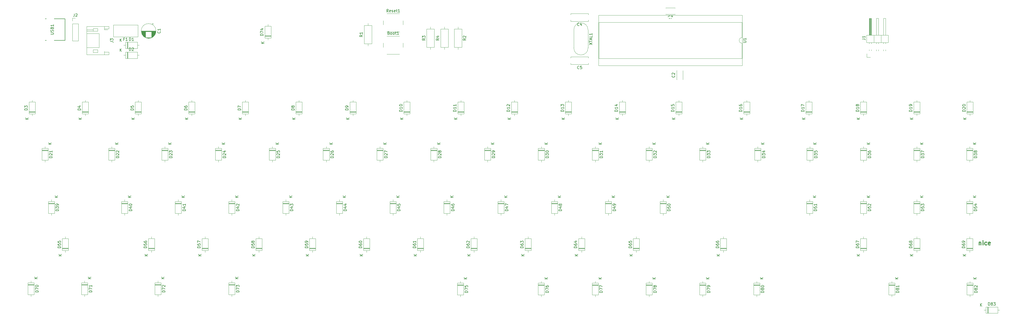
<source format=gto>
%TF.GenerationSoftware,KiCad,Pcbnew,(5.1.6)-1*%
%TF.CreationDate,2020-06-04T13:23:12+02:00*%
%TF.ProjectId,m0116_usb,6d303131-365f-4757-9362-2e6b69636164,rev?*%
%TF.SameCoordinates,Original*%
%TF.FileFunction,Legend,Top*%
%TF.FilePolarity,Positive*%
%FSLAX46Y46*%
G04 Gerber Fmt 4.6, Leading zero omitted, Abs format (unit mm)*
G04 Created by KiCad (PCBNEW (5.1.6)-1) date 2020-06-04 13:23:12*
%MOMM*%
%LPD*%
G01*
G04 APERTURE LIST*
%ADD10C,0.300000*%
%ADD11C,0.120000*%
%ADD12C,0.150000*%
%ADD13O,1.850000X1.300000*%
%ADD14O,1.700000X1.700000*%
%ADD15R,1.700000X1.700000*%
%ADD16C,1.600000*%
%ADD17C,1.700000*%
%ADD18O,1.450000X1.450000*%
%ADD19R,1.450000X1.450000*%
%ADD20O,2.800000X1.800000*%
%ADD21C,2.350000*%
%ADD22O,1.800000X1.800000*%
%ADD23R,1.800000X1.800000*%
%ADD24C,2.100000*%
G04 APERTURE END LIST*
D10*
X380559714Y-156015571D02*
X380559714Y-157015571D01*
X380559714Y-156158428D02*
X380631142Y-156087000D01*
X380774000Y-156015571D01*
X380988285Y-156015571D01*
X381131142Y-156087000D01*
X381202571Y-156229857D01*
X381202571Y-157015571D01*
X381916857Y-157015571D02*
X381916857Y-156015571D01*
X381916857Y-155515571D02*
X381845428Y-155587000D01*
X381916857Y-155658428D01*
X381988285Y-155587000D01*
X381916857Y-155515571D01*
X381916857Y-155658428D01*
X383274000Y-156944142D02*
X383131142Y-157015571D01*
X382845428Y-157015571D01*
X382702571Y-156944142D01*
X382631142Y-156872714D01*
X382559714Y-156729857D01*
X382559714Y-156301285D01*
X382631142Y-156158428D01*
X382702571Y-156087000D01*
X382845428Y-156015571D01*
X383131142Y-156015571D01*
X383274000Y-156087000D01*
X384488285Y-156944142D02*
X384345428Y-157015571D01*
X384059714Y-157015571D01*
X383916857Y-156944142D01*
X383845428Y-156801285D01*
X383845428Y-156229857D01*
X383916857Y-156087000D01*
X384059714Y-156015571D01*
X384345428Y-156015571D01*
X384488285Y-156087000D01*
X384559714Y-156229857D01*
X384559714Y-156372714D01*
X383845428Y-156515571D01*
D11*
%TO.C,J3*%
X69583000Y-80293000D02*
X70798000Y-80293000D01*
X65623000Y-80353000D02*
X63363000Y-80353000D01*
X65623000Y-80853000D02*
X63363000Y-80853000D01*
X67223000Y-87453000D02*
X67223000Y-88453000D01*
X65623000Y-87453000D02*
X67223000Y-87453000D01*
X65623000Y-88453000D02*
X65623000Y-87453000D01*
X67223000Y-88453000D02*
X65623000Y-88453000D01*
X67223000Y-80853000D02*
X67223000Y-79853000D01*
X65623000Y-80853000D02*
X67223000Y-80853000D01*
X65623000Y-79853000D02*
X65623000Y-80853000D01*
X67223000Y-79853000D02*
X65623000Y-79853000D01*
X69583000Y-89213000D02*
X69583000Y-88293000D01*
X69583000Y-79093000D02*
X69583000Y-80013000D01*
X67723000Y-86653000D02*
X63363000Y-86653000D01*
X67723000Y-81653000D02*
X67723000Y-86653000D01*
X63363000Y-81653000D02*
X67723000Y-81653000D01*
X69583000Y-88293000D02*
X69583000Y-88013000D01*
X71183000Y-88293000D02*
X69583000Y-88293000D01*
X71183000Y-89213000D02*
X71183000Y-88293000D01*
X63363000Y-89213000D02*
X71183000Y-89213000D01*
X63363000Y-79093000D02*
X63363000Y-89213000D01*
X71183000Y-79093000D02*
X63363000Y-79093000D01*
X71183000Y-80013000D02*
X71183000Y-79093000D01*
X69583000Y-80013000D02*
X71183000Y-80013000D01*
X69583000Y-80293000D02*
X69583000Y-80013000D01*
%TO.C,U1*%
X296274800Y-83124800D02*
X296274800Y-77664800D01*
X296274800Y-77664800D02*
X245354800Y-77664800D01*
X245354800Y-77664800D02*
X245354800Y-90584800D01*
X245354800Y-90584800D02*
X296274800Y-90584800D01*
X296274800Y-90584800D02*
X296274800Y-85124800D01*
X296334800Y-75174800D02*
X245294800Y-75174800D01*
X245294800Y-75174800D02*
X245294800Y-93074800D01*
X245294800Y-93074800D02*
X296334800Y-93074800D01*
X296334800Y-93074800D02*
X296334800Y-75174800D01*
X296274800Y-85124800D02*
G75*
G02*
X296274800Y-83124800I0J1000000D01*
G01*
%TO.C,XTAL1*%
X236489000Y-80393000D02*
X236489000Y-86793000D01*
X241539000Y-80393000D02*
X241539000Y-86793000D01*
X236489000Y-86793000D02*
G75*
G03*
X241539000Y-86793000I2525000J0D01*
G01*
X236489000Y-80393000D02*
G75*
G02*
X241539000Y-80393000I2525000J0D01*
G01*
%TO.C,C5*%
X235426000Y-90388000D02*
X235426000Y-89943000D01*
X235426000Y-92683000D02*
X235426000Y-92238000D01*
X241666000Y-90388000D02*
X241666000Y-89943000D01*
X241666000Y-92683000D02*
X241666000Y-92238000D01*
X241666000Y-89943000D02*
X235426000Y-89943000D01*
X241666000Y-92683000D02*
X235426000Y-92683000D01*
%TO.C,C4*%
X235426000Y-75021000D02*
X235426000Y-74576000D01*
X235426000Y-77316000D02*
X235426000Y-76871000D01*
X241666000Y-75021000D02*
X241666000Y-74576000D01*
X241666000Y-77316000D02*
X241666000Y-76871000D01*
X241666000Y-74576000D02*
X235426000Y-74576000D01*
X241666000Y-77316000D02*
X235426000Y-77316000D01*
%TO.C,C1*%
X87964000Y-80752000D02*
G75*
G03*
X87964000Y-80752000I-2620000J0D01*
G01*
X87924000Y-80752000D02*
X82764000Y-80752000D01*
X87924000Y-80792000D02*
X82764000Y-80792000D01*
X87923000Y-80832000D02*
X82765000Y-80832000D01*
X87922000Y-80872000D02*
X82766000Y-80872000D01*
X87920000Y-80912000D02*
X82768000Y-80912000D01*
X87917000Y-80952000D02*
X82771000Y-80952000D01*
X87913000Y-80992000D02*
X86384000Y-80992000D01*
X84304000Y-80992000D02*
X82775000Y-80992000D01*
X87909000Y-81032000D02*
X86384000Y-81032000D01*
X84304000Y-81032000D02*
X82779000Y-81032000D01*
X87905000Y-81072000D02*
X86384000Y-81072000D01*
X84304000Y-81072000D02*
X82783000Y-81072000D01*
X87900000Y-81112000D02*
X86384000Y-81112000D01*
X84304000Y-81112000D02*
X82788000Y-81112000D01*
X87894000Y-81152000D02*
X86384000Y-81152000D01*
X84304000Y-81152000D02*
X82794000Y-81152000D01*
X87887000Y-81192000D02*
X86384000Y-81192000D01*
X84304000Y-81192000D02*
X82801000Y-81192000D01*
X87880000Y-81232000D02*
X86384000Y-81232000D01*
X84304000Y-81232000D02*
X82808000Y-81232000D01*
X87872000Y-81272000D02*
X86384000Y-81272000D01*
X84304000Y-81272000D02*
X82816000Y-81272000D01*
X87864000Y-81312000D02*
X86384000Y-81312000D01*
X84304000Y-81312000D02*
X82824000Y-81312000D01*
X87855000Y-81352000D02*
X86384000Y-81352000D01*
X84304000Y-81352000D02*
X82833000Y-81352000D01*
X87845000Y-81392000D02*
X86384000Y-81392000D01*
X84304000Y-81392000D02*
X82843000Y-81392000D01*
X87835000Y-81432000D02*
X86384000Y-81432000D01*
X84304000Y-81432000D02*
X82853000Y-81432000D01*
X87824000Y-81473000D02*
X86384000Y-81473000D01*
X84304000Y-81473000D02*
X82864000Y-81473000D01*
X87812000Y-81513000D02*
X86384000Y-81513000D01*
X84304000Y-81513000D02*
X82876000Y-81513000D01*
X87799000Y-81553000D02*
X86384000Y-81553000D01*
X84304000Y-81553000D02*
X82889000Y-81553000D01*
X87786000Y-81593000D02*
X86384000Y-81593000D01*
X84304000Y-81593000D02*
X82902000Y-81593000D01*
X87772000Y-81633000D02*
X86384000Y-81633000D01*
X84304000Y-81633000D02*
X82916000Y-81633000D01*
X87758000Y-81673000D02*
X86384000Y-81673000D01*
X84304000Y-81673000D02*
X82930000Y-81673000D01*
X87742000Y-81713000D02*
X86384000Y-81713000D01*
X84304000Y-81713000D02*
X82946000Y-81713000D01*
X87726000Y-81753000D02*
X86384000Y-81753000D01*
X84304000Y-81753000D02*
X82962000Y-81753000D01*
X87709000Y-81793000D02*
X86384000Y-81793000D01*
X84304000Y-81793000D02*
X82979000Y-81793000D01*
X87692000Y-81833000D02*
X86384000Y-81833000D01*
X84304000Y-81833000D02*
X82996000Y-81833000D01*
X87673000Y-81873000D02*
X86384000Y-81873000D01*
X84304000Y-81873000D02*
X83015000Y-81873000D01*
X87654000Y-81913000D02*
X86384000Y-81913000D01*
X84304000Y-81913000D02*
X83034000Y-81913000D01*
X87634000Y-81953000D02*
X86384000Y-81953000D01*
X84304000Y-81953000D02*
X83054000Y-81953000D01*
X87612000Y-81993000D02*
X86384000Y-81993000D01*
X84304000Y-81993000D02*
X83076000Y-81993000D01*
X87591000Y-82033000D02*
X86384000Y-82033000D01*
X84304000Y-82033000D02*
X83097000Y-82033000D01*
X87568000Y-82073000D02*
X86384000Y-82073000D01*
X84304000Y-82073000D02*
X83120000Y-82073000D01*
X87544000Y-82113000D02*
X86384000Y-82113000D01*
X84304000Y-82113000D02*
X83144000Y-82113000D01*
X87519000Y-82153000D02*
X86384000Y-82153000D01*
X84304000Y-82153000D02*
X83169000Y-82153000D01*
X87493000Y-82193000D02*
X86384000Y-82193000D01*
X84304000Y-82193000D02*
X83195000Y-82193000D01*
X87466000Y-82233000D02*
X86384000Y-82233000D01*
X84304000Y-82233000D02*
X83222000Y-82233000D01*
X87439000Y-82273000D02*
X86384000Y-82273000D01*
X84304000Y-82273000D02*
X83249000Y-82273000D01*
X87409000Y-82313000D02*
X86384000Y-82313000D01*
X84304000Y-82313000D02*
X83279000Y-82313000D01*
X87379000Y-82353000D02*
X86384000Y-82353000D01*
X84304000Y-82353000D02*
X83309000Y-82353000D01*
X87348000Y-82393000D02*
X86384000Y-82393000D01*
X84304000Y-82393000D02*
X83340000Y-82393000D01*
X87315000Y-82433000D02*
X86384000Y-82433000D01*
X84304000Y-82433000D02*
X83373000Y-82433000D01*
X87281000Y-82473000D02*
X86384000Y-82473000D01*
X84304000Y-82473000D02*
X83407000Y-82473000D01*
X87245000Y-82513000D02*
X86384000Y-82513000D01*
X84304000Y-82513000D02*
X83443000Y-82513000D01*
X87208000Y-82553000D02*
X86384000Y-82553000D01*
X84304000Y-82553000D02*
X83480000Y-82553000D01*
X87170000Y-82593000D02*
X86384000Y-82593000D01*
X84304000Y-82593000D02*
X83518000Y-82593000D01*
X87129000Y-82633000D02*
X86384000Y-82633000D01*
X84304000Y-82633000D02*
X83559000Y-82633000D01*
X87087000Y-82673000D02*
X86384000Y-82673000D01*
X84304000Y-82673000D02*
X83601000Y-82673000D01*
X87043000Y-82713000D02*
X86384000Y-82713000D01*
X84304000Y-82713000D02*
X83645000Y-82713000D01*
X86997000Y-82753000D02*
X86384000Y-82753000D01*
X84304000Y-82753000D02*
X83691000Y-82753000D01*
X86949000Y-82793000D02*
X86384000Y-82793000D01*
X84304000Y-82793000D02*
X83739000Y-82793000D01*
X86898000Y-82833000D02*
X86384000Y-82833000D01*
X84304000Y-82833000D02*
X83790000Y-82833000D01*
X86844000Y-82873000D02*
X86384000Y-82873000D01*
X84304000Y-82873000D02*
X83844000Y-82873000D01*
X86787000Y-82913000D02*
X86384000Y-82913000D01*
X84304000Y-82913000D02*
X83901000Y-82913000D01*
X86727000Y-82953000D02*
X86384000Y-82953000D01*
X84304000Y-82953000D02*
X83961000Y-82953000D01*
X86663000Y-82993000D02*
X86384000Y-82993000D01*
X84304000Y-82993000D02*
X84025000Y-82993000D01*
X86595000Y-83033000D02*
X86384000Y-83033000D01*
X84304000Y-83033000D02*
X84093000Y-83033000D01*
X86522000Y-83073000D02*
X84166000Y-83073000D01*
X86442000Y-83113000D02*
X84246000Y-83113000D01*
X86355000Y-83153000D02*
X84333000Y-83153000D01*
X86259000Y-83193000D02*
X84429000Y-83193000D01*
X86149000Y-83233000D02*
X84539000Y-83233000D01*
X86021000Y-83273000D02*
X84667000Y-83273000D01*
X85862000Y-83313000D02*
X84826000Y-83313000D01*
X85628000Y-83353000D02*
X85060000Y-83353000D01*
X86819000Y-77947225D02*
X86819000Y-78447225D01*
X87069000Y-78197225D02*
X86569000Y-78197225D01*
%TO.C,J2*%
X58249000Y-84276000D02*
X60369000Y-84276000D01*
X58249000Y-78216000D02*
X58249000Y-84276000D01*
X60369000Y-78216000D02*
X60369000Y-84276000D01*
X58249000Y-78216000D02*
X60369000Y-78216000D01*
X58249000Y-77216000D02*
X58249000Y-76156000D01*
X58249000Y-76156000D02*
X59309000Y-76156000D01*
D12*
%TO.C,USB1*%
X48641000Y-76414000D02*
X55641000Y-76414000D01*
X55641000Y-76414000D02*
X55641000Y-84114000D01*
X55641000Y-84114000D02*
X48641000Y-84114000D01*
D11*
%TO.C,J1*%
X340554000Y-84920000D02*
X348294000Y-84920000D01*
X348294000Y-84920000D02*
X348294000Y-82260000D01*
X348294000Y-82260000D02*
X340554000Y-82260000D01*
X340554000Y-82260000D02*
X340554000Y-84920000D01*
X341504000Y-82260000D02*
X341504000Y-76260000D01*
X341504000Y-76260000D02*
X342264000Y-76260000D01*
X342264000Y-76260000D02*
X342264000Y-82260000D01*
X341564000Y-82260000D02*
X341564000Y-76260000D01*
X341684000Y-82260000D02*
X341684000Y-76260000D01*
X341804000Y-82260000D02*
X341804000Y-76260000D01*
X341924000Y-82260000D02*
X341924000Y-76260000D01*
X342044000Y-82260000D02*
X342044000Y-76260000D01*
X342164000Y-82260000D02*
X342164000Y-76260000D01*
X341504000Y-85317071D02*
X341504000Y-84920000D01*
X342264000Y-85317071D02*
X342264000Y-84920000D01*
X341504000Y-87790000D02*
X341504000Y-87402929D01*
X342264000Y-87790000D02*
X342264000Y-87402929D01*
X343154000Y-84920000D02*
X343154000Y-82260000D01*
X344044000Y-82260000D02*
X344044000Y-76260000D01*
X344044000Y-76260000D02*
X344804000Y-76260000D01*
X344804000Y-76260000D02*
X344804000Y-82260000D01*
X344044000Y-85317071D02*
X344044000Y-84920000D01*
X344804000Y-85317071D02*
X344804000Y-84920000D01*
X344044000Y-87857071D02*
X344044000Y-87402929D01*
X344804000Y-87857071D02*
X344804000Y-87402929D01*
X345694000Y-84920000D02*
X345694000Y-82260000D01*
X346584000Y-82260000D02*
X346584000Y-76260000D01*
X346584000Y-76260000D02*
X347344000Y-76260000D01*
X347344000Y-76260000D02*
X347344000Y-82260000D01*
X346584000Y-85317071D02*
X346584000Y-84920000D01*
X347344000Y-85317071D02*
X347344000Y-84920000D01*
X346584000Y-87857071D02*
X346584000Y-87402929D01*
X347344000Y-87857071D02*
X347344000Y-87402929D01*
X341884000Y-90170000D02*
X340614000Y-90170000D01*
X340614000Y-90170000D02*
X340614000Y-88900000D01*
%TO.C,D3*%
X42822000Y-109724000D02*
X45062000Y-109724000D01*
X42822000Y-109484000D02*
X45062000Y-109484000D01*
X42822000Y-109604000D02*
X45062000Y-109604000D01*
X43942000Y-105434000D02*
X43942000Y-106084000D01*
X43942000Y-110974000D02*
X43942000Y-110324000D01*
X42822000Y-106084000D02*
X42822000Y-110324000D01*
X45062000Y-106084000D02*
X42822000Y-106084000D01*
X45062000Y-110324000D02*
X45062000Y-106084000D01*
X42822000Y-110324000D02*
X45062000Y-110324000D01*
%TO.C,R3*%
X185547000Y-79272000D02*
X185547000Y-80042000D01*
X185547000Y-87352000D02*
X185547000Y-86582000D01*
X184177000Y-80042000D02*
X184177000Y-86582000D01*
X186917000Y-80042000D02*
X184177000Y-80042000D01*
X186917000Y-86582000D02*
X186917000Y-80042000D01*
X184177000Y-86582000D02*
X186917000Y-86582000D01*
%TO.C,D1*%
X77128000Y-84732000D02*
X77128000Y-86972000D01*
X77128000Y-86972000D02*
X81368000Y-86972000D01*
X81368000Y-86972000D02*
X81368000Y-84732000D01*
X81368000Y-84732000D02*
X77128000Y-84732000D01*
X76478000Y-85852000D02*
X77128000Y-85852000D01*
X82018000Y-85852000D02*
X81368000Y-85852000D01*
X77848000Y-84732000D02*
X77848000Y-86972000D01*
X77968000Y-84732000D02*
X77968000Y-86972000D01*
X77728000Y-84732000D02*
X77728000Y-86972000D01*
%TO.C,D2*%
X77128000Y-88288000D02*
X77128000Y-90528000D01*
X77128000Y-90528000D02*
X81368000Y-90528000D01*
X81368000Y-90528000D02*
X81368000Y-88288000D01*
X81368000Y-88288000D02*
X77128000Y-88288000D01*
X76478000Y-89408000D02*
X77128000Y-89408000D01*
X82018000Y-89408000D02*
X81368000Y-89408000D01*
X77848000Y-88288000D02*
X77848000Y-90528000D01*
X77968000Y-88288000D02*
X77968000Y-90528000D01*
X77728000Y-88288000D02*
X77728000Y-90528000D01*
%TO.C,D18*%
X338351000Y-110324000D02*
X340591000Y-110324000D01*
X340591000Y-110324000D02*
X340591000Y-106084000D01*
X340591000Y-106084000D02*
X338351000Y-106084000D01*
X338351000Y-106084000D02*
X338351000Y-110324000D01*
X339471000Y-110974000D02*
X339471000Y-110324000D01*
X339471000Y-105434000D02*
X339471000Y-106084000D01*
X338351000Y-109604000D02*
X340591000Y-109604000D01*
X338351000Y-109484000D02*
X340591000Y-109484000D01*
X338351000Y-109724000D02*
X340591000Y-109724000D01*
%TO.C,Reset1*%
X170037000Y-81065000D02*
X174537000Y-81065000D01*
X168787000Y-77065000D02*
X168787000Y-78565000D01*
X174537000Y-74565000D02*
X170037000Y-74565000D01*
X175787000Y-78565000D02*
X175787000Y-77065000D01*
%TO.C,R2*%
X196696000Y-80042000D02*
X193956000Y-80042000D01*
X193956000Y-80042000D02*
X193956000Y-86582000D01*
X193956000Y-86582000D02*
X196696000Y-86582000D01*
X196696000Y-86582000D02*
X196696000Y-80042000D01*
X195326000Y-79272000D02*
X195326000Y-80042000D01*
X195326000Y-87352000D02*
X195326000Y-86582000D01*
%TO.C,R4*%
X190500000Y-79272000D02*
X190500000Y-80042000D01*
X190500000Y-87352000D02*
X190500000Y-86582000D01*
X189130000Y-80042000D02*
X189130000Y-86582000D01*
X191870000Y-80042000D02*
X189130000Y-80042000D01*
X191870000Y-86582000D02*
X191870000Y-80042000D01*
X189130000Y-86582000D02*
X191870000Y-86582000D01*
%TO.C,R1*%
X161952000Y-85312000D02*
X164692000Y-85312000D01*
X164692000Y-85312000D02*
X164692000Y-78772000D01*
X164692000Y-78772000D02*
X161952000Y-78772000D01*
X161952000Y-78772000D02*
X161952000Y-85312000D01*
X163322000Y-86082000D02*
X163322000Y-85312000D01*
X163322000Y-78002000D02*
X163322000Y-78772000D01*
%TO.C,F1*%
X81586000Y-82892000D02*
X72846000Y-82892000D01*
X81586000Y-82892000D02*
X81586000Y-78652000D01*
X72846000Y-78652000D02*
X72846000Y-82892000D01*
X72846000Y-78652000D02*
X81586000Y-78652000D01*
%TO.C,D74*%
X126642000Y-83273000D02*
X128882000Y-83273000D01*
X128882000Y-83273000D02*
X128882000Y-79033000D01*
X128882000Y-79033000D02*
X126642000Y-79033000D01*
X126642000Y-79033000D02*
X126642000Y-83273000D01*
X127762000Y-83923000D02*
X127762000Y-83273000D01*
X127762000Y-78383000D02*
X127762000Y-79033000D01*
X126642000Y-82553000D02*
X128882000Y-82553000D01*
X126642000Y-82433000D02*
X128882000Y-82433000D01*
X126642000Y-82673000D02*
X128882000Y-82673000D01*
%TO.C,D83*%
X382944000Y-179093000D02*
X382944000Y-181333000D01*
X382944000Y-181333000D02*
X387184000Y-181333000D01*
X387184000Y-181333000D02*
X387184000Y-179093000D01*
X387184000Y-179093000D02*
X382944000Y-179093000D01*
X382294000Y-180213000D02*
X382944000Y-180213000D01*
X387834000Y-180213000D02*
X387184000Y-180213000D01*
X383664000Y-179093000D02*
X383664000Y-181333000D01*
X383784000Y-179093000D02*
X383784000Y-181333000D01*
X383544000Y-179093000D02*
X383544000Y-181333000D01*
%TO.C,D82*%
X378437000Y-170600000D02*
X376197000Y-170600000D01*
X376197000Y-170600000D02*
X376197000Y-174840000D01*
X376197000Y-174840000D02*
X378437000Y-174840000D01*
X378437000Y-174840000D02*
X378437000Y-170600000D01*
X377317000Y-169950000D02*
X377317000Y-170600000D01*
X377317000Y-175490000D02*
X377317000Y-174840000D01*
X378437000Y-171320000D02*
X376197000Y-171320000D01*
X378437000Y-171440000D02*
X376197000Y-171440000D01*
X378437000Y-171200000D02*
X376197000Y-171200000D01*
%TO.C,D81*%
X350624000Y-170600000D02*
X348384000Y-170600000D01*
X348384000Y-170600000D02*
X348384000Y-174840000D01*
X348384000Y-174840000D02*
X350624000Y-174840000D01*
X350624000Y-174840000D02*
X350624000Y-170600000D01*
X349504000Y-169950000D02*
X349504000Y-170600000D01*
X349504000Y-175490000D02*
X349504000Y-174840000D01*
X350624000Y-171320000D02*
X348384000Y-171320000D01*
X350624000Y-171440000D02*
X348384000Y-171440000D01*
X350624000Y-171200000D02*
X348384000Y-171200000D01*
%TO.C,D80*%
X302618000Y-170600000D02*
X300378000Y-170600000D01*
X300378000Y-170600000D02*
X300378000Y-174840000D01*
X300378000Y-174840000D02*
X302618000Y-174840000D01*
X302618000Y-174840000D02*
X302618000Y-170600000D01*
X301498000Y-169950000D02*
X301498000Y-170600000D01*
X301498000Y-175490000D02*
X301498000Y-174840000D01*
X302618000Y-171320000D02*
X300378000Y-171320000D01*
X302618000Y-171440000D02*
X300378000Y-171440000D01*
X302618000Y-171200000D02*
X300378000Y-171200000D01*
%TO.C,D79*%
X283441000Y-170600000D02*
X281201000Y-170600000D01*
X281201000Y-170600000D02*
X281201000Y-174840000D01*
X281201000Y-174840000D02*
X283441000Y-174840000D01*
X283441000Y-174840000D02*
X283441000Y-170600000D01*
X282321000Y-169950000D02*
X282321000Y-170600000D01*
X282321000Y-175490000D02*
X282321000Y-174840000D01*
X283441000Y-171320000D02*
X281201000Y-171320000D01*
X283441000Y-171440000D02*
X281201000Y-171440000D01*
X283441000Y-171200000D02*
X281201000Y-171200000D01*
%TO.C,D78*%
X264391000Y-170600000D02*
X262151000Y-170600000D01*
X262151000Y-170600000D02*
X262151000Y-174840000D01*
X262151000Y-174840000D02*
X264391000Y-174840000D01*
X264391000Y-174840000D02*
X264391000Y-170600000D01*
X263271000Y-169950000D02*
X263271000Y-170600000D01*
X263271000Y-175490000D02*
X263271000Y-174840000D01*
X264391000Y-171320000D02*
X262151000Y-171320000D01*
X264391000Y-171440000D02*
X262151000Y-171440000D01*
X264391000Y-171200000D02*
X262151000Y-171200000D01*
%TO.C,D77*%
X245214000Y-170600000D02*
X242974000Y-170600000D01*
X242974000Y-170600000D02*
X242974000Y-174840000D01*
X242974000Y-174840000D02*
X245214000Y-174840000D01*
X245214000Y-174840000D02*
X245214000Y-170600000D01*
X244094000Y-169950000D02*
X244094000Y-170600000D01*
X244094000Y-175490000D02*
X244094000Y-174840000D01*
X245214000Y-171320000D02*
X242974000Y-171320000D01*
X245214000Y-171440000D02*
X242974000Y-171440000D01*
X245214000Y-171200000D02*
X242974000Y-171200000D01*
%TO.C,D76*%
X226037000Y-170600000D02*
X223797000Y-170600000D01*
X223797000Y-170600000D02*
X223797000Y-174840000D01*
X223797000Y-174840000D02*
X226037000Y-174840000D01*
X226037000Y-174840000D02*
X226037000Y-170600000D01*
X224917000Y-169950000D02*
X224917000Y-170600000D01*
X224917000Y-175490000D02*
X224917000Y-174840000D01*
X226037000Y-171320000D02*
X223797000Y-171320000D01*
X226037000Y-171440000D02*
X223797000Y-171440000D01*
X226037000Y-171200000D02*
X223797000Y-171200000D01*
%TO.C,D75*%
X197335000Y-170600000D02*
X195095000Y-170600000D01*
X195095000Y-170600000D02*
X195095000Y-174840000D01*
X195095000Y-174840000D02*
X197335000Y-174840000D01*
X197335000Y-174840000D02*
X197335000Y-170600000D01*
X196215000Y-169950000D02*
X196215000Y-170600000D01*
X196215000Y-175490000D02*
X196215000Y-174840000D01*
X197335000Y-171320000D02*
X195095000Y-171320000D01*
X197335000Y-171440000D02*
X195095000Y-171440000D01*
X197335000Y-171200000D02*
X195095000Y-171200000D01*
%TO.C,D73*%
X116055000Y-170473000D02*
X113815000Y-170473000D01*
X113815000Y-170473000D02*
X113815000Y-174713000D01*
X113815000Y-174713000D02*
X116055000Y-174713000D01*
X116055000Y-174713000D02*
X116055000Y-170473000D01*
X114935000Y-169823000D02*
X114935000Y-170473000D01*
X114935000Y-175363000D02*
X114935000Y-174713000D01*
X116055000Y-171193000D02*
X113815000Y-171193000D01*
X116055000Y-171313000D02*
X113815000Y-171313000D01*
X116055000Y-171073000D02*
X113815000Y-171073000D01*
%TO.C,D72*%
X89766000Y-170473000D02*
X87526000Y-170473000D01*
X87526000Y-170473000D02*
X87526000Y-174713000D01*
X87526000Y-174713000D02*
X89766000Y-174713000D01*
X89766000Y-174713000D02*
X89766000Y-170473000D01*
X88646000Y-169823000D02*
X88646000Y-170473000D01*
X88646000Y-175363000D02*
X88646000Y-174713000D01*
X89766000Y-171193000D02*
X87526000Y-171193000D01*
X89766000Y-171313000D02*
X87526000Y-171313000D01*
X89766000Y-171073000D02*
X87526000Y-171073000D01*
%TO.C,D71*%
X63731000Y-170473000D02*
X61491000Y-170473000D01*
X61491000Y-170473000D02*
X61491000Y-174713000D01*
X61491000Y-174713000D02*
X63731000Y-174713000D01*
X63731000Y-174713000D02*
X63731000Y-170473000D01*
X62611000Y-169823000D02*
X62611000Y-170473000D01*
X62611000Y-175363000D02*
X62611000Y-174713000D01*
X63731000Y-171193000D02*
X61491000Y-171193000D01*
X63731000Y-171313000D02*
X61491000Y-171313000D01*
X63731000Y-171073000D02*
X61491000Y-171073000D01*
%TO.C,D70*%
X44681000Y-170473000D02*
X42441000Y-170473000D01*
X42441000Y-170473000D02*
X42441000Y-174713000D01*
X42441000Y-174713000D02*
X44681000Y-174713000D01*
X44681000Y-174713000D02*
X44681000Y-170473000D01*
X43561000Y-169823000D02*
X43561000Y-170473000D01*
X43561000Y-175363000D02*
X43561000Y-174713000D01*
X44681000Y-171193000D02*
X42441000Y-171193000D01*
X44681000Y-171313000D02*
X42441000Y-171313000D01*
X44681000Y-171073000D02*
X42441000Y-171073000D01*
%TO.C,D69*%
X376070000Y-158965000D02*
X378310000Y-158965000D01*
X378310000Y-158965000D02*
X378310000Y-154725000D01*
X378310000Y-154725000D02*
X376070000Y-154725000D01*
X376070000Y-154725000D02*
X376070000Y-158965000D01*
X377190000Y-159615000D02*
X377190000Y-158965000D01*
X377190000Y-154075000D02*
X377190000Y-154725000D01*
X376070000Y-158245000D02*
X378310000Y-158245000D01*
X376070000Y-158125000D02*
X378310000Y-158125000D01*
X376070000Y-158365000D02*
X378310000Y-158365000D01*
%TO.C,D68*%
X357274000Y-158965000D02*
X359514000Y-158965000D01*
X359514000Y-158965000D02*
X359514000Y-154725000D01*
X359514000Y-154725000D02*
X357274000Y-154725000D01*
X357274000Y-154725000D02*
X357274000Y-158965000D01*
X358394000Y-159615000D02*
X358394000Y-158965000D01*
X358394000Y-154075000D02*
X358394000Y-154725000D01*
X357274000Y-158245000D02*
X359514000Y-158245000D01*
X357274000Y-158125000D02*
X359514000Y-158125000D01*
X357274000Y-158365000D02*
X359514000Y-158365000D01*
%TO.C,D67*%
X338351000Y-158965000D02*
X340591000Y-158965000D01*
X340591000Y-158965000D02*
X340591000Y-154725000D01*
X340591000Y-154725000D02*
X338351000Y-154725000D01*
X338351000Y-154725000D02*
X338351000Y-158965000D01*
X339471000Y-159615000D02*
X339471000Y-158965000D01*
X339471000Y-154075000D02*
X339471000Y-154725000D01*
X338351000Y-158245000D02*
X340591000Y-158245000D01*
X338351000Y-158125000D02*
X340591000Y-158125000D01*
X338351000Y-158365000D02*
X340591000Y-158365000D01*
%TO.C,D66*%
X288567000Y-158965000D02*
X290807000Y-158965000D01*
X290807000Y-158965000D02*
X290807000Y-154725000D01*
X290807000Y-154725000D02*
X288567000Y-154725000D01*
X288567000Y-154725000D02*
X288567000Y-158965000D01*
X289687000Y-159615000D02*
X289687000Y-158965000D01*
X289687000Y-154075000D02*
X289687000Y-154725000D01*
X288567000Y-158245000D02*
X290807000Y-158245000D01*
X288567000Y-158125000D02*
X290807000Y-158125000D01*
X288567000Y-158365000D02*
X290807000Y-158365000D01*
%TO.C,D65*%
X257579000Y-158965000D02*
X259819000Y-158965000D01*
X259819000Y-158965000D02*
X259819000Y-154725000D01*
X259819000Y-154725000D02*
X257579000Y-154725000D01*
X257579000Y-154725000D02*
X257579000Y-158965000D01*
X258699000Y-159615000D02*
X258699000Y-158965000D01*
X258699000Y-154075000D02*
X258699000Y-154725000D01*
X257579000Y-158245000D02*
X259819000Y-158245000D01*
X257579000Y-158125000D02*
X259819000Y-158125000D01*
X257579000Y-158365000D02*
X259819000Y-158365000D01*
%TO.C,D64*%
X238148000Y-158965000D02*
X240388000Y-158965000D01*
X240388000Y-158965000D02*
X240388000Y-154725000D01*
X240388000Y-154725000D02*
X238148000Y-154725000D01*
X238148000Y-154725000D02*
X238148000Y-158965000D01*
X239268000Y-159615000D02*
X239268000Y-158965000D01*
X239268000Y-154075000D02*
X239268000Y-154725000D01*
X238148000Y-158245000D02*
X240388000Y-158245000D01*
X238148000Y-158125000D02*
X240388000Y-158125000D01*
X238148000Y-158365000D02*
X240388000Y-158365000D01*
%TO.C,D63*%
X219098000Y-158965000D02*
X221338000Y-158965000D01*
X221338000Y-158965000D02*
X221338000Y-154725000D01*
X221338000Y-154725000D02*
X219098000Y-154725000D01*
X219098000Y-154725000D02*
X219098000Y-158965000D01*
X220218000Y-159615000D02*
X220218000Y-158965000D01*
X220218000Y-154075000D02*
X220218000Y-154725000D01*
X219098000Y-158245000D02*
X221338000Y-158245000D01*
X219098000Y-158125000D02*
X221338000Y-158125000D01*
X219098000Y-158365000D02*
X221338000Y-158365000D01*
%TO.C,D62*%
X199921000Y-158965000D02*
X202161000Y-158965000D01*
X202161000Y-158965000D02*
X202161000Y-154725000D01*
X202161000Y-154725000D02*
X199921000Y-154725000D01*
X199921000Y-154725000D02*
X199921000Y-158965000D01*
X201041000Y-159615000D02*
X201041000Y-158965000D01*
X201041000Y-154075000D02*
X201041000Y-154725000D01*
X199921000Y-158245000D02*
X202161000Y-158245000D01*
X199921000Y-158125000D02*
X202161000Y-158125000D01*
X199921000Y-158365000D02*
X202161000Y-158365000D01*
%TO.C,D61*%
X180871000Y-158965000D02*
X183111000Y-158965000D01*
X183111000Y-158965000D02*
X183111000Y-154725000D01*
X183111000Y-154725000D02*
X180871000Y-154725000D01*
X180871000Y-154725000D02*
X180871000Y-158965000D01*
X181991000Y-159615000D02*
X181991000Y-158965000D01*
X181991000Y-154075000D02*
X181991000Y-154725000D01*
X180871000Y-158245000D02*
X183111000Y-158245000D01*
X180871000Y-158125000D02*
X183111000Y-158125000D01*
X180871000Y-158365000D02*
X183111000Y-158365000D01*
%TO.C,D60*%
X161694000Y-158965000D02*
X163934000Y-158965000D01*
X163934000Y-158965000D02*
X163934000Y-154725000D01*
X163934000Y-154725000D02*
X161694000Y-154725000D01*
X161694000Y-154725000D02*
X161694000Y-158965000D01*
X162814000Y-159615000D02*
X162814000Y-158965000D01*
X162814000Y-154075000D02*
X162814000Y-154725000D01*
X161694000Y-158245000D02*
X163934000Y-158245000D01*
X161694000Y-158125000D02*
X163934000Y-158125000D01*
X161694000Y-158365000D02*
X163934000Y-158365000D01*
%TO.C,D59*%
X142517000Y-158965000D02*
X144757000Y-158965000D01*
X144757000Y-158965000D02*
X144757000Y-154725000D01*
X144757000Y-154725000D02*
X142517000Y-154725000D01*
X142517000Y-154725000D02*
X142517000Y-158965000D01*
X143637000Y-159615000D02*
X143637000Y-158965000D01*
X143637000Y-154075000D02*
X143637000Y-154725000D01*
X142517000Y-158245000D02*
X144757000Y-158245000D01*
X142517000Y-158125000D02*
X144757000Y-158125000D01*
X142517000Y-158365000D02*
X144757000Y-158365000D01*
%TO.C,D58*%
X123467000Y-158965000D02*
X125707000Y-158965000D01*
X125707000Y-158965000D02*
X125707000Y-154725000D01*
X125707000Y-154725000D02*
X123467000Y-154725000D01*
X123467000Y-154725000D02*
X123467000Y-158965000D01*
X124587000Y-159615000D02*
X124587000Y-158965000D01*
X124587000Y-154075000D02*
X124587000Y-154725000D01*
X123467000Y-158245000D02*
X125707000Y-158245000D01*
X123467000Y-158125000D02*
X125707000Y-158125000D01*
X123467000Y-158365000D02*
X125707000Y-158365000D01*
%TO.C,D57*%
X104290000Y-158965000D02*
X106530000Y-158965000D01*
X106530000Y-158965000D02*
X106530000Y-154725000D01*
X106530000Y-154725000D02*
X104290000Y-154725000D01*
X104290000Y-154725000D02*
X104290000Y-158965000D01*
X105410000Y-159615000D02*
X105410000Y-158965000D01*
X105410000Y-154075000D02*
X105410000Y-154725000D01*
X104290000Y-158245000D02*
X106530000Y-158245000D01*
X104290000Y-158125000D02*
X106530000Y-158125000D01*
X104290000Y-158365000D02*
X106530000Y-158365000D01*
%TO.C,D56*%
X85240000Y-158965000D02*
X87480000Y-158965000D01*
X87480000Y-158965000D02*
X87480000Y-154725000D01*
X87480000Y-154725000D02*
X85240000Y-154725000D01*
X85240000Y-154725000D02*
X85240000Y-158965000D01*
X86360000Y-159615000D02*
X86360000Y-158965000D01*
X86360000Y-154075000D02*
X86360000Y-154725000D01*
X85240000Y-158245000D02*
X87480000Y-158245000D01*
X85240000Y-158125000D02*
X87480000Y-158125000D01*
X85240000Y-158365000D02*
X87480000Y-158365000D01*
%TO.C,D55*%
X54633000Y-158965000D02*
X56873000Y-158965000D01*
X56873000Y-158965000D02*
X56873000Y-154725000D01*
X56873000Y-154725000D02*
X54633000Y-154725000D01*
X54633000Y-154725000D02*
X54633000Y-158965000D01*
X55753000Y-159615000D02*
X55753000Y-158965000D01*
X55753000Y-154075000D02*
X55753000Y-154725000D01*
X54633000Y-158245000D02*
X56873000Y-158245000D01*
X54633000Y-158125000D02*
X56873000Y-158125000D01*
X54633000Y-158365000D02*
X56873000Y-158365000D01*
%TO.C,D54*%
X378310000Y-141517000D02*
X376070000Y-141517000D01*
X376070000Y-141517000D02*
X376070000Y-145757000D01*
X376070000Y-145757000D02*
X378310000Y-145757000D01*
X378310000Y-145757000D02*
X378310000Y-141517000D01*
X377190000Y-140867000D02*
X377190000Y-141517000D01*
X377190000Y-146407000D02*
X377190000Y-145757000D01*
X378310000Y-142237000D02*
X376070000Y-142237000D01*
X378310000Y-142357000D02*
X376070000Y-142357000D01*
X378310000Y-142117000D02*
X376070000Y-142117000D01*
%TO.C,D53*%
X359514000Y-141517000D02*
X357274000Y-141517000D01*
X357274000Y-141517000D02*
X357274000Y-145757000D01*
X357274000Y-145757000D02*
X359514000Y-145757000D01*
X359514000Y-145757000D02*
X359514000Y-141517000D01*
X358394000Y-140867000D02*
X358394000Y-141517000D01*
X358394000Y-146407000D02*
X358394000Y-145757000D01*
X359514000Y-142237000D02*
X357274000Y-142237000D01*
X359514000Y-142357000D02*
X357274000Y-142357000D01*
X359514000Y-142117000D02*
X357274000Y-142117000D01*
%TO.C,D52*%
X340591000Y-141517000D02*
X338351000Y-141517000D01*
X338351000Y-141517000D02*
X338351000Y-145757000D01*
X338351000Y-145757000D02*
X340591000Y-145757000D01*
X340591000Y-145757000D02*
X340591000Y-141517000D01*
X339471000Y-140867000D02*
X339471000Y-141517000D01*
X339471000Y-146407000D02*
X339471000Y-145757000D01*
X340591000Y-142237000D02*
X338351000Y-142237000D01*
X340591000Y-142357000D02*
X338351000Y-142357000D01*
X340591000Y-142117000D02*
X338351000Y-142117000D01*
%TO.C,D51*%
X321414000Y-141517000D02*
X319174000Y-141517000D01*
X319174000Y-141517000D02*
X319174000Y-145757000D01*
X319174000Y-145757000D02*
X321414000Y-145757000D01*
X321414000Y-145757000D02*
X321414000Y-141517000D01*
X320294000Y-140867000D02*
X320294000Y-141517000D01*
X320294000Y-146407000D02*
X320294000Y-145757000D01*
X321414000Y-142237000D02*
X319174000Y-142237000D01*
X321414000Y-142357000D02*
X319174000Y-142357000D01*
X321414000Y-142117000D02*
X319174000Y-142117000D01*
%TO.C,D50*%
X269344000Y-141517000D02*
X267104000Y-141517000D01*
X267104000Y-141517000D02*
X267104000Y-145757000D01*
X267104000Y-145757000D02*
X269344000Y-145757000D01*
X269344000Y-145757000D02*
X269344000Y-141517000D01*
X268224000Y-140867000D02*
X268224000Y-141517000D01*
X268224000Y-146407000D02*
X268224000Y-145757000D01*
X269344000Y-142237000D02*
X267104000Y-142237000D01*
X269344000Y-142357000D02*
X267104000Y-142357000D01*
X269344000Y-142117000D02*
X267104000Y-142117000D01*
%TO.C,D49*%
X249913000Y-141517000D02*
X247673000Y-141517000D01*
X247673000Y-141517000D02*
X247673000Y-145757000D01*
X247673000Y-145757000D02*
X249913000Y-145757000D01*
X249913000Y-145757000D02*
X249913000Y-141517000D01*
X248793000Y-140867000D02*
X248793000Y-141517000D01*
X248793000Y-146407000D02*
X248793000Y-145757000D01*
X249913000Y-142237000D02*
X247673000Y-142237000D01*
X249913000Y-142357000D02*
X247673000Y-142357000D01*
X249913000Y-142117000D02*
X247673000Y-142117000D01*
%TO.C,D48*%
X230736000Y-141517000D02*
X228496000Y-141517000D01*
X228496000Y-141517000D02*
X228496000Y-145757000D01*
X228496000Y-145757000D02*
X230736000Y-145757000D01*
X230736000Y-145757000D02*
X230736000Y-141517000D01*
X229616000Y-140867000D02*
X229616000Y-141517000D01*
X229616000Y-146407000D02*
X229616000Y-145757000D01*
X230736000Y-142237000D02*
X228496000Y-142237000D01*
X230736000Y-142357000D02*
X228496000Y-142357000D01*
X230736000Y-142117000D02*
X228496000Y-142117000D01*
%TO.C,D47*%
X211686000Y-141517000D02*
X209446000Y-141517000D01*
X209446000Y-141517000D02*
X209446000Y-145757000D01*
X209446000Y-145757000D02*
X211686000Y-145757000D01*
X211686000Y-145757000D02*
X211686000Y-141517000D01*
X210566000Y-140867000D02*
X210566000Y-141517000D01*
X210566000Y-146407000D02*
X210566000Y-145757000D01*
X211686000Y-142237000D02*
X209446000Y-142237000D01*
X211686000Y-142357000D02*
X209446000Y-142357000D01*
X211686000Y-142117000D02*
X209446000Y-142117000D01*
%TO.C,D46*%
X192509000Y-141517000D02*
X190269000Y-141517000D01*
X190269000Y-141517000D02*
X190269000Y-145757000D01*
X190269000Y-145757000D02*
X192509000Y-145757000D01*
X192509000Y-145757000D02*
X192509000Y-141517000D01*
X191389000Y-140867000D02*
X191389000Y-141517000D01*
X191389000Y-146407000D02*
X191389000Y-145757000D01*
X192509000Y-142237000D02*
X190269000Y-142237000D01*
X192509000Y-142357000D02*
X190269000Y-142357000D01*
X192509000Y-142117000D02*
X190269000Y-142117000D01*
%TO.C,D45*%
X173332000Y-141517000D02*
X171092000Y-141517000D01*
X171092000Y-141517000D02*
X171092000Y-145757000D01*
X171092000Y-145757000D02*
X173332000Y-145757000D01*
X173332000Y-145757000D02*
X173332000Y-141517000D01*
X172212000Y-140867000D02*
X172212000Y-141517000D01*
X172212000Y-146407000D02*
X172212000Y-145757000D01*
X173332000Y-142237000D02*
X171092000Y-142237000D01*
X173332000Y-142357000D02*
X171092000Y-142357000D01*
X173332000Y-142117000D02*
X171092000Y-142117000D01*
%TO.C,D44*%
X154282000Y-141517000D02*
X152042000Y-141517000D01*
X152042000Y-141517000D02*
X152042000Y-145757000D01*
X152042000Y-145757000D02*
X154282000Y-145757000D01*
X154282000Y-145757000D02*
X154282000Y-141517000D01*
X153162000Y-140867000D02*
X153162000Y-141517000D01*
X153162000Y-146407000D02*
X153162000Y-145757000D01*
X154282000Y-142237000D02*
X152042000Y-142237000D01*
X154282000Y-142357000D02*
X152042000Y-142357000D01*
X154282000Y-142117000D02*
X152042000Y-142117000D01*
%TO.C,D43*%
X135232000Y-141517000D02*
X132992000Y-141517000D01*
X132992000Y-141517000D02*
X132992000Y-145757000D01*
X132992000Y-145757000D02*
X135232000Y-145757000D01*
X135232000Y-145757000D02*
X135232000Y-141517000D01*
X134112000Y-140867000D02*
X134112000Y-141517000D01*
X134112000Y-146407000D02*
X134112000Y-145757000D01*
X135232000Y-142237000D02*
X132992000Y-142237000D01*
X135232000Y-142357000D02*
X132992000Y-142357000D01*
X135232000Y-142117000D02*
X132992000Y-142117000D01*
%TO.C,D42*%
X116055000Y-141517000D02*
X113815000Y-141517000D01*
X113815000Y-141517000D02*
X113815000Y-145757000D01*
X113815000Y-145757000D02*
X116055000Y-145757000D01*
X116055000Y-145757000D02*
X116055000Y-141517000D01*
X114935000Y-140867000D02*
X114935000Y-141517000D01*
X114935000Y-146407000D02*
X114935000Y-145757000D01*
X116055000Y-142237000D02*
X113815000Y-142237000D01*
X116055000Y-142357000D02*
X113815000Y-142357000D01*
X116055000Y-142117000D02*
X113815000Y-142117000D01*
%TO.C,D41*%
X97005000Y-141517000D02*
X94765000Y-141517000D01*
X94765000Y-141517000D02*
X94765000Y-145757000D01*
X94765000Y-145757000D02*
X97005000Y-145757000D01*
X97005000Y-145757000D02*
X97005000Y-141517000D01*
X95885000Y-140867000D02*
X95885000Y-141517000D01*
X95885000Y-146407000D02*
X95885000Y-145757000D01*
X97005000Y-142237000D02*
X94765000Y-142237000D01*
X97005000Y-142357000D02*
X94765000Y-142357000D01*
X97005000Y-142117000D02*
X94765000Y-142117000D01*
%TO.C,D40*%
X77955000Y-141517000D02*
X75715000Y-141517000D01*
X75715000Y-141517000D02*
X75715000Y-145757000D01*
X75715000Y-145757000D02*
X77955000Y-145757000D01*
X77955000Y-145757000D02*
X77955000Y-141517000D01*
X76835000Y-140867000D02*
X76835000Y-141517000D01*
X76835000Y-146407000D02*
X76835000Y-145757000D01*
X77955000Y-142237000D02*
X75715000Y-142237000D01*
X77955000Y-142357000D02*
X75715000Y-142357000D01*
X77955000Y-142117000D02*
X75715000Y-142117000D01*
%TO.C,D39*%
X51920000Y-141517000D02*
X49680000Y-141517000D01*
X49680000Y-141517000D02*
X49680000Y-145757000D01*
X49680000Y-145757000D02*
X51920000Y-145757000D01*
X51920000Y-145757000D02*
X51920000Y-141517000D01*
X50800000Y-140867000D02*
X50800000Y-141517000D01*
X50800000Y-146407000D02*
X50800000Y-145757000D01*
X51920000Y-142237000D02*
X49680000Y-142237000D01*
X51920000Y-142357000D02*
X49680000Y-142357000D01*
X51920000Y-142117000D02*
X49680000Y-142117000D01*
%TO.C,D38*%
X378310000Y-122594000D02*
X376070000Y-122594000D01*
X376070000Y-122594000D02*
X376070000Y-126834000D01*
X376070000Y-126834000D02*
X378310000Y-126834000D01*
X378310000Y-126834000D02*
X378310000Y-122594000D01*
X377190000Y-121944000D02*
X377190000Y-122594000D01*
X377190000Y-127484000D02*
X377190000Y-126834000D01*
X378310000Y-123314000D02*
X376070000Y-123314000D01*
X378310000Y-123434000D02*
X376070000Y-123434000D01*
X378310000Y-123194000D02*
X376070000Y-123194000D01*
%TO.C,D37*%
X359514000Y-122594000D02*
X357274000Y-122594000D01*
X357274000Y-122594000D02*
X357274000Y-126834000D01*
X357274000Y-126834000D02*
X359514000Y-126834000D01*
X359514000Y-126834000D02*
X359514000Y-122594000D01*
X358394000Y-121944000D02*
X358394000Y-122594000D01*
X358394000Y-127484000D02*
X358394000Y-126834000D01*
X359514000Y-123314000D02*
X357274000Y-123314000D01*
X359514000Y-123434000D02*
X357274000Y-123434000D01*
X359514000Y-123194000D02*
X357274000Y-123194000D01*
%TO.C,D36*%
X340591000Y-122594000D02*
X338351000Y-122594000D01*
X338351000Y-122594000D02*
X338351000Y-126834000D01*
X338351000Y-126834000D02*
X340591000Y-126834000D01*
X340591000Y-126834000D02*
X340591000Y-122594000D01*
X339471000Y-121944000D02*
X339471000Y-122594000D01*
X339471000Y-127484000D02*
X339471000Y-126834000D01*
X340591000Y-123314000D02*
X338351000Y-123314000D01*
X340591000Y-123434000D02*
X338351000Y-123434000D01*
X340591000Y-123194000D02*
X338351000Y-123194000D01*
%TO.C,D35*%
X321541000Y-122594000D02*
X319301000Y-122594000D01*
X319301000Y-122594000D02*
X319301000Y-126834000D01*
X319301000Y-126834000D02*
X321541000Y-126834000D01*
X321541000Y-126834000D02*
X321541000Y-122594000D01*
X320421000Y-121944000D02*
X320421000Y-122594000D01*
X320421000Y-127484000D02*
X320421000Y-126834000D01*
X321541000Y-123314000D02*
X319301000Y-123314000D01*
X321541000Y-123434000D02*
X319301000Y-123434000D01*
X321541000Y-123194000D02*
X319301000Y-123194000D01*
%TO.C,D34*%
X302999000Y-122594000D02*
X300759000Y-122594000D01*
X300759000Y-122594000D02*
X300759000Y-126834000D01*
X300759000Y-126834000D02*
X302999000Y-126834000D01*
X302999000Y-126834000D02*
X302999000Y-122594000D01*
X301879000Y-121944000D02*
X301879000Y-122594000D01*
X301879000Y-127484000D02*
X301879000Y-126834000D01*
X302999000Y-123314000D02*
X300759000Y-123314000D01*
X302999000Y-123434000D02*
X300759000Y-123434000D01*
X302999000Y-123194000D02*
X300759000Y-123194000D01*
%TO.C,D33*%
X283441000Y-122594000D02*
X281201000Y-122594000D01*
X281201000Y-122594000D02*
X281201000Y-126834000D01*
X281201000Y-126834000D02*
X283441000Y-126834000D01*
X283441000Y-126834000D02*
X283441000Y-122594000D01*
X282321000Y-121944000D02*
X282321000Y-122594000D01*
X282321000Y-127484000D02*
X282321000Y-126834000D01*
X283441000Y-123314000D02*
X281201000Y-123314000D01*
X283441000Y-123434000D02*
X281201000Y-123434000D01*
X283441000Y-123194000D02*
X281201000Y-123194000D01*
%TO.C,D32*%
X264391000Y-122594000D02*
X262151000Y-122594000D01*
X262151000Y-122594000D02*
X262151000Y-126834000D01*
X262151000Y-126834000D02*
X264391000Y-126834000D01*
X264391000Y-126834000D02*
X264391000Y-122594000D01*
X263271000Y-121944000D02*
X263271000Y-122594000D01*
X263271000Y-127484000D02*
X263271000Y-126834000D01*
X264391000Y-123314000D02*
X262151000Y-123314000D01*
X264391000Y-123434000D02*
X262151000Y-123434000D01*
X264391000Y-123194000D02*
X262151000Y-123194000D01*
%TO.C,D31*%
X245264800Y-122594000D02*
X243024800Y-122594000D01*
X243024800Y-122594000D02*
X243024800Y-126834000D01*
X243024800Y-126834000D02*
X245264800Y-126834000D01*
X245264800Y-126834000D02*
X245264800Y-122594000D01*
X244144800Y-121944000D02*
X244144800Y-122594000D01*
X244144800Y-127484000D02*
X244144800Y-126834000D01*
X245264800Y-123314000D02*
X243024800Y-123314000D01*
X245264800Y-123434000D02*
X243024800Y-123434000D01*
X245264800Y-123194000D02*
X243024800Y-123194000D01*
%TO.C,D30*%
X226062400Y-122594000D02*
X223822400Y-122594000D01*
X223822400Y-122594000D02*
X223822400Y-126834000D01*
X223822400Y-126834000D02*
X226062400Y-126834000D01*
X226062400Y-126834000D02*
X226062400Y-122594000D01*
X224942400Y-121944000D02*
X224942400Y-122594000D01*
X224942400Y-127484000D02*
X224942400Y-126834000D01*
X226062400Y-123314000D02*
X223822400Y-123314000D01*
X226062400Y-123434000D02*
X223822400Y-123434000D01*
X226062400Y-123194000D02*
X223822400Y-123194000D01*
%TO.C,D29*%
X206961600Y-122594000D02*
X204721600Y-122594000D01*
X204721600Y-122594000D02*
X204721600Y-126834000D01*
X204721600Y-126834000D02*
X206961600Y-126834000D01*
X206961600Y-126834000D02*
X206961600Y-122594000D01*
X205841600Y-121944000D02*
X205841600Y-122594000D01*
X205841600Y-127484000D02*
X205841600Y-126834000D01*
X206961600Y-123314000D02*
X204721600Y-123314000D01*
X206961600Y-123434000D02*
X204721600Y-123434000D01*
X206961600Y-123194000D02*
X204721600Y-123194000D01*
%TO.C,D28*%
X187860800Y-122594000D02*
X185620800Y-122594000D01*
X185620800Y-122594000D02*
X185620800Y-126834000D01*
X185620800Y-126834000D02*
X187860800Y-126834000D01*
X187860800Y-126834000D02*
X187860800Y-122594000D01*
X186740800Y-121944000D02*
X186740800Y-122594000D01*
X186740800Y-127484000D02*
X186740800Y-126834000D01*
X187860800Y-123314000D02*
X185620800Y-123314000D01*
X187860800Y-123434000D02*
X185620800Y-123434000D01*
X187860800Y-123194000D02*
X185620800Y-123194000D01*
%TO.C,D27*%
X168709200Y-122594000D02*
X166469200Y-122594000D01*
X166469200Y-122594000D02*
X166469200Y-126834000D01*
X166469200Y-126834000D02*
X168709200Y-126834000D01*
X168709200Y-126834000D02*
X168709200Y-122594000D01*
X167589200Y-121944000D02*
X167589200Y-122594000D01*
X167589200Y-127484000D02*
X167589200Y-126834000D01*
X168709200Y-123314000D02*
X166469200Y-123314000D01*
X168709200Y-123434000D02*
X166469200Y-123434000D01*
X168709200Y-123194000D02*
X166469200Y-123194000D01*
%TO.C,D26*%
X149608400Y-122594000D02*
X147368400Y-122594000D01*
X147368400Y-122594000D02*
X147368400Y-126834000D01*
X147368400Y-126834000D02*
X149608400Y-126834000D01*
X149608400Y-126834000D02*
X149608400Y-122594000D01*
X148488400Y-121944000D02*
X148488400Y-122594000D01*
X148488400Y-127484000D02*
X148488400Y-126834000D01*
X149608400Y-123314000D02*
X147368400Y-123314000D01*
X149608400Y-123434000D02*
X147368400Y-123434000D01*
X149608400Y-123194000D02*
X147368400Y-123194000D01*
%TO.C,D25*%
X130456800Y-122594000D02*
X128216800Y-122594000D01*
X128216800Y-122594000D02*
X128216800Y-126834000D01*
X128216800Y-126834000D02*
X130456800Y-126834000D01*
X130456800Y-126834000D02*
X130456800Y-122594000D01*
X129336800Y-121944000D02*
X129336800Y-122594000D01*
X129336800Y-127484000D02*
X129336800Y-126834000D01*
X130456800Y-123314000D02*
X128216800Y-123314000D01*
X130456800Y-123434000D02*
X128216800Y-123434000D01*
X130456800Y-123194000D02*
X128216800Y-123194000D01*
%TO.C,D24*%
X111305200Y-122594000D02*
X109065200Y-122594000D01*
X109065200Y-122594000D02*
X109065200Y-126834000D01*
X109065200Y-126834000D02*
X111305200Y-126834000D01*
X111305200Y-126834000D02*
X111305200Y-122594000D01*
X110185200Y-121944000D02*
X110185200Y-122594000D01*
X110185200Y-127484000D02*
X110185200Y-126834000D01*
X111305200Y-123314000D02*
X109065200Y-123314000D01*
X111305200Y-123434000D02*
X109065200Y-123434000D01*
X111305200Y-123194000D02*
X109065200Y-123194000D01*
%TO.C,D23*%
X92255200Y-122594000D02*
X90015200Y-122594000D01*
X90015200Y-122594000D02*
X90015200Y-126834000D01*
X90015200Y-126834000D02*
X92255200Y-126834000D01*
X92255200Y-126834000D02*
X92255200Y-122594000D01*
X91135200Y-121944000D02*
X91135200Y-122594000D01*
X91135200Y-127484000D02*
X91135200Y-126834000D01*
X92255200Y-123314000D02*
X90015200Y-123314000D01*
X92255200Y-123434000D02*
X90015200Y-123434000D01*
X92255200Y-123194000D02*
X90015200Y-123194000D01*
%TO.C,D22*%
X73357600Y-123194000D02*
X71117600Y-123194000D01*
X73357600Y-123434000D02*
X71117600Y-123434000D01*
X73357600Y-123314000D02*
X71117600Y-123314000D01*
X72237600Y-127484000D02*
X72237600Y-126834000D01*
X72237600Y-121944000D02*
X72237600Y-122594000D01*
X73357600Y-126834000D02*
X73357600Y-122594000D01*
X71117600Y-126834000D02*
X73357600Y-126834000D01*
X71117600Y-122594000D02*
X71117600Y-126834000D01*
X73357600Y-122594000D02*
X71117600Y-122594000D01*
%TO.C,D21*%
X49634000Y-122594000D02*
X47394000Y-122594000D01*
X47394000Y-122594000D02*
X47394000Y-126834000D01*
X47394000Y-126834000D02*
X49634000Y-126834000D01*
X49634000Y-126834000D02*
X49634000Y-122594000D01*
X48514000Y-121944000D02*
X48514000Y-122594000D01*
X48514000Y-127484000D02*
X48514000Y-126834000D01*
X49634000Y-123314000D02*
X47394000Y-123314000D01*
X49634000Y-123434000D02*
X47394000Y-123434000D01*
X49634000Y-123194000D02*
X47394000Y-123194000D01*
%TO.C,D20*%
X376197000Y-110324000D02*
X378437000Y-110324000D01*
X378437000Y-110324000D02*
X378437000Y-106084000D01*
X378437000Y-106084000D02*
X376197000Y-106084000D01*
X376197000Y-106084000D02*
X376197000Y-110324000D01*
X377317000Y-110974000D02*
X377317000Y-110324000D01*
X377317000Y-105434000D02*
X377317000Y-106084000D01*
X376197000Y-109604000D02*
X378437000Y-109604000D01*
X376197000Y-109484000D02*
X378437000Y-109484000D01*
X376197000Y-109724000D02*
X378437000Y-109724000D01*
%TO.C,D19*%
X357274000Y-110324000D02*
X359514000Y-110324000D01*
X359514000Y-110324000D02*
X359514000Y-106084000D01*
X359514000Y-106084000D02*
X357274000Y-106084000D01*
X357274000Y-106084000D02*
X357274000Y-110324000D01*
X358394000Y-110974000D02*
X358394000Y-110324000D01*
X358394000Y-105434000D02*
X358394000Y-106084000D01*
X357274000Y-109604000D02*
X359514000Y-109604000D01*
X357274000Y-109484000D02*
X359514000Y-109484000D01*
X357274000Y-109724000D02*
X359514000Y-109724000D01*
%TO.C,D17*%
X318920000Y-110324000D02*
X321160000Y-110324000D01*
X321160000Y-110324000D02*
X321160000Y-106084000D01*
X321160000Y-106084000D02*
X318920000Y-106084000D01*
X318920000Y-106084000D02*
X318920000Y-110324000D01*
X320040000Y-110974000D02*
X320040000Y-110324000D01*
X320040000Y-105434000D02*
X320040000Y-106084000D01*
X318920000Y-109604000D02*
X321160000Y-109604000D01*
X318920000Y-109484000D02*
X321160000Y-109484000D01*
X318920000Y-109724000D02*
X321160000Y-109724000D01*
%TO.C,D16*%
X296822000Y-110324000D02*
X299062000Y-110324000D01*
X299062000Y-110324000D02*
X299062000Y-106084000D01*
X299062000Y-106084000D02*
X296822000Y-106084000D01*
X296822000Y-106084000D02*
X296822000Y-110324000D01*
X297942000Y-110974000D02*
X297942000Y-110324000D01*
X297942000Y-105434000D02*
X297942000Y-106084000D01*
X296822000Y-109604000D02*
X299062000Y-109604000D01*
X296822000Y-109484000D02*
X299062000Y-109484000D01*
X296822000Y-109724000D02*
X299062000Y-109724000D01*
%TO.C,D15*%
X272692000Y-110324000D02*
X274932000Y-110324000D01*
X274932000Y-110324000D02*
X274932000Y-106084000D01*
X274932000Y-106084000D02*
X272692000Y-106084000D01*
X272692000Y-106084000D02*
X272692000Y-110324000D01*
X273812000Y-110974000D02*
X273812000Y-110324000D01*
X273812000Y-105434000D02*
X273812000Y-106084000D01*
X272692000Y-109604000D02*
X274932000Y-109604000D01*
X272692000Y-109484000D02*
X274932000Y-109484000D01*
X272692000Y-109724000D02*
X274932000Y-109724000D01*
%TO.C,D14*%
X252626000Y-110324000D02*
X254866000Y-110324000D01*
X254866000Y-110324000D02*
X254866000Y-106084000D01*
X254866000Y-106084000D02*
X252626000Y-106084000D01*
X252626000Y-106084000D02*
X252626000Y-110324000D01*
X253746000Y-110974000D02*
X253746000Y-110324000D01*
X253746000Y-105434000D02*
X253746000Y-106084000D01*
X252626000Y-109604000D02*
X254866000Y-109604000D01*
X252626000Y-109484000D02*
X254866000Y-109484000D01*
X252626000Y-109724000D02*
X254866000Y-109724000D01*
%TO.C,D13*%
X233449000Y-110324000D02*
X235689000Y-110324000D01*
X235689000Y-110324000D02*
X235689000Y-106084000D01*
X235689000Y-106084000D02*
X233449000Y-106084000D01*
X233449000Y-106084000D02*
X233449000Y-110324000D01*
X234569000Y-110974000D02*
X234569000Y-110324000D01*
X234569000Y-105434000D02*
X234569000Y-106084000D01*
X233449000Y-109604000D02*
X235689000Y-109604000D01*
X233449000Y-109484000D02*
X235689000Y-109484000D01*
X233449000Y-109724000D02*
X235689000Y-109724000D01*
%TO.C,D12*%
X214272000Y-110324000D02*
X216512000Y-110324000D01*
X216512000Y-110324000D02*
X216512000Y-106084000D01*
X216512000Y-106084000D02*
X214272000Y-106084000D01*
X214272000Y-106084000D02*
X214272000Y-110324000D01*
X215392000Y-110974000D02*
X215392000Y-110324000D01*
X215392000Y-105434000D02*
X215392000Y-106084000D01*
X214272000Y-109604000D02*
X216512000Y-109604000D01*
X214272000Y-109484000D02*
X216512000Y-109484000D01*
X214272000Y-109724000D02*
X216512000Y-109724000D01*
%TO.C,D11*%
X195222000Y-110324000D02*
X197462000Y-110324000D01*
X197462000Y-110324000D02*
X197462000Y-106084000D01*
X197462000Y-106084000D02*
X195222000Y-106084000D01*
X195222000Y-106084000D02*
X195222000Y-110324000D01*
X196342000Y-110974000D02*
X196342000Y-110324000D01*
X196342000Y-105434000D02*
X196342000Y-106084000D01*
X195222000Y-109604000D02*
X197462000Y-109604000D01*
X195222000Y-109484000D02*
X197462000Y-109484000D01*
X195222000Y-109724000D02*
X197462000Y-109724000D01*
%TO.C,D10*%
X176045000Y-110324000D02*
X178285000Y-110324000D01*
X178285000Y-110324000D02*
X178285000Y-106084000D01*
X178285000Y-106084000D02*
X176045000Y-106084000D01*
X176045000Y-106084000D02*
X176045000Y-110324000D01*
X177165000Y-110974000D02*
X177165000Y-110324000D01*
X177165000Y-105434000D02*
X177165000Y-106084000D01*
X176045000Y-109604000D02*
X178285000Y-109604000D01*
X176045000Y-109484000D02*
X178285000Y-109484000D01*
X176045000Y-109724000D02*
X178285000Y-109724000D01*
%TO.C,D9*%
X156868000Y-110324000D02*
X159108000Y-110324000D01*
X159108000Y-110324000D02*
X159108000Y-106084000D01*
X159108000Y-106084000D02*
X156868000Y-106084000D01*
X156868000Y-106084000D02*
X156868000Y-110324000D01*
X157988000Y-110974000D02*
X157988000Y-110324000D01*
X157988000Y-105434000D02*
X157988000Y-106084000D01*
X156868000Y-109604000D02*
X159108000Y-109604000D01*
X156868000Y-109484000D02*
X159108000Y-109484000D01*
X156868000Y-109724000D02*
X159108000Y-109724000D01*
%TO.C,D8*%
X137691000Y-110324000D02*
X139931000Y-110324000D01*
X139931000Y-110324000D02*
X139931000Y-106084000D01*
X139931000Y-106084000D02*
X137691000Y-106084000D01*
X137691000Y-106084000D02*
X137691000Y-110324000D01*
X138811000Y-110974000D02*
X138811000Y-110324000D01*
X138811000Y-105434000D02*
X138811000Y-106084000D01*
X137691000Y-109604000D02*
X139931000Y-109604000D01*
X137691000Y-109484000D02*
X139931000Y-109484000D01*
X137691000Y-109724000D02*
X139931000Y-109724000D01*
%TO.C,D7*%
X118641000Y-110324000D02*
X120881000Y-110324000D01*
X120881000Y-110324000D02*
X120881000Y-106084000D01*
X120881000Y-106084000D02*
X118641000Y-106084000D01*
X118641000Y-106084000D02*
X118641000Y-110324000D01*
X119761000Y-110974000D02*
X119761000Y-110324000D01*
X119761000Y-105434000D02*
X119761000Y-106084000D01*
X118641000Y-109604000D02*
X120881000Y-109604000D01*
X118641000Y-109484000D02*
X120881000Y-109484000D01*
X118641000Y-109724000D02*
X120881000Y-109724000D01*
%TO.C,D6*%
X99591000Y-110324000D02*
X101831000Y-110324000D01*
X101831000Y-110324000D02*
X101831000Y-106084000D01*
X101831000Y-106084000D02*
X99591000Y-106084000D01*
X99591000Y-106084000D02*
X99591000Y-110324000D01*
X100711000Y-110974000D02*
X100711000Y-110324000D01*
X100711000Y-105434000D02*
X100711000Y-106084000D01*
X99591000Y-109604000D02*
X101831000Y-109604000D01*
X99591000Y-109484000D02*
X101831000Y-109484000D01*
X99591000Y-109724000D02*
X101831000Y-109724000D01*
%TO.C,D5*%
X80541000Y-110324000D02*
X82781000Y-110324000D01*
X82781000Y-110324000D02*
X82781000Y-106084000D01*
X82781000Y-106084000D02*
X80541000Y-106084000D01*
X80541000Y-106084000D02*
X80541000Y-110324000D01*
X81661000Y-110974000D02*
X81661000Y-110324000D01*
X81661000Y-105434000D02*
X81661000Y-106084000D01*
X80541000Y-109604000D02*
X82781000Y-109604000D01*
X80541000Y-109484000D02*
X82781000Y-109484000D01*
X80541000Y-109724000D02*
X82781000Y-109724000D01*
%TO.C,D4*%
X61745000Y-110324000D02*
X63985000Y-110324000D01*
X63985000Y-110324000D02*
X63985000Y-106084000D01*
X63985000Y-106084000D02*
X61745000Y-106084000D01*
X61745000Y-106084000D02*
X61745000Y-110324000D01*
X62865000Y-110974000D02*
X62865000Y-110324000D01*
X62865000Y-105434000D02*
X62865000Y-106084000D01*
X61745000Y-109604000D02*
X63985000Y-109604000D01*
X61745000Y-109484000D02*
X63985000Y-109484000D01*
X61745000Y-109724000D02*
X63985000Y-109724000D01*
%TO.C,C3*%
X272454800Y-74780000D02*
X269214800Y-74780000D01*
X272454800Y-72540000D02*
X269214800Y-72540000D01*
X272454800Y-74780000D02*
X272454800Y-74715000D01*
X272454800Y-72605000D02*
X272454800Y-72540000D01*
X269214800Y-74780000D02*
X269214800Y-74715000D01*
X269214800Y-72605000D02*
X269214800Y-72540000D01*
%TO.C,C2*%
X273073000Y-98120000D02*
X273073000Y-94880000D01*
X275313000Y-98120000D02*
X275313000Y-94880000D01*
X273073000Y-98120000D02*
X273138000Y-98120000D01*
X275248000Y-98120000D02*
X275313000Y-98120000D01*
X273073000Y-94880000D02*
X273138000Y-94880000D01*
X275248000Y-94880000D02*
X275313000Y-94880000D01*
%TO.C,Boot1*%
X170037000Y-89066000D02*
X174537000Y-89066000D01*
X168787000Y-85066000D02*
X168787000Y-86566000D01*
X174537000Y-82566000D02*
X170037000Y-82566000D01*
X175787000Y-86566000D02*
X175787000Y-85066000D01*
%TO.C,J3*%
D12*
X71725380Y-84486333D02*
X72439666Y-84486333D01*
X72582523Y-84533952D01*
X72677761Y-84629190D01*
X72725380Y-84772047D01*
X72725380Y-84867285D01*
X71725380Y-84105380D02*
X71725380Y-83486333D01*
X72106333Y-83819666D01*
X72106333Y-83676809D01*
X72153952Y-83581571D01*
X72201571Y-83533952D01*
X72296809Y-83486333D01*
X72534904Y-83486333D01*
X72630142Y-83533952D01*
X72677761Y-83581571D01*
X72725380Y-83676809D01*
X72725380Y-83962523D01*
X72677761Y-84057761D01*
X72630142Y-84105380D01*
%TO.C,U1*%
X296727180Y-84886704D02*
X297536704Y-84886704D01*
X297631942Y-84839085D01*
X297679561Y-84791466D01*
X297727180Y-84696228D01*
X297727180Y-84505752D01*
X297679561Y-84410514D01*
X297631942Y-84362895D01*
X297536704Y-84315276D01*
X296727180Y-84315276D01*
X297727180Y-83315276D02*
X297727180Y-83886704D01*
X297727180Y-83600990D02*
X296727180Y-83600990D01*
X296870038Y-83696228D01*
X296965276Y-83791466D01*
X297012895Y-83886704D01*
%TO.C,XTAL1*%
X241991380Y-85616809D02*
X242991380Y-84950142D01*
X241991380Y-84950142D02*
X242991380Y-85616809D01*
X241991380Y-84712047D02*
X241991380Y-84140619D01*
X242991380Y-84426333D02*
X241991380Y-84426333D01*
X242705666Y-83854904D02*
X242705666Y-83378714D01*
X242991380Y-83950142D02*
X241991380Y-83616809D01*
X242991380Y-83283476D01*
X242991380Y-82473952D02*
X242991380Y-82950142D01*
X241991380Y-82950142D01*
X242991380Y-81616809D02*
X242991380Y-82188238D01*
X242991380Y-81902523D02*
X241991380Y-81902523D01*
X242134238Y-81997761D01*
X242229476Y-82093000D01*
X242277095Y-82188238D01*
%TO.C,C5*%
X238379333Y-94170142D02*
X238331714Y-94217761D01*
X238188857Y-94265380D01*
X238093619Y-94265380D01*
X237950761Y-94217761D01*
X237855523Y-94122523D01*
X237807904Y-94027285D01*
X237760285Y-93836809D01*
X237760285Y-93693952D01*
X237807904Y-93503476D01*
X237855523Y-93408238D01*
X237950761Y-93313000D01*
X238093619Y-93265380D01*
X238188857Y-93265380D01*
X238331714Y-93313000D01*
X238379333Y-93360619D01*
X239284095Y-93265380D02*
X238807904Y-93265380D01*
X238760285Y-93741571D01*
X238807904Y-93693952D01*
X238903142Y-93646333D01*
X239141238Y-93646333D01*
X239236476Y-93693952D01*
X239284095Y-93741571D01*
X239331714Y-93836809D01*
X239331714Y-94074904D01*
X239284095Y-94170142D01*
X239236476Y-94217761D01*
X239141238Y-94265380D01*
X238903142Y-94265380D01*
X238807904Y-94217761D01*
X238760285Y-94170142D01*
%TO.C,C4*%
X238379333Y-78803142D02*
X238331714Y-78850761D01*
X238188857Y-78898380D01*
X238093619Y-78898380D01*
X237950761Y-78850761D01*
X237855523Y-78755523D01*
X237807904Y-78660285D01*
X237760285Y-78469809D01*
X237760285Y-78326952D01*
X237807904Y-78136476D01*
X237855523Y-78041238D01*
X237950761Y-77946000D01*
X238093619Y-77898380D01*
X238188857Y-77898380D01*
X238331714Y-77946000D01*
X238379333Y-77993619D01*
X239236476Y-78231714D02*
X239236476Y-78898380D01*
X238998380Y-77850761D02*
X238760285Y-78565047D01*
X239379333Y-78565047D01*
%TO.C,C1*%
X89451142Y-80918666D02*
X89498761Y-80966285D01*
X89546380Y-81109142D01*
X89546380Y-81204380D01*
X89498761Y-81347238D01*
X89403523Y-81442476D01*
X89308285Y-81490095D01*
X89117809Y-81537714D01*
X88974952Y-81537714D01*
X88784476Y-81490095D01*
X88689238Y-81442476D01*
X88594000Y-81347238D01*
X88546380Y-81204380D01*
X88546380Y-81109142D01*
X88594000Y-80966285D01*
X88641619Y-80918666D01*
X89546380Y-79966285D02*
X89546380Y-80537714D01*
X89546380Y-80252000D02*
X88546380Y-80252000D01*
X88689238Y-80347238D01*
X88784476Y-80442476D01*
X88832095Y-80537714D01*
%TO.C,J2*%
X58975666Y-74608380D02*
X58975666Y-75322666D01*
X58928047Y-75465523D01*
X58832809Y-75560761D01*
X58689952Y-75608380D01*
X58594714Y-75608380D01*
X59404238Y-74703619D02*
X59451857Y-74656000D01*
X59547095Y-74608380D01*
X59785190Y-74608380D01*
X59880428Y-74656000D01*
X59928047Y-74703619D01*
X59975666Y-74798857D01*
X59975666Y-74894095D01*
X59928047Y-75036952D01*
X59356619Y-75608380D01*
X59975666Y-75608380D01*
%TO.C,USB1*%
X50543380Y-82002095D02*
X51352904Y-82002095D01*
X51448142Y-81954476D01*
X51495761Y-81906857D01*
X51543380Y-81811619D01*
X51543380Y-81621142D01*
X51495761Y-81525904D01*
X51448142Y-81478285D01*
X51352904Y-81430666D01*
X50543380Y-81430666D01*
X51495761Y-81002095D02*
X51543380Y-80859238D01*
X51543380Y-80621142D01*
X51495761Y-80525904D01*
X51448142Y-80478285D01*
X51352904Y-80430666D01*
X51257666Y-80430666D01*
X51162428Y-80478285D01*
X51114809Y-80525904D01*
X51067190Y-80621142D01*
X51019571Y-80811619D01*
X50971952Y-80906857D01*
X50924333Y-80954476D01*
X50829095Y-81002095D01*
X50733857Y-81002095D01*
X50638619Y-80954476D01*
X50591000Y-80906857D01*
X50543380Y-80811619D01*
X50543380Y-80573523D01*
X50591000Y-80430666D01*
X51019571Y-79668761D02*
X51067190Y-79525904D01*
X51114809Y-79478285D01*
X51210047Y-79430666D01*
X51352904Y-79430666D01*
X51448142Y-79478285D01*
X51495761Y-79525904D01*
X51543380Y-79621142D01*
X51543380Y-80002095D01*
X50543380Y-80002095D01*
X50543380Y-79668761D01*
X50591000Y-79573523D01*
X50638619Y-79525904D01*
X50733857Y-79478285D01*
X50829095Y-79478285D01*
X50924333Y-79525904D01*
X50971952Y-79573523D01*
X51019571Y-79668761D01*
X51019571Y-80002095D01*
X51543380Y-78478285D02*
X51543380Y-79049714D01*
X51543380Y-78764000D02*
X50543380Y-78764000D01*
X50686238Y-78859238D01*
X50781476Y-78954476D01*
X50829095Y-79049714D01*
%TO.C,J1*%
X339066380Y-83578333D02*
X339780666Y-83578333D01*
X339923523Y-83625952D01*
X340018761Y-83721190D01*
X340066380Y-83864047D01*
X340066380Y-83959285D01*
X340066380Y-82578333D02*
X340066380Y-83149761D01*
X340066380Y-82864047D02*
X339066380Y-82864047D01*
X339209238Y-82959285D01*
X339304476Y-83054523D01*
X339352095Y-83149761D01*
%TO.C,D3*%
X42274380Y-108942095D02*
X41274380Y-108942095D01*
X41274380Y-108704000D01*
X41322000Y-108561142D01*
X41417238Y-108465904D01*
X41512476Y-108418285D01*
X41702952Y-108370666D01*
X41845809Y-108370666D01*
X42036285Y-108418285D01*
X42131523Y-108465904D01*
X42226761Y-108561142D01*
X42274380Y-108704000D01*
X42274380Y-108942095D01*
X41274380Y-108037333D02*
X41274380Y-107418285D01*
X41655333Y-107751619D01*
X41655333Y-107608761D01*
X41702952Y-107513523D01*
X41750571Y-107465904D01*
X41845809Y-107418285D01*
X42083904Y-107418285D01*
X42179142Y-107465904D01*
X42226761Y-107513523D01*
X42274380Y-107608761D01*
X42274380Y-107894476D01*
X42226761Y-107989714D01*
X42179142Y-108037333D01*
X42594380Y-112275904D02*
X41594380Y-112275904D01*
X42594380Y-111704476D02*
X42022952Y-112133047D01*
X41594380Y-111704476D02*
X42165809Y-112275904D01*
%TO.C,R3*%
X183629380Y-83478666D02*
X183153190Y-83812000D01*
X183629380Y-84050095D02*
X182629380Y-84050095D01*
X182629380Y-83669142D01*
X182677000Y-83573904D01*
X182724619Y-83526285D01*
X182819857Y-83478666D01*
X182962714Y-83478666D01*
X183057952Y-83526285D01*
X183105571Y-83573904D01*
X183153190Y-83669142D01*
X183153190Y-84050095D01*
X182629380Y-83145333D02*
X182629380Y-82526285D01*
X183010333Y-82859619D01*
X183010333Y-82716761D01*
X183057952Y-82621523D01*
X183105571Y-82573904D01*
X183200809Y-82526285D01*
X183438904Y-82526285D01*
X183534142Y-82573904D01*
X183581761Y-82621523D01*
X183629380Y-82716761D01*
X183629380Y-83002476D01*
X183581761Y-83097714D01*
X183534142Y-83145333D01*
%TO.C,D1*%
X78509904Y-84184380D02*
X78509904Y-83184380D01*
X78748000Y-83184380D01*
X78890857Y-83232000D01*
X78986095Y-83327238D01*
X79033714Y-83422476D01*
X79081333Y-83612952D01*
X79081333Y-83755809D01*
X79033714Y-83946285D01*
X78986095Y-84041523D01*
X78890857Y-84136761D01*
X78748000Y-84184380D01*
X78509904Y-84184380D01*
X80033714Y-84184380D02*
X79462285Y-84184380D01*
X79748000Y-84184380D02*
X79748000Y-83184380D01*
X79652761Y-83327238D01*
X79557523Y-83422476D01*
X79462285Y-83470095D01*
X75176095Y-84504380D02*
X75176095Y-83504380D01*
X75747523Y-84504380D02*
X75318952Y-83932952D01*
X75747523Y-83504380D02*
X75176095Y-84075809D01*
%TO.C,D2*%
X78509904Y-87740380D02*
X78509904Y-86740380D01*
X78748000Y-86740380D01*
X78890857Y-86788000D01*
X78986095Y-86883238D01*
X79033714Y-86978476D01*
X79081333Y-87168952D01*
X79081333Y-87311809D01*
X79033714Y-87502285D01*
X78986095Y-87597523D01*
X78890857Y-87692761D01*
X78748000Y-87740380D01*
X78509904Y-87740380D01*
X79462285Y-86835619D02*
X79509904Y-86788000D01*
X79605142Y-86740380D01*
X79843238Y-86740380D01*
X79938476Y-86788000D01*
X79986095Y-86835619D01*
X80033714Y-86930857D01*
X80033714Y-87026095D01*
X79986095Y-87168952D01*
X79414666Y-87740380D01*
X80033714Y-87740380D01*
X75176095Y-88060380D02*
X75176095Y-87060380D01*
X75747523Y-88060380D02*
X75318952Y-87488952D01*
X75747523Y-87060380D02*
X75176095Y-87631809D01*
%TO.C,D18*%
X337803380Y-109418285D02*
X336803380Y-109418285D01*
X336803380Y-109180190D01*
X336851000Y-109037333D01*
X336946238Y-108942095D01*
X337041476Y-108894476D01*
X337231952Y-108846857D01*
X337374809Y-108846857D01*
X337565285Y-108894476D01*
X337660523Y-108942095D01*
X337755761Y-109037333D01*
X337803380Y-109180190D01*
X337803380Y-109418285D01*
X337803380Y-107894476D02*
X337803380Y-108465904D01*
X337803380Y-108180190D02*
X336803380Y-108180190D01*
X336946238Y-108275428D01*
X337041476Y-108370666D01*
X337089095Y-108465904D01*
X337231952Y-107323047D02*
X337184333Y-107418285D01*
X337136714Y-107465904D01*
X337041476Y-107513523D01*
X336993857Y-107513523D01*
X336898619Y-107465904D01*
X336851000Y-107418285D01*
X336803380Y-107323047D01*
X336803380Y-107132571D01*
X336851000Y-107037333D01*
X336898619Y-106989714D01*
X336993857Y-106942095D01*
X337041476Y-106942095D01*
X337136714Y-106989714D01*
X337184333Y-107037333D01*
X337231952Y-107132571D01*
X337231952Y-107323047D01*
X337279571Y-107418285D01*
X337327190Y-107465904D01*
X337422428Y-107513523D01*
X337612904Y-107513523D01*
X337708142Y-107465904D01*
X337755761Y-107418285D01*
X337803380Y-107323047D01*
X337803380Y-107132571D01*
X337755761Y-107037333D01*
X337708142Y-106989714D01*
X337612904Y-106942095D01*
X337422428Y-106942095D01*
X337327190Y-106989714D01*
X337279571Y-107037333D01*
X337231952Y-107132571D01*
X338123380Y-112275904D02*
X337123380Y-112275904D01*
X338123380Y-111704476D02*
X337551952Y-112133047D01*
X337123380Y-111704476D02*
X337694809Y-112275904D01*
%TO.C,Reset1*%
X170572714Y-74017380D02*
X170239380Y-73541190D01*
X170001285Y-74017380D02*
X170001285Y-73017380D01*
X170382238Y-73017380D01*
X170477476Y-73065000D01*
X170525095Y-73112619D01*
X170572714Y-73207857D01*
X170572714Y-73350714D01*
X170525095Y-73445952D01*
X170477476Y-73493571D01*
X170382238Y-73541190D01*
X170001285Y-73541190D01*
X171382238Y-73969761D02*
X171287000Y-74017380D01*
X171096523Y-74017380D01*
X171001285Y-73969761D01*
X170953666Y-73874523D01*
X170953666Y-73493571D01*
X171001285Y-73398333D01*
X171096523Y-73350714D01*
X171287000Y-73350714D01*
X171382238Y-73398333D01*
X171429857Y-73493571D01*
X171429857Y-73588809D01*
X170953666Y-73684047D01*
X171810809Y-73969761D02*
X171906047Y-74017380D01*
X172096523Y-74017380D01*
X172191761Y-73969761D01*
X172239380Y-73874523D01*
X172239380Y-73826904D01*
X172191761Y-73731666D01*
X172096523Y-73684047D01*
X171953666Y-73684047D01*
X171858428Y-73636428D01*
X171810809Y-73541190D01*
X171810809Y-73493571D01*
X171858428Y-73398333D01*
X171953666Y-73350714D01*
X172096523Y-73350714D01*
X172191761Y-73398333D01*
X173048904Y-73969761D02*
X172953666Y-74017380D01*
X172763190Y-74017380D01*
X172667952Y-73969761D01*
X172620333Y-73874523D01*
X172620333Y-73493571D01*
X172667952Y-73398333D01*
X172763190Y-73350714D01*
X172953666Y-73350714D01*
X173048904Y-73398333D01*
X173096523Y-73493571D01*
X173096523Y-73588809D01*
X172620333Y-73684047D01*
X173382238Y-73350714D02*
X173763190Y-73350714D01*
X173525095Y-73017380D02*
X173525095Y-73874523D01*
X173572714Y-73969761D01*
X173667952Y-74017380D01*
X173763190Y-74017380D01*
X174620333Y-74017380D02*
X174048904Y-74017380D01*
X174334619Y-74017380D02*
X174334619Y-73017380D01*
X174239380Y-73160238D01*
X174144142Y-73255476D01*
X174048904Y-73303095D01*
%TO.C,R2*%
X198148380Y-83478666D02*
X197672190Y-83812000D01*
X198148380Y-84050095D02*
X197148380Y-84050095D01*
X197148380Y-83669142D01*
X197196000Y-83573904D01*
X197243619Y-83526285D01*
X197338857Y-83478666D01*
X197481714Y-83478666D01*
X197576952Y-83526285D01*
X197624571Y-83573904D01*
X197672190Y-83669142D01*
X197672190Y-84050095D01*
X197243619Y-83097714D02*
X197196000Y-83050095D01*
X197148380Y-82954857D01*
X197148380Y-82716761D01*
X197196000Y-82621523D01*
X197243619Y-82573904D01*
X197338857Y-82526285D01*
X197434095Y-82526285D01*
X197576952Y-82573904D01*
X198148380Y-83145333D01*
X198148380Y-82526285D01*
%TO.C,R4*%
X188582380Y-83478666D02*
X188106190Y-83812000D01*
X188582380Y-84050095D02*
X187582380Y-84050095D01*
X187582380Y-83669142D01*
X187630000Y-83573904D01*
X187677619Y-83526285D01*
X187772857Y-83478666D01*
X187915714Y-83478666D01*
X188010952Y-83526285D01*
X188058571Y-83573904D01*
X188106190Y-83669142D01*
X188106190Y-84050095D01*
X187915714Y-82621523D02*
X188582380Y-82621523D01*
X187534761Y-82859619D02*
X188249047Y-83097714D01*
X188249047Y-82478666D01*
%TO.C,R1*%
X161404380Y-82208666D02*
X160928190Y-82542000D01*
X161404380Y-82780095D02*
X160404380Y-82780095D01*
X160404380Y-82399142D01*
X160452000Y-82303904D01*
X160499619Y-82256285D01*
X160594857Y-82208666D01*
X160737714Y-82208666D01*
X160832952Y-82256285D01*
X160880571Y-82303904D01*
X160928190Y-82399142D01*
X160928190Y-82780095D01*
X161404380Y-81256285D02*
X161404380Y-81827714D01*
X161404380Y-81542000D02*
X160404380Y-81542000D01*
X160547238Y-81637238D01*
X160642476Y-81732476D01*
X160690095Y-81827714D01*
%TO.C,F1*%
X76772666Y-83650571D02*
X76439333Y-83650571D01*
X76439333Y-84174380D02*
X76439333Y-83174380D01*
X76915523Y-83174380D01*
X77820285Y-84174380D02*
X77248857Y-84174380D01*
X77534571Y-84174380D02*
X77534571Y-83174380D01*
X77439333Y-83317238D01*
X77344095Y-83412476D01*
X77248857Y-83460095D01*
%TO.C,D74*%
X126094380Y-82367285D02*
X125094380Y-82367285D01*
X125094380Y-82129190D01*
X125142000Y-81986333D01*
X125237238Y-81891095D01*
X125332476Y-81843476D01*
X125522952Y-81795857D01*
X125665809Y-81795857D01*
X125856285Y-81843476D01*
X125951523Y-81891095D01*
X126046761Y-81986333D01*
X126094380Y-82129190D01*
X126094380Y-82367285D01*
X125094380Y-81462523D02*
X125094380Y-80795857D01*
X126094380Y-81224428D01*
X125427714Y-79986333D02*
X126094380Y-79986333D01*
X125046761Y-80224428D02*
X125761047Y-80462523D01*
X125761047Y-79843476D01*
X126414380Y-85224904D02*
X125414380Y-85224904D01*
X126414380Y-84653476D02*
X125842952Y-85082047D01*
X125414380Y-84653476D02*
X125985809Y-85224904D01*
%TO.C,D83*%
X383849714Y-178545380D02*
X383849714Y-177545380D01*
X384087809Y-177545380D01*
X384230666Y-177593000D01*
X384325904Y-177688238D01*
X384373523Y-177783476D01*
X384421142Y-177973952D01*
X384421142Y-178116809D01*
X384373523Y-178307285D01*
X384325904Y-178402523D01*
X384230666Y-178497761D01*
X384087809Y-178545380D01*
X383849714Y-178545380D01*
X384992571Y-177973952D02*
X384897333Y-177926333D01*
X384849714Y-177878714D01*
X384802095Y-177783476D01*
X384802095Y-177735857D01*
X384849714Y-177640619D01*
X384897333Y-177593000D01*
X384992571Y-177545380D01*
X385183047Y-177545380D01*
X385278285Y-177593000D01*
X385325904Y-177640619D01*
X385373523Y-177735857D01*
X385373523Y-177783476D01*
X385325904Y-177878714D01*
X385278285Y-177926333D01*
X385183047Y-177973952D01*
X384992571Y-177973952D01*
X384897333Y-178021571D01*
X384849714Y-178069190D01*
X384802095Y-178164428D01*
X384802095Y-178354904D01*
X384849714Y-178450142D01*
X384897333Y-178497761D01*
X384992571Y-178545380D01*
X385183047Y-178545380D01*
X385278285Y-178497761D01*
X385325904Y-178450142D01*
X385373523Y-178354904D01*
X385373523Y-178164428D01*
X385325904Y-178069190D01*
X385278285Y-178021571D01*
X385183047Y-177973952D01*
X385706857Y-177545380D02*
X386325904Y-177545380D01*
X385992571Y-177926333D01*
X386135428Y-177926333D01*
X386230666Y-177973952D01*
X386278285Y-178021571D01*
X386325904Y-178116809D01*
X386325904Y-178354904D01*
X386278285Y-178450142D01*
X386230666Y-178497761D01*
X386135428Y-178545380D01*
X385849714Y-178545380D01*
X385754476Y-178497761D01*
X385706857Y-178450142D01*
X380992095Y-178865380D02*
X380992095Y-177865380D01*
X381563523Y-178865380D02*
X381134952Y-178293952D01*
X381563523Y-177865380D02*
X380992095Y-178436809D01*
%TO.C,D82*%
X379889380Y-173934285D02*
X378889380Y-173934285D01*
X378889380Y-173696190D01*
X378937000Y-173553333D01*
X379032238Y-173458095D01*
X379127476Y-173410476D01*
X379317952Y-173362857D01*
X379460809Y-173362857D01*
X379651285Y-173410476D01*
X379746523Y-173458095D01*
X379841761Y-173553333D01*
X379889380Y-173696190D01*
X379889380Y-173934285D01*
X379317952Y-172791428D02*
X379270333Y-172886666D01*
X379222714Y-172934285D01*
X379127476Y-172981904D01*
X379079857Y-172981904D01*
X378984619Y-172934285D01*
X378937000Y-172886666D01*
X378889380Y-172791428D01*
X378889380Y-172600952D01*
X378937000Y-172505714D01*
X378984619Y-172458095D01*
X379079857Y-172410476D01*
X379127476Y-172410476D01*
X379222714Y-172458095D01*
X379270333Y-172505714D01*
X379317952Y-172600952D01*
X379317952Y-172791428D01*
X379365571Y-172886666D01*
X379413190Y-172934285D01*
X379508428Y-172981904D01*
X379698904Y-172981904D01*
X379794142Y-172934285D01*
X379841761Y-172886666D01*
X379889380Y-172791428D01*
X379889380Y-172600952D01*
X379841761Y-172505714D01*
X379794142Y-172458095D01*
X379698904Y-172410476D01*
X379508428Y-172410476D01*
X379413190Y-172458095D01*
X379365571Y-172505714D01*
X379317952Y-172600952D01*
X378984619Y-172029523D02*
X378937000Y-171981904D01*
X378889380Y-171886666D01*
X378889380Y-171648571D01*
X378937000Y-171553333D01*
X378984619Y-171505714D01*
X379079857Y-171458095D01*
X379175095Y-171458095D01*
X379317952Y-171505714D01*
X379889380Y-172077142D01*
X379889380Y-171458095D01*
X379569380Y-169171904D02*
X378569380Y-169171904D01*
X379569380Y-168600476D02*
X378997952Y-169029047D01*
X378569380Y-168600476D02*
X379140809Y-169171904D01*
%TO.C,D81*%
X352076380Y-173934285D02*
X351076380Y-173934285D01*
X351076380Y-173696190D01*
X351124000Y-173553333D01*
X351219238Y-173458095D01*
X351314476Y-173410476D01*
X351504952Y-173362857D01*
X351647809Y-173362857D01*
X351838285Y-173410476D01*
X351933523Y-173458095D01*
X352028761Y-173553333D01*
X352076380Y-173696190D01*
X352076380Y-173934285D01*
X351504952Y-172791428D02*
X351457333Y-172886666D01*
X351409714Y-172934285D01*
X351314476Y-172981904D01*
X351266857Y-172981904D01*
X351171619Y-172934285D01*
X351124000Y-172886666D01*
X351076380Y-172791428D01*
X351076380Y-172600952D01*
X351124000Y-172505714D01*
X351171619Y-172458095D01*
X351266857Y-172410476D01*
X351314476Y-172410476D01*
X351409714Y-172458095D01*
X351457333Y-172505714D01*
X351504952Y-172600952D01*
X351504952Y-172791428D01*
X351552571Y-172886666D01*
X351600190Y-172934285D01*
X351695428Y-172981904D01*
X351885904Y-172981904D01*
X351981142Y-172934285D01*
X352028761Y-172886666D01*
X352076380Y-172791428D01*
X352076380Y-172600952D01*
X352028761Y-172505714D01*
X351981142Y-172458095D01*
X351885904Y-172410476D01*
X351695428Y-172410476D01*
X351600190Y-172458095D01*
X351552571Y-172505714D01*
X351504952Y-172600952D01*
X352076380Y-171458095D02*
X352076380Y-172029523D01*
X352076380Y-171743809D02*
X351076380Y-171743809D01*
X351219238Y-171839047D01*
X351314476Y-171934285D01*
X351362095Y-172029523D01*
X351756380Y-169171904D02*
X350756380Y-169171904D01*
X351756380Y-168600476D02*
X351184952Y-169029047D01*
X350756380Y-168600476D02*
X351327809Y-169171904D01*
%TO.C,D80*%
X304070380Y-173934285D02*
X303070380Y-173934285D01*
X303070380Y-173696190D01*
X303118000Y-173553333D01*
X303213238Y-173458095D01*
X303308476Y-173410476D01*
X303498952Y-173362857D01*
X303641809Y-173362857D01*
X303832285Y-173410476D01*
X303927523Y-173458095D01*
X304022761Y-173553333D01*
X304070380Y-173696190D01*
X304070380Y-173934285D01*
X303498952Y-172791428D02*
X303451333Y-172886666D01*
X303403714Y-172934285D01*
X303308476Y-172981904D01*
X303260857Y-172981904D01*
X303165619Y-172934285D01*
X303118000Y-172886666D01*
X303070380Y-172791428D01*
X303070380Y-172600952D01*
X303118000Y-172505714D01*
X303165619Y-172458095D01*
X303260857Y-172410476D01*
X303308476Y-172410476D01*
X303403714Y-172458095D01*
X303451333Y-172505714D01*
X303498952Y-172600952D01*
X303498952Y-172791428D01*
X303546571Y-172886666D01*
X303594190Y-172934285D01*
X303689428Y-172981904D01*
X303879904Y-172981904D01*
X303975142Y-172934285D01*
X304022761Y-172886666D01*
X304070380Y-172791428D01*
X304070380Y-172600952D01*
X304022761Y-172505714D01*
X303975142Y-172458095D01*
X303879904Y-172410476D01*
X303689428Y-172410476D01*
X303594190Y-172458095D01*
X303546571Y-172505714D01*
X303498952Y-172600952D01*
X303070380Y-171791428D02*
X303070380Y-171696190D01*
X303118000Y-171600952D01*
X303165619Y-171553333D01*
X303260857Y-171505714D01*
X303451333Y-171458095D01*
X303689428Y-171458095D01*
X303879904Y-171505714D01*
X303975142Y-171553333D01*
X304022761Y-171600952D01*
X304070380Y-171696190D01*
X304070380Y-171791428D01*
X304022761Y-171886666D01*
X303975142Y-171934285D01*
X303879904Y-171981904D01*
X303689428Y-172029523D01*
X303451333Y-172029523D01*
X303260857Y-171981904D01*
X303165619Y-171934285D01*
X303118000Y-171886666D01*
X303070380Y-171791428D01*
X303750380Y-169171904D02*
X302750380Y-169171904D01*
X303750380Y-168600476D02*
X303178952Y-169029047D01*
X302750380Y-168600476D02*
X303321809Y-169171904D01*
%TO.C,D79*%
X284893380Y-173934285D02*
X283893380Y-173934285D01*
X283893380Y-173696190D01*
X283941000Y-173553333D01*
X284036238Y-173458095D01*
X284131476Y-173410476D01*
X284321952Y-173362857D01*
X284464809Y-173362857D01*
X284655285Y-173410476D01*
X284750523Y-173458095D01*
X284845761Y-173553333D01*
X284893380Y-173696190D01*
X284893380Y-173934285D01*
X283893380Y-173029523D02*
X283893380Y-172362857D01*
X284893380Y-172791428D01*
X284893380Y-171934285D02*
X284893380Y-171743809D01*
X284845761Y-171648571D01*
X284798142Y-171600952D01*
X284655285Y-171505714D01*
X284464809Y-171458095D01*
X284083857Y-171458095D01*
X283988619Y-171505714D01*
X283941000Y-171553333D01*
X283893380Y-171648571D01*
X283893380Y-171839047D01*
X283941000Y-171934285D01*
X283988619Y-171981904D01*
X284083857Y-172029523D01*
X284321952Y-172029523D01*
X284417190Y-171981904D01*
X284464809Y-171934285D01*
X284512428Y-171839047D01*
X284512428Y-171648571D01*
X284464809Y-171553333D01*
X284417190Y-171505714D01*
X284321952Y-171458095D01*
X284573380Y-169171904D02*
X283573380Y-169171904D01*
X284573380Y-168600476D02*
X284001952Y-169029047D01*
X283573380Y-168600476D02*
X284144809Y-169171904D01*
%TO.C,D78*%
X265843380Y-173934285D02*
X264843380Y-173934285D01*
X264843380Y-173696190D01*
X264891000Y-173553333D01*
X264986238Y-173458095D01*
X265081476Y-173410476D01*
X265271952Y-173362857D01*
X265414809Y-173362857D01*
X265605285Y-173410476D01*
X265700523Y-173458095D01*
X265795761Y-173553333D01*
X265843380Y-173696190D01*
X265843380Y-173934285D01*
X264843380Y-173029523D02*
X264843380Y-172362857D01*
X265843380Y-172791428D01*
X265271952Y-171839047D02*
X265224333Y-171934285D01*
X265176714Y-171981904D01*
X265081476Y-172029523D01*
X265033857Y-172029523D01*
X264938619Y-171981904D01*
X264891000Y-171934285D01*
X264843380Y-171839047D01*
X264843380Y-171648571D01*
X264891000Y-171553333D01*
X264938619Y-171505714D01*
X265033857Y-171458095D01*
X265081476Y-171458095D01*
X265176714Y-171505714D01*
X265224333Y-171553333D01*
X265271952Y-171648571D01*
X265271952Y-171839047D01*
X265319571Y-171934285D01*
X265367190Y-171981904D01*
X265462428Y-172029523D01*
X265652904Y-172029523D01*
X265748142Y-171981904D01*
X265795761Y-171934285D01*
X265843380Y-171839047D01*
X265843380Y-171648571D01*
X265795761Y-171553333D01*
X265748142Y-171505714D01*
X265652904Y-171458095D01*
X265462428Y-171458095D01*
X265367190Y-171505714D01*
X265319571Y-171553333D01*
X265271952Y-171648571D01*
X265523380Y-169171904D02*
X264523380Y-169171904D01*
X265523380Y-168600476D02*
X264951952Y-169029047D01*
X264523380Y-168600476D02*
X265094809Y-169171904D01*
%TO.C,D77*%
X246666380Y-173934285D02*
X245666380Y-173934285D01*
X245666380Y-173696190D01*
X245714000Y-173553333D01*
X245809238Y-173458095D01*
X245904476Y-173410476D01*
X246094952Y-173362857D01*
X246237809Y-173362857D01*
X246428285Y-173410476D01*
X246523523Y-173458095D01*
X246618761Y-173553333D01*
X246666380Y-173696190D01*
X246666380Y-173934285D01*
X245666380Y-173029523D02*
X245666380Y-172362857D01*
X246666380Y-172791428D01*
X245666380Y-172077142D02*
X245666380Y-171410476D01*
X246666380Y-171839047D01*
X246346380Y-169171904D02*
X245346380Y-169171904D01*
X246346380Y-168600476D02*
X245774952Y-169029047D01*
X245346380Y-168600476D02*
X245917809Y-169171904D01*
%TO.C,D76*%
X227489380Y-173934285D02*
X226489380Y-173934285D01*
X226489380Y-173696190D01*
X226537000Y-173553333D01*
X226632238Y-173458095D01*
X226727476Y-173410476D01*
X226917952Y-173362857D01*
X227060809Y-173362857D01*
X227251285Y-173410476D01*
X227346523Y-173458095D01*
X227441761Y-173553333D01*
X227489380Y-173696190D01*
X227489380Y-173934285D01*
X226489380Y-173029523D02*
X226489380Y-172362857D01*
X227489380Y-172791428D01*
X226489380Y-171553333D02*
X226489380Y-171743809D01*
X226537000Y-171839047D01*
X226584619Y-171886666D01*
X226727476Y-171981904D01*
X226917952Y-172029523D01*
X227298904Y-172029523D01*
X227394142Y-171981904D01*
X227441761Y-171934285D01*
X227489380Y-171839047D01*
X227489380Y-171648571D01*
X227441761Y-171553333D01*
X227394142Y-171505714D01*
X227298904Y-171458095D01*
X227060809Y-171458095D01*
X226965571Y-171505714D01*
X226917952Y-171553333D01*
X226870333Y-171648571D01*
X226870333Y-171839047D01*
X226917952Y-171934285D01*
X226965571Y-171981904D01*
X227060809Y-172029523D01*
X227169380Y-169171904D02*
X226169380Y-169171904D01*
X227169380Y-168600476D02*
X226597952Y-169029047D01*
X226169380Y-168600476D02*
X226740809Y-169171904D01*
%TO.C,D75*%
X198787380Y-173934285D02*
X197787380Y-173934285D01*
X197787380Y-173696190D01*
X197835000Y-173553333D01*
X197930238Y-173458095D01*
X198025476Y-173410476D01*
X198215952Y-173362857D01*
X198358809Y-173362857D01*
X198549285Y-173410476D01*
X198644523Y-173458095D01*
X198739761Y-173553333D01*
X198787380Y-173696190D01*
X198787380Y-173934285D01*
X197787380Y-173029523D02*
X197787380Y-172362857D01*
X198787380Y-172791428D01*
X197787380Y-171505714D02*
X197787380Y-171981904D01*
X198263571Y-172029523D01*
X198215952Y-171981904D01*
X198168333Y-171886666D01*
X198168333Y-171648571D01*
X198215952Y-171553333D01*
X198263571Y-171505714D01*
X198358809Y-171458095D01*
X198596904Y-171458095D01*
X198692142Y-171505714D01*
X198739761Y-171553333D01*
X198787380Y-171648571D01*
X198787380Y-171886666D01*
X198739761Y-171981904D01*
X198692142Y-172029523D01*
X198467380Y-169171904D02*
X197467380Y-169171904D01*
X198467380Y-168600476D02*
X197895952Y-169029047D01*
X197467380Y-168600476D02*
X198038809Y-169171904D01*
%TO.C,D73*%
X117507380Y-173807285D02*
X116507380Y-173807285D01*
X116507380Y-173569190D01*
X116555000Y-173426333D01*
X116650238Y-173331095D01*
X116745476Y-173283476D01*
X116935952Y-173235857D01*
X117078809Y-173235857D01*
X117269285Y-173283476D01*
X117364523Y-173331095D01*
X117459761Y-173426333D01*
X117507380Y-173569190D01*
X117507380Y-173807285D01*
X116507380Y-172902523D02*
X116507380Y-172235857D01*
X117507380Y-172664428D01*
X116507380Y-171950142D02*
X116507380Y-171331095D01*
X116888333Y-171664428D01*
X116888333Y-171521571D01*
X116935952Y-171426333D01*
X116983571Y-171378714D01*
X117078809Y-171331095D01*
X117316904Y-171331095D01*
X117412142Y-171378714D01*
X117459761Y-171426333D01*
X117507380Y-171521571D01*
X117507380Y-171807285D01*
X117459761Y-171902523D01*
X117412142Y-171950142D01*
X117187380Y-169044904D02*
X116187380Y-169044904D01*
X117187380Y-168473476D02*
X116615952Y-168902047D01*
X116187380Y-168473476D02*
X116758809Y-169044904D01*
%TO.C,D72*%
X91218380Y-173807285D02*
X90218380Y-173807285D01*
X90218380Y-173569190D01*
X90266000Y-173426333D01*
X90361238Y-173331095D01*
X90456476Y-173283476D01*
X90646952Y-173235857D01*
X90789809Y-173235857D01*
X90980285Y-173283476D01*
X91075523Y-173331095D01*
X91170761Y-173426333D01*
X91218380Y-173569190D01*
X91218380Y-173807285D01*
X90218380Y-172902523D02*
X90218380Y-172235857D01*
X91218380Y-172664428D01*
X90313619Y-171902523D02*
X90266000Y-171854904D01*
X90218380Y-171759666D01*
X90218380Y-171521571D01*
X90266000Y-171426333D01*
X90313619Y-171378714D01*
X90408857Y-171331095D01*
X90504095Y-171331095D01*
X90646952Y-171378714D01*
X91218380Y-171950142D01*
X91218380Y-171331095D01*
X90898380Y-169044904D02*
X89898380Y-169044904D01*
X90898380Y-168473476D02*
X90326952Y-168902047D01*
X89898380Y-168473476D02*
X90469809Y-169044904D01*
%TO.C,D71*%
X65183380Y-173807285D02*
X64183380Y-173807285D01*
X64183380Y-173569190D01*
X64231000Y-173426333D01*
X64326238Y-173331095D01*
X64421476Y-173283476D01*
X64611952Y-173235857D01*
X64754809Y-173235857D01*
X64945285Y-173283476D01*
X65040523Y-173331095D01*
X65135761Y-173426333D01*
X65183380Y-173569190D01*
X65183380Y-173807285D01*
X64183380Y-172902523D02*
X64183380Y-172235857D01*
X65183380Y-172664428D01*
X65183380Y-171331095D02*
X65183380Y-171902523D01*
X65183380Y-171616809D02*
X64183380Y-171616809D01*
X64326238Y-171712047D01*
X64421476Y-171807285D01*
X64469095Y-171902523D01*
X64863380Y-169044904D02*
X63863380Y-169044904D01*
X64863380Y-168473476D02*
X64291952Y-168902047D01*
X63863380Y-168473476D02*
X64434809Y-169044904D01*
%TO.C,D70*%
X46133380Y-173807285D02*
X45133380Y-173807285D01*
X45133380Y-173569190D01*
X45181000Y-173426333D01*
X45276238Y-173331095D01*
X45371476Y-173283476D01*
X45561952Y-173235857D01*
X45704809Y-173235857D01*
X45895285Y-173283476D01*
X45990523Y-173331095D01*
X46085761Y-173426333D01*
X46133380Y-173569190D01*
X46133380Y-173807285D01*
X45133380Y-172902523D02*
X45133380Y-172235857D01*
X46133380Y-172664428D01*
X45133380Y-171664428D02*
X45133380Y-171569190D01*
X45181000Y-171473952D01*
X45228619Y-171426333D01*
X45323857Y-171378714D01*
X45514333Y-171331095D01*
X45752428Y-171331095D01*
X45942904Y-171378714D01*
X46038142Y-171426333D01*
X46085761Y-171473952D01*
X46133380Y-171569190D01*
X46133380Y-171664428D01*
X46085761Y-171759666D01*
X46038142Y-171807285D01*
X45942904Y-171854904D01*
X45752428Y-171902523D01*
X45514333Y-171902523D01*
X45323857Y-171854904D01*
X45228619Y-171807285D01*
X45181000Y-171759666D01*
X45133380Y-171664428D01*
X45813380Y-169044904D02*
X44813380Y-169044904D01*
X45813380Y-168473476D02*
X45241952Y-168902047D01*
X44813380Y-168473476D02*
X45384809Y-169044904D01*
%TO.C,D69*%
X375522380Y-158059285D02*
X374522380Y-158059285D01*
X374522380Y-157821190D01*
X374570000Y-157678333D01*
X374665238Y-157583095D01*
X374760476Y-157535476D01*
X374950952Y-157487857D01*
X375093809Y-157487857D01*
X375284285Y-157535476D01*
X375379523Y-157583095D01*
X375474761Y-157678333D01*
X375522380Y-157821190D01*
X375522380Y-158059285D01*
X374522380Y-156630714D02*
X374522380Y-156821190D01*
X374570000Y-156916428D01*
X374617619Y-156964047D01*
X374760476Y-157059285D01*
X374950952Y-157106904D01*
X375331904Y-157106904D01*
X375427142Y-157059285D01*
X375474761Y-157011666D01*
X375522380Y-156916428D01*
X375522380Y-156725952D01*
X375474761Y-156630714D01*
X375427142Y-156583095D01*
X375331904Y-156535476D01*
X375093809Y-156535476D01*
X374998571Y-156583095D01*
X374950952Y-156630714D01*
X374903333Y-156725952D01*
X374903333Y-156916428D01*
X374950952Y-157011666D01*
X374998571Y-157059285D01*
X375093809Y-157106904D01*
X375522380Y-156059285D02*
X375522380Y-155868809D01*
X375474761Y-155773571D01*
X375427142Y-155725952D01*
X375284285Y-155630714D01*
X375093809Y-155583095D01*
X374712857Y-155583095D01*
X374617619Y-155630714D01*
X374570000Y-155678333D01*
X374522380Y-155773571D01*
X374522380Y-155964047D01*
X374570000Y-156059285D01*
X374617619Y-156106904D01*
X374712857Y-156154523D01*
X374950952Y-156154523D01*
X375046190Y-156106904D01*
X375093809Y-156059285D01*
X375141428Y-155964047D01*
X375141428Y-155773571D01*
X375093809Y-155678333D01*
X375046190Y-155630714D01*
X374950952Y-155583095D01*
X375842380Y-160916904D02*
X374842380Y-160916904D01*
X375842380Y-160345476D02*
X375270952Y-160774047D01*
X374842380Y-160345476D02*
X375413809Y-160916904D01*
%TO.C,D68*%
X356726380Y-158059285D02*
X355726380Y-158059285D01*
X355726380Y-157821190D01*
X355774000Y-157678333D01*
X355869238Y-157583095D01*
X355964476Y-157535476D01*
X356154952Y-157487857D01*
X356297809Y-157487857D01*
X356488285Y-157535476D01*
X356583523Y-157583095D01*
X356678761Y-157678333D01*
X356726380Y-157821190D01*
X356726380Y-158059285D01*
X355726380Y-156630714D02*
X355726380Y-156821190D01*
X355774000Y-156916428D01*
X355821619Y-156964047D01*
X355964476Y-157059285D01*
X356154952Y-157106904D01*
X356535904Y-157106904D01*
X356631142Y-157059285D01*
X356678761Y-157011666D01*
X356726380Y-156916428D01*
X356726380Y-156725952D01*
X356678761Y-156630714D01*
X356631142Y-156583095D01*
X356535904Y-156535476D01*
X356297809Y-156535476D01*
X356202571Y-156583095D01*
X356154952Y-156630714D01*
X356107333Y-156725952D01*
X356107333Y-156916428D01*
X356154952Y-157011666D01*
X356202571Y-157059285D01*
X356297809Y-157106904D01*
X356154952Y-155964047D02*
X356107333Y-156059285D01*
X356059714Y-156106904D01*
X355964476Y-156154523D01*
X355916857Y-156154523D01*
X355821619Y-156106904D01*
X355774000Y-156059285D01*
X355726380Y-155964047D01*
X355726380Y-155773571D01*
X355774000Y-155678333D01*
X355821619Y-155630714D01*
X355916857Y-155583095D01*
X355964476Y-155583095D01*
X356059714Y-155630714D01*
X356107333Y-155678333D01*
X356154952Y-155773571D01*
X356154952Y-155964047D01*
X356202571Y-156059285D01*
X356250190Y-156106904D01*
X356345428Y-156154523D01*
X356535904Y-156154523D01*
X356631142Y-156106904D01*
X356678761Y-156059285D01*
X356726380Y-155964047D01*
X356726380Y-155773571D01*
X356678761Y-155678333D01*
X356631142Y-155630714D01*
X356535904Y-155583095D01*
X356345428Y-155583095D01*
X356250190Y-155630714D01*
X356202571Y-155678333D01*
X356154952Y-155773571D01*
X357046380Y-160916904D02*
X356046380Y-160916904D01*
X357046380Y-160345476D02*
X356474952Y-160774047D01*
X356046380Y-160345476D02*
X356617809Y-160916904D01*
%TO.C,D67*%
X337803380Y-158059285D02*
X336803380Y-158059285D01*
X336803380Y-157821190D01*
X336851000Y-157678333D01*
X336946238Y-157583095D01*
X337041476Y-157535476D01*
X337231952Y-157487857D01*
X337374809Y-157487857D01*
X337565285Y-157535476D01*
X337660523Y-157583095D01*
X337755761Y-157678333D01*
X337803380Y-157821190D01*
X337803380Y-158059285D01*
X336803380Y-156630714D02*
X336803380Y-156821190D01*
X336851000Y-156916428D01*
X336898619Y-156964047D01*
X337041476Y-157059285D01*
X337231952Y-157106904D01*
X337612904Y-157106904D01*
X337708142Y-157059285D01*
X337755761Y-157011666D01*
X337803380Y-156916428D01*
X337803380Y-156725952D01*
X337755761Y-156630714D01*
X337708142Y-156583095D01*
X337612904Y-156535476D01*
X337374809Y-156535476D01*
X337279571Y-156583095D01*
X337231952Y-156630714D01*
X337184333Y-156725952D01*
X337184333Y-156916428D01*
X337231952Y-157011666D01*
X337279571Y-157059285D01*
X337374809Y-157106904D01*
X336803380Y-156202142D02*
X336803380Y-155535476D01*
X337803380Y-155964047D01*
X338123380Y-160916904D02*
X337123380Y-160916904D01*
X338123380Y-160345476D02*
X337551952Y-160774047D01*
X337123380Y-160345476D02*
X337694809Y-160916904D01*
%TO.C,D66*%
X288019380Y-158059285D02*
X287019380Y-158059285D01*
X287019380Y-157821190D01*
X287067000Y-157678333D01*
X287162238Y-157583095D01*
X287257476Y-157535476D01*
X287447952Y-157487857D01*
X287590809Y-157487857D01*
X287781285Y-157535476D01*
X287876523Y-157583095D01*
X287971761Y-157678333D01*
X288019380Y-157821190D01*
X288019380Y-158059285D01*
X287019380Y-156630714D02*
X287019380Y-156821190D01*
X287067000Y-156916428D01*
X287114619Y-156964047D01*
X287257476Y-157059285D01*
X287447952Y-157106904D01*
X287828904Y-157106904D01*
X287924142Y-157059285D01*
X287971761Y-157011666D01*
X288019380Y-156916428D01*
X288019380Y-156725952D01*
X287971761Y-156630714D01*
X287924142Y-156583095D01*
X287828904Y-156535476D01*
X287590809Y-156535476D01*
X287495571Y-156583095D01*
X287447952Y-156630714D01*
X287400333Y-156725952D01*
X287400333Y-156916428D01*
X287447952Y-157011666D01*
X287495571Y-157059285D01*
X287590809Y-157106904D01*
X287019380Y-155678333D02*
X287019380Y-155868809D01*
X287067000Y-155964047D01*
X287114619Y-156011666D01*
X287257476Y-156106904D01*
X287447952Y-156154523D01*
X287828904Y-156154523D01*
X287924142Y-156106904D01*
X287971761Y-156059285D01*
X288019380Y-155964047D01*
X288019380Y-155773571D01*
X287971761Y-155678333D01*
X287924142Y-155630714D01*
X287828904Y-155583095D01*
X287590809Y-155583095D01*
X287495571Y-155630714D01*
X287447952Y-155678333D01*
X287400333Y-155773571D01*
X287400333Y-155964047D01*
X287447952Y-156059285D01*
X287495571Y-156106904D01*
X287590809Y-156154523D01*
X288339380Y-160916904D02*
X287339380Y-160916904D01*
X288339380Y-160345476D02*
X287767952Y-160774047D01*
X287339380Y-160345476D02*
X287910809Y-160916904D01*
%TO.C,D65*%
X257031380Y-158059285D02*
X256031380Y-158059285D01*
X256031380Y-157821190D01*
X256079000Y-157678333D01*
X256174238Y-157583095D01*
X256269476Y-157535476D01*
X256459952Y-157487857D01*
X256602809Y-157487857D01*
X256793285Y-157535476D01*
X256888523Y-157583095D01*
X256983761Y-157678333D01*
X257031380Y-157821190D01*
X257031380Y-158059285D01*
X256031380Y-156630714D02*
X256031380Y-156821190D01*
X256079000Y-156916428D01*
X256126619Y-156964047D01*
X256269476Y-157059285D01*
X256459952Y-157106904D01*
X256840904Y-157106904D01*
X256936142Y-157059285D01*
X256983761Y-157011666D01*
X257031380Y-156916428D01*
X257031380Y-156725952D01*
X256983761Y-156630714D01*
X256936142Y-156583095D01*
X256840904Y-156535476D01*
X256602809Y-156535476D01*
X256507571Y-156583095D01*
X256459952Y-156630714D01*
X256412333Y-156725952D01*
X256412333Y-156916428D01*
X256459952Y-157011666D01*
X256507571Y-157059285D01*
X256602809Y-157106904D01*
X256031380Y-155630714D02*
X256031380Y-156106904D01*
X256507571Y-156154523D01*
X256459952Y-156106904D01*
X256412333Y-156011666D01*
X256412333Y-155773571D01*
X256459952Y-155678333D01*
X256507571Y-155630714D01*
X256602809Y-155583095D01*
X256840904Y-155583095D01*
X256936142Y-155630714D01*
X256983761Y-155678333D01*
X257031380Y-155773571D01*
X257031380Y-156011666D01*
X256983761Y-156106904D01*
X256936142Y-156154523D01*
X257351380Y-160916904D02*
X256351380Y-160916904D01*
X257351380Y-160345476D02*
X256779952Y-160774047D01*
X256351380Y-160345476D02*
X256922809Y-160916904D01*
%TO.C,D64*%
X237600380Y-158059285D02*
X236600380Y-158059285D01*
X236600380Y-157821190D01*
X236648000Y-157678333D01*
X236743238Y-157583095D01*
X236838476Y-157535476D01*
X237028952Y-157487857D01*
X237171809Y-157487857D01*
X237362285Y-157535476D01*
X237457523Y-157583095D01*
X237552761Y-157678333D01*
X237600380Y-157821190D01*
X237600380Y-158059285D01*
X236600380Y-156630714D02*
X236600380Y-156821190D01*
X236648000Y-156916428D01*
X236695619Y-156964047D01*
X236838476Y-157059285D01*
X237028952Y-157106904D01*
X237409904Y-157106904D01*
X237505142Y-157059285D01*
X237552761Y-157011666D01*
X237600380Y-156916428D01*
X237600380Y-156725952D01*
X237552761Y-156630714D01*
X237505142Y-156583095D01*
X237409904Y-156535476D01*
X237171809Y-156535476D01*
X237076571Y-156583095D01*
X237028952Y-156630714D01*
X236981333Y-156725952D01*
X236981333Y-156916428D01*
X237028952Y-157011666D01*
X237076571Y-157059285D01*
X237171809Y-157106904D01*
X236933714Y-155678333D02*
X237600380Y-155678333D01*
X236552761Y-155916428D02*
X237267047Y-156154523D01*
X237267047Y-155535476D01*
X237920380Y-160916904D02*
X236920380Y-160916904D01*
X237920380Y-160345476D02*
X237348952Y-160774047D01*
X236920380Y-160345476D02*
X237491809Y-160916904D01*
%TO.C,D63*%
X218550380Y-158059285D02*
X217550380Y-158059285D01*
X217550380Y-157821190D01*
X217598000Y-157678333D01*
X217693238Y-157583095D01*
X217788476Y-157535476D01*
X217978952Y-157487857D01*
X218121809Y-157487857D01*
X218312285Y-157535476D01*
X218407523Y-157583095D01*
X218502761Y-157678333D01*
X218550380Y-157821190D01*
X218550380Y-158059285D01*
X217550380Y-156630714D02*
X217550380Y-156821190D01*
X217598000Y-156916428D01*
X217645619Y-156964047D01*
X217788476Y-157059285D01*
X217978952Y-157106904D01*
X218359904Y-157106904D01*
X218455142Y-157059285D01*
X218502761Y-157011666D01*
X218550380Y-156916428D01*
X218550380Y-156725952D01*
X218502761Y-156630714D01*
X218455142Y-156583095D01*
X218359904Y-156535476D01*
X218121809Y-156535476D01*
X218026571Y-156583095D01*
X217978952Y-156630714D01*
X217931333Y-156725952D01*
X217931333Y-156916428D01*
X217978952Y-157011666D01*
X218026571Y-157059285D01*
X218121809Y-157106904D01*
X217550380Y-156202142D02*
X217550380Y-155583095D01*
X217931333Y-155916428D01*
X217931333Y-155773571D01*
X217978952Y-155678333D01*
X218026571Y-155630714D01*
X218121809Y-155583095D01*
X218359904Y-155583095D01*
X218455142Y-155630714D01*
X218502761Y-155678333D01*
X218550380Y-155773571D01*
X218550380Y-156059285D01*
X218502761Y-156154523D01*
X218455142Y-156202142D01*
X218870380Y-160916904D02*
X217870380Y-160916904D01*
X218870380Y-160345476D02*
X218298952Y-160774047D01*
X217870380Y-160345476D02*
X218441809Y-160916904D01*
%TO.C,D62*%
X199373380Y-158059285D02*
X198373380Y-158059285D01*
X198373380Y-157821190D01*
X198421000Y-157678333D01*
X198516238Y-157583095D01*
X198611476Y-157535476D01*
X198801952Y-157487857D01*
X198944809Y-157487857D01*
X199135285Y-157535476D01*
X199230523Y-157583095D01*
X199325761Y-157678333D01*
X199373380Y-157821190D01*
X199373380Y-158059285D01*
X198373380Y-156630714D02*
X198373380Y-156821190D01*
X198421000Y-156916428D01*
X198468619Y-156964047D01*
X198611476Y-157059285D01*
X198801952Y-157106904D01*
X199182904Y-157106904D01*
X199278142Y-157059285D01*
X199325761Y-157011666D01*
X199373380Y-156916428D01*
X199373380Y-156725952D01*
X199325761Y-156630714D01*
X199278142Y-156583095D01*
X199182904Y-156535476D01*
X198944809Y-156535476D01*
X198849571Y-156583095D01*
X198801952Y-156630714D01*
X198754333Y-156725952D01*
X198754333Y-156916428D01*
X198801952Y-157011666D01*
X198849571Y-157059285D01*
X198944809Y-157106904D01*
X198468619Y-156154523D02*
X198421000Y-156106904D01*
X198373380Y-156011666D01*
X198373380Y-155773571D01*
X198421000Y-155678333D01*
X198468619Y-155630714D01*
X198563857Y-155583095D01*
X198659095Y-155583095D01*
X198801952Y-155630714D01*
X199373380Y-156202142D01*
X199373380Y-155583095D01*
X199693380Y-160916904D02*
X198693380Y-160916904D01*
X199693380Y-160345476D02*
X199121952Y-160774047D01*
X198693380Y-160345476D02*
X199264809Y-160916904D01*
%TO.C,D61*%
X180323380Y-158059285D02*
X179323380Y-158059285D01*
X179323380Y-157821190D01*
X179371000Y-157678333D01*
X179466238Y-157583095D01*
X179561476Y-157535476D01*
X179751952Y-157487857D01*
X179894809Y-157487857D01*
X180085285Y-157535476D01*
X180180523Y-157583095D01*
X180275761Y-157678333D01*
X180323380Y-157821190D01*
X180323380Y-158059285D01*
X179323380Y-156630714D02*
X179323380Y-156821190D01*
X179371000Y-156916428D01*
X179418619Y-156964047D01*
X179561476Y-157059285D01*
X179751952Y-157106904D01*
X180132904Y-157106904D01*
X180228142Y-157059285D01*
X180275761Y-157011666D01*
X180323380Y-156916428D01*
X180323380Y-156725952D01*
X180275761Y-156630714D01*
X180228142Y-156583095D01*
X180132904Y-156535476D01*
X179894809Y-156535476D01*
X179799571Y-156583095D01*
X179751952Y-156630714D01*
X179704333Y-156725952D01*
X179704333Y-156916428D01*
X179751952Y-157011666D01*
X179799571Y-157059285D01*
X179894809Y-157106904D01*
X180323380Y-155583095D02*
X180323380Y-156154523D01*
X180323380Y-155868809D02*
X179323380Y-155868809D01*
X179466238Y-155964047D01*
X179561476Y-156059285D01*
X179609095Y-156154523D01*
X180643380Y-160916904D02*
X179643380Y-160916904D01*
X180643380Y-160345476D02*
X180071952Y-160774047D01*
X179643380Y-160345476D02*
X180214809Y-160916904D01*
%TO.C,D60*%
X161146380Y-158059285D02*
X160146380Y-158059285D01*
X160146380Y-157821190D01*
X160194000Y-157678333D01*
X160289238Y-157583095D01*
X160384476Y-157535476D01*
X160574952Y-157487857D01*
X160717809Y-157487857D01*
X160908285Y-157535476D01*
X161003523Y-157583095D01*
X161098761Y-157678333D01*
X161146380Y-157821190D01*
X161146380Y-158059285D01*
X160146380Y-156630714D02*
X160146380Y-156821190D01*
X160194000Y-156916428D01*
X160241619Y-156964047D01*
X160384476Y-157059285D01*
X160574952Y-157106904D01*
X160955904Y-157106904D01*
X161051142Y-157059285D01*
X161098761Y-157011666D01*
X161146380Y-156916428D01*
X161146380Y-156725952D01*
X161098761Y-156630714D01*
X161051142Y-156583095D01*
X160955904Y-156535476D01*
X160717809Y-156535476D01*
X160622571Y-156583095D01*
X160574952Y-156630714D01*
X160527333Y-156725952D01*
X160527333Y-156916428D01*
X160574952Y-157011666D01*
X160622571Y-157059285D01*
X160717809Y-157106904D01*
X160146380Y-155916428D02*
X160146380Y-155821190D01*
X160194000Y-155725952D01*
X160241619Y-155678333D01*
X160336857Y-155630714D01*
X160527333Y-155583095D01*
X160765428Y-155583095D01*
X160955904Y-155630714D01*
X161051142Y-155678333D01*
X161098761Y-155725952D01*
X161146380Y-155821190D01*
X161146380Y-155916428D01*
X161098761Y-156011666D01*
X161051142Y-156059285D01*
X160955904Y-156106904D01*
X160765428Y-156154523D01*
X160527333Y-156154523D01*
X160336857Y-156106904D01*
X160241619Y-156059285D01*
X160194000Y-156011666D01*
X160146380Y-155916428D01*
X161466380Y-160916904D02*
X160466380Y-160916904D01*
X161466380Y-160345476D02*
X160894952Y-160774047D01*
X160466380Y-160345476D02*
X161037809Y-160916904D01*
%TO.C,D59*%
X141969380Y-158059285D02*
X140969380Y-158059285D01*
X140969380Y-157821190D01*
X141017000Y-157678333D01*
X141112238Y-157583095D01*
X141207476Y-157535476D01*
X141397952Y-157487857D01*
X141540809Y-157487857D01*
X141731285Y-157535476D01*
X141826523Y-157583095D01*
X141921761Y-157678333D01*
X141969380Y-157821190D01*
X141969380Y-158059285D01*
X140969380Y-156583095D02*
X140969380Y-157059285D01*
X141445571Y-157106904D01*
X141397952Y-157059285D01*
X141350333Y-156964047D01*
X141350333Y-156725952D01*
X141397952Y-156630714D01*
X141445571Y-156583095D01*
X141540809Y-156535476D01*
X141778904Y-156535476D01*
X141874142Y-156583095D01*
X141921761Y-156630714D01*
X141969380Y-156725952D01*
X141969380Y-156964047D01*
X141921761Y-157059285D01*
X141874142Y-157106904D01*
X141969380Y-156059285D02*
X141969380Y-155868809D01*
X141921761Y-155773571D01*
X141874142Y-155725952D01*
X141731285Y-155630714D01*
X141540809Y-155583095D01*
X141159857Y-155583095D01*
X141064619Y-155630714D01*
X141017000Y-155678333D01*
X140969380Y-155773571D01*
X140969380Y-155964047D01*
X141017000Y-156059285D01*
X141064619Y-156106904D01*
X141159857Y-156154523D01*
X141397952Y-156154523D01*
X141493190Y-156106904D01*
X141540809Y-156059285D01*
X141588428Y-155964047D01*
X141588428Y-155773571D01*
X141540809Y-155678333D01*
X141493190Y-155630714D01*
X141397952Y-155583095D01*
X142289380Y-160916904D02*
X141289380Y-160916904D01*
X142289380Y-160345476D02*
X141717952Y-160774047D01*
X141289380Y-160345476D02*
X141860809Y-160916904D01*
%TO.C,D58*%
X122919380Y-158059285D02*
X121919380Y-158059285D01*
X121919380Y-157821190D01*
X121967000Y-157678333D01*
X122062238Y-157583095D01*
X122157476Y-157535476D01*
X122347952Y-157487857D01*
X122490809Y-157487857D01*
X122681285Y-157535476D01*
X122776523Y-157583095D01*
X122871761Y-157678333D01*
X122919380Y-157821190D01*
X122919380Y-158059285D01*
X121919380Y-156583095D02*
X121919380Y-157059285D01*
X122395571Y-157106904D01*
X122347952Y-157059285D01*
X122300333Y-156964047D01*
X122300333Y-156725952D01*
X122347952Y-156630714D01*
X122395571Y-156583095D01*
X122490809Y-156535476D01*
X122728904Y-156535476D01*
X122824142Y-156583095D01*
X122871761Y-156630714D01*
X122919380Y-156725952D01*
X122919380Y-156964047D01*
X122871761Y-157059285D01*
X122824142Y-157106904D01*
X122347952Y-155964047D02*
X122300333Y-156059285D01*
X122252714Y-156106904D01*
X122157476Y-156154523D01*
X122109857Y-156154523D01*
X122014619Y-156106904D01*
X121967000Y-156059285D01*
X121919380Y-155964047D01*
X121919380Y-155773571D01*
X121967000Y-155678333D01*
X122014619Y-155630714D01*
X122109857Y-155583095D01*
X122157476Y-155583095D01*
X122252714Y-155630714D01*
X122300333Y-155678333D01*
X122347952Y-155773571D01*
X122347952Y-155964047D01*
X122395571Y-156059285D01*
X122443190Y-156106904D01*
X122538428Y-156154523D01*
X122728904Y-156154523D01*
X122824142Y-156106904D01*
X122871761Y-156059285D01*
X122919380Y-155964047D01*
X122919380Y-155773571D01*
X122871761Y-155678333D01*
X122824142Y-155630714D01*
X122728904Y-155583095D01*
X122538428Y-155583095D01*
X122443190Y-155630714D01*
X122395571Y-155678333D01*
X122347952Y-155773571D01*
X123239380Y-160916904D02*
X122239380Y-160916904D01*
X123239380Y-160345476D02*
X122667952Y-160774047D01*
X122239380Y-160345476D02*
X122810809Y-160916904D01*
%TO.C,D57*%
X103742380Y-158059285D02*
X102742380Y-158059285D01*
X102742380Y-157821190D01*
X102790000Y-157678333D01*
X102885238Y-157583095D01*
X102980476Y-157535476D01*
X103170952Y-157487857D01*
X103313809Y-157487857D01*
X103504285Y-157535476D01*
X103599523Y-157583095D01*
X103694761Y-157678333D01*
X103742380Y-157821190D01*
X103742380Y-158059285D01*
X102742380Y-156583095D02*
X102742380Y-157059285D01*
X103218571Y-157106904D01*
X103170952Y-157059285D01*
X103123333Y-156964047D01*
X103123333Y-156725952D01*
X103170952Y-156630714D01*
X103218571Y-156583095D01*
X103313809Y-156535476D01*
X103551904Y-156535476D01*
X103647142Y-156583095D01*
X103694761Y-156630714D01*
X103742380Y-156725952D01*
X103742380Y-156964047D01*
X103694761Y-157059285D01*
X103647142Y-157106904D01*
X102742380Y-156202142D02*
X102742380Y-155535476D01*
X103742380Y-155964047D01*
X104062380Y-160916904D02*
X103062380Y-160916904D01*
X104062380Y-160345476D02*
X103490952Y-160774047D01*
X103062380Y-160345476D02*
X103633809Y-160916904D01*
%TO.C,D56*%
X84692380Y-158059285D02*
X83692380Y-158059285D01*
X83692380Y-157821190D01*
X83740000Y-157678333D01*
X83835238Y-157583095D01*
X83930476Y-157535476D01*
X84120952Y-157487857D01*
X84263809Y-157487857D01*
X84454285Y-157535476D01*
X84549523Y-157583095D01*
X84644761Y-157678333D01*
X84692380Y-157821190D01*
X84692380Y-158059285D01*
X83692380Y-156583095D02*
X83692380Y-157059285D01*
X84168571Y-157106904D01*
X84120952Y-157059285D01*
X84073333Y-156964047D01*
X84073333Y-156725952D01*
X84120952Y-156630714D01*
X84168571Y-156583095D01*
X84263809Y-156535476D01*
X84501904Y-156535476D01*
X84597142Y-156583095D01*
X84644761Y-156630714D01*
X84692380Y-156725952D01*
X84692380Y-156964047D01*
X84644761Y-157059285D01*
X84597142Y-157106904D01*
X83692380Y-155678333D02*
X83692380Y-155868809D01*
X83740000Y-155964047D01*
X83787619Y-156011666D01*
X83930476Y-156106904D01*
X84120952Y-156154523D01*
X84501904Y-156154523D01*
X84597142Y-156106904D01*
X84644761Y-156059285D01*
X84692380Y-155964047D01*
X84692380Y-155773571D01*
X84644761Y-155678333D01*
X84597142Y-155630714D01*
X84501904Y-155583095D01*
X84263809Y-155583095D01*
X84168571Y-155630714D01*
X84120952Y-155678333D01*
X84073333Y-155773571D01*
X84073333Y-155964047D01*
X84120952Y-156059285D01*
X84168571Y-156106904D01*
X84263809Y-156154523D01*
X85012380Y-160916904D02*
X84012380Y-160916904D01*
X85012380Y-160345476D02*
X84440952Y-160774047D01*
X84012380Y-160345476D02*
X84583809Y-160916904D01*
%TO.C,D55*%
X54085380Y-158059285D02*
X53085380Y-158059285D01*
X53085380Y-157821190D01*
X53133000Y-157678333D01*
X53228238Y-157583095D01*
X53323476Y-157535476D01*
X53513952Y-157487857D01*
X53656809Y-157487857D01*
X53847285Y-157535476D01*
X53942523Y-157583095D01*
X54037761Y-157678333D01*
X54085380Y-157821190D01*
X54085380Y-158059285D01*
X53085380Y-156583095D02*
X53085380Y-157059285D01*
X53561571Y-157106904D01*
X53513952Y-157059285D01*
X53466333Y-156964047D01*
X53466333Y-156725952D01*
X53513952Y-156630714D01*
X53561571Y-156583095D01*
X53656809Y-156535476D01*
X53894904Y-156535476D01*
X53990142Y-156583095D01*
X54037761Y-156630714D01*
X54085380Y-156725952D01*
X54085380Y-156964047D01*
X54037761Y-157059285D01*
X53990142Y-157106904D01*
X53085380Y-155630714D02*
X53085380Y-156106904D01*
X53561571Y-156154523D01*
X53513952Y-156106904D01*
X53466333Y-156011666D01*
X53466333Y-155773571D01*
X53513952Y-155678333D01*
X53561571Y-155630714D01*
X53656809Y-155583095D01*
X53894904Y-155583095D01*
X53990142Y-155630714D01*
X54037761Y-155678333D01*
X54085380Y-155773571D01*
X54085380Y-156011666D01*
X54037761Y-156106904D01*
X53990142Y-156154523D01*
X54405380Y-160916904D02*
X53405380Y-160916904D01*
X54405380Y-160345476D02*
X53833952Y-160774047D01*
X53405380Y-160345476D02*
X53976809Y-160916904D01*
%TO.C,D54*%
X379762380Y-144851285D02*
X378762380Y-144851285D01*
X378762380Y-144613190D01*
X378810000Y-144470333D01*
X378905238Y-144375095D01*
X379000476Y-144327476D01*
X379190952Y-144279857D01*
X379333809Y-144279857D01*
X379524285Y-144327476D01*
X379619523Y-144375095D01*
X379714761Y-144470333D01*
X379762380Y-144613190D01*
X379762380Y-144851285D01*
X378762380Y-143375095D02*
X378762380Y-143851285D01*
X379238571Y-143898904D01*
X379190952Y-143851285D01*
X379143333Y-143756047D01*
X379143333Y-143517952D01*
X379190952Y-143422714D01*
X379238571Y-143375095D01*
X379333809Y-143327476D01*
X379571904Y-143327476D01*
X379667142Y-143375095D01*
X379714761Y-143422714D01*
X379762380Y-143517952D01*
X379762380Y-143756047D01*
X379714761Y-143851285D01*
X379667142Y-143898904D01*
X379095714Y-142470333D02*
X379762380Y-142470333D01*
X378714761Y-142708428D02*
X379429047Y-142946523D01*
X379429047Y-142327476D01*
X379442380Y-140088904D02*
X378442380Y-140088904D01*
X379442380Y-139517476D02*
X378870952Y-139946047D01*
X378442380Y-139517476D02*
X379013809Y-140088904D01*
%TO.C,D53*%
X360966380Y-144851285D02*
X359966380Y-144851285D01*
X359966380Y-144613190D01*
X360014000Y-144470333D01*
X360109238Y-144375095D01*
X360204476Y-144327476D01*
X360394952Y-144279857D01*
X360537809Y-144279857D01*
X360728285Y-144327476D01*
X360823523Y-144375095D01*
X360918761Y-144470333D01*
X360966380Y-144613190D01*
X360966380Y-144851285D01*
X359966380Y-143375095D02*
X359966380Y-143851285D01*
X360442571Y-143898904D01*
X360394952Y-143851285D01*
X360347333Y-143756047D01*
X360347333Y-143517952D01*
X360394952Y-143422714D01*
X360442571Y-143375095D01*
X360537809Y-143327476D01*
X360775904Y-143327476D01*
X360871142Y-143375095D01*
X360918761Y-143422714D01*
X360966380Y-143517952D01*
X360966380Y-143756047D01*
X360918761Y-143851285D01*
X360871142Y-143898904D01*
X359966380Y-142994142D02*
X359966380Y-142375095D01*
X360347333Y-142708428D01*
X360347333Y-142565571D01*
X360394952Y-142470333D01*
X360442571Y-142422714D01*
X360537809Y-142375095D01*
X360775904Y-142375095D01*
X360871142Y-142422714D01*
X360918761Y-142470333D01*
X360966380Y-142565571D01*
X360966380Y-142851285D01*
X360918761Y-142946523D01*
X360871142Y-142994142D01*
X360646380Y-140088904D02*
X359646380Y-140088904D01*
X360646380Y-139517476D02*
X360074952Y-139946047D01*
X359646380Y-139517476D02*
X360217809Y-140088904D01*
%TO.C,D52*%
X342043380Y-144851285D02*
X341043380Y-144851285D01*
X341043380Y-144613190D01*
X341091000Y-144470333D01*
X341186238Y-144375095D01*
X341281476Y-144327476D01*
X341471952Y-144279857D01*
X341614809Y-144279857D01*
X341805285Y-144327476D01*
X341900523Y-144375095D01*
X341995761Y-144470333D01*
X342043380Y-144613190D01*
X342043380Y-144851285D01*
X341043380Y-143375095D02*
X341043380Y-143851285D01*
X341519571Y-143898904D01*
X341471952Y-143851285D01*
X341424333Y-143756047D01*
X341424333Y-143517952D01*
X341471952Y-143422714D01*
X341519571Y-143375095D01*
X341614809Y-143327476D01*
X341852904Y-143327476D01*
X341948142Y-143375095D01*
X341995761Y-143422714D01*
X342043380Y-143517952D01*
X342043380Y-143756047D01*
X341995761Y-143851285D01*
X341948142Y-143898904D01*
X341138619Y-142946523D02*
X341091000Y-142898904D01*
X341043380Y-142803666D01*
X341043380Y-142565571D01*
X341091000Y-142470333D01*
X341138619Y-142422714D01*
X341233857Y-142375095D01*
X341329095Y-142375095D01*
X341471952Y-142422714D01*
X342043380Y-142994142D01*
X342043380Y-142375095D01*
X341723380Y-140088904D02*
X340723380Y-140088904D01*
X341723380Y-139517476D02*
X341151952Y-139946047D01*
X340723380Y-139517476D02*
X341294809Y-140088904D01*
%TO.C,D51*%
X322866380Y-144851285D02*
X321866380Y-144851285D01*
X321866380Y-144613190D01*
X321914000Y-144470333D01*
X322009238Y-144375095D01*
X322104476Y-144327476D01*
X322294952Y-144279857D01*
X322437809Y-144279857D01*
X322628285Y-144327476D01*
X322723523Y-144375095D01*
X322818761Y-144470333D01*
X322866380Y-144613190D01*
X322866380Y-144851285D01*
X321866380Y-143375095D02*
X321866380Y-143851285D01*
X322342571Y-143898904D01*
X322294952Y-143851285D01*
X322247333Y-143756047D01*
X322247333Y-143517952D01*
X322294952Y-143422714D01*
X322342571Y-143375095D01*
X322437809Y-143327476D01*
X322675904Y-143327476D01*
X322771142Y-143375095D01*
X322818761Y-143422714D01*
X322866380Y-143517952D01*
X322866380Y-143756047D01*
X322818761Y-143851285D01*
X322771142Y-143898904D01*
X322866380Y-142375095D02*
X322866380Y-142946523D01*
X322866380Y-142660809D02*
X321866380Y-142660809D01*
X322009238Y-142756047D01*
X322104476Y-142851285D01*
X322152095Y-142946523D01*
X322546380Y-140088904D02*
X321546380Y-140088904D01*
X322546380Y-139517476D02*
X321974952Y-139946047D01*
X321546380Y-139517476D02*
X322117809Y-140088904D01*
%TO.C,D50*%
X270796380Y-144851285D02*
X269796380Y-144851285D01*
X269796380Y-144613190D01*
X269844000Y-144470333D01*
X269939238Y-144375095D01*
X270034476Y-144327476D01*
X270224952Y-144279857D01*
X270367809Y-144279857D01*
X270558285Y-144327476D01*
X270653523Y-144375095D01*
X270748761Y-144470333D01*
X270796380Y-144613190D01*
X270796380Y-144851285D01*
X269796380Y-143375095D02*
X269796380Y-143851285D01*
X270272571Y-143898904D01*
X270224952Y-143851285D01*
X270177333Y-143756047D01*
X270177333Y-143517952D01*
X270224952Y-143422714D01*
X270272571Y-143375095D01*
X270367809Y-143327476D01*
X270605904Y-143327476D01*
X270701142Y-143375095D01*
X270748761Y-143422714D01*
X270796380Y-143517952D01*
X270796380Y-143756047D01*
X270748761Y-143851285D01*
X270701142Y-143898904D01*
X269796380Y-142708428D02*
X269796380Y-142613190D01*
X269844000Y-142517952D01*
X269891619Y-142470333D01*
X269986857Y-142422714D01*
X270177333Y-142375095D01*
X270415428Y-142375095D01*
X270605904Y-142422714D01*
X270701142Y-142470333D01*
X270748761Y-142517952D01*
X270796380Y-142613190D01*
X270796380Y-142708428D01*
X270748761Y-142803666D01*
X270701142Y-142851285D01*
X270605904Y-142898904D01*
X270415428Y-142946523D01*
X270177333Y-142946523D01*
X269986857Y-142898904D01*
X269891619Y-142851285D01*
X269844000Y-142803666D01*
X269796380Y-142708428D01*
X270476380Y-140088904D02*
X269476380Y-140088904D01*
X270476380Y-139517476D02*
X269904952Y-139946047D01*
X269476380Y-139517476D02*
X270047809Y-140088904D01*
%TO.C,D49*%
X251365380Y-144851285D02*
X250365380Y-144851285D01*
X250365380Y-144613190D01*
X250413000Y-144470333D01*
X250508238Y-144375095D01*
X250603476Y-144327476D01*
X250793952Y-144279857D01*
X250936809Y-144279857D01*
X251127285Y-144327476D01*
X251222523Y-144375095D01*
X251317761Y-144470333D01*
X251365380Y-144613190D01*
X251365380Y-144851285D01*
X250698714Y-143422714D02*
X251365380Y-143422714D01*
X250317761Y-143660809D02*
X251032047Y-143898904D01*
X251032047Y-143279857D01*
X251365380Y-142851285D02*
X251365380Y-142660809D01*
X251317761Y-142565571D01*
X251270142Y-142517952D01*
X251127285Y-142422714D01*
X250936809Y-142375095D01*
X250555857Y-142375095D01*
X250460619Y-142422714D01*
X250413000Y-142470333D01*
X250365380Y-142565571D01*
X250365380Y-142756047D01*
X250413000Y-142851285D01*
X250460619Y-142898904D01*
X250555857Y-142946523D01*
X250793952Y-142946523D01*
X250889190Y-142898904D01*
X250936809Y-142851285D01*
X250984428Y-142756047D01*
X250984428Y-142565571D01*
X250936809Y-142470333D01*
X250889190Y-142422714D01*
X250793952Y-142375095D01*
X251045380Y-140088904D02*
X250045380Y-140088904D01*
X251045380Y-139517476D02*
X250473952Y-139946047D01*
X250045380Y-139517476D02*
X250616809Y-140088904D01*
%TO.C,D48*%
X232188380Y-144851285D02*
X231188380Y-144851285D01*
X231188380Y-144613190D01*
X231236000Y-144470333D01*
X231331238Y-144375095D01*
X231426476Y-144327476D01*
X231616952Y-144279857D01*
X231759809Y-144279857D01*
X231950285Y-144327476D01*
X232045523Y-144375095D01*
X232140761Y-144470333D01*
X232188380Y-144613190D01*
X232188380Y-144851285D01*
X231521714Y-143422714D02*
X232188380Y-143422714D01*
X231140761Y-143660809D02*
X231855047Y-143898904D01*
X231855047Y-143279857D01*
X231616952Y-142756047D02*
X231569333Y-142851285D01*
X231521714Y-142898904D01*
X231426476Y-142946523D01*
X231378857Y-142946523D01*
X231283619Y-142898904D01*
X231236000Y-142851285D01*
X231188380Y-142756047D01*
X231188380Y-142565571D01*
X231236000Y-142470333D01*
X231283619Y-142422714D01*
X231378857Y-142375095D01*
X231426476Y-142375095D01*
X231521714Y-142422714D01*
X231569333Y-142470333D01*
X231616952Y-142565571D01*
X231616952Y-142756047D01*
X231664571Y-142851285D01*
X231712190Y-142898904D01*
X231807428Y-142946523D01*
X231997904Y-142946523D01*
X232093142Y-142898904D01*
X232140761Y-142851285D01*
X232188380Y-142756047D01*
X232188380Y-142565571D01*
X232140761Y-142470333D01*
X232093142Y-142422714D01*
X231997904Y-142375095D01*
X231807428Y-142375095D01*
X231712190Y-142422714D01*
X231664571Y-142470333D01*
X231616952Y-142565571D01*
X231868380Y-140088904D02*
X230868380Y-140088904D01*
X231868380Y-139517476D02*
X231296952Y-139946047D01*
X230868380Y-139517476D02*
X231439809Y-140088904D01*
%TO.C,D47*%
X213138380Y-144851285D02*
X212138380Y-144851285D01*
X212138380Y-144613190D01*
X212186000Y-144470333D01*
X212281238Y-144375095D01*
X212376476Y-144327476D01*
X212566952Y-144279857D01*
X212709809Y-144279857D01*
X212900285Y-144327476D01*
X212995523Y-144375095D01*
X213090761Y-144470333D01*
X213138380Y-144613190D01*
X213138380Y-144851285D01*
X212471714Y-143422714D02*
X213138380Y-143422714D01*
X212090761Y-143660809D02*
X212805047Y-143898904D01*
X212805047Y-143279857D01*
X212138380Y-142994142D02*
X212138380Y-142327476D01*
X213138380Y-142756047D01*
X212818380Y-140088904D02*
X211818380Y-140088904D01*
X212818380Y-139517476D02*
X212246952Y-139946047D01*
X211818380Y-139517476D02*
X212389809Y-140088904D01*
%TO.C,D46*%
X193961380Y-144851285D02*
X192961380Y-144851285D01*
X192961380Y-144613190D01*
X193009000Y-144470333D01*
X193104238Y-144375095D01*
X193199476Y-144327476D01*
X193389952Y-144279857D01*
X193532809Y-144279857D01*
X193723285Y-144327476D01*
X193818523Y-144375095D01*
X193913761Y-144470333D01*
X193961380Y-144613190D01*
X193961380Y-144851285D01*
X193294714Y-143422714D02*
X193961380Y-143422714D01*
X192913761Y-143660809D02*
X193628047Y-143898904D01*
X193628047Y-143279857D01*
X192961380Y-142470333D02*
X192961380Y-142660809D01*
X193009000Y-142756047D01*
X193056619Y-142803666D01*
X193199476Y-142898904D01*
X193389952Y-142946523D01*
X193770904Y-142946523D01*
X193866142Y-142898904D01*
X193913761Y-142851285D01*
X193961380Y-142756047D01*
X193961380Y-142565571D01*
X193913761Y-142470333D01*
X193866142Y-142422714D01*
X193770904Y-142375095D01*
X193532809Y-142375095D01*
X193437571Y-142422714D01*
X193389952Y-142470333D01*
X193342333Y-142565571D01*
X193342333Y-142756047D01*
X193389952Y-142851285D01*
X193437571Y-142898904D01*
X193532809Y-142946523D01*
X193641380Y-140088904D02*
X192641380Y-140088904D01*
X193641380Y-139517476D02*
X193069952Y-139946047D01*
X192641380Y-139517476D02*
X193212809Y-140088904D01*
%TO.C,D45*%
X174784380Y-144851285D02*
X173784380Y-144851285D01*
X173784380Y-144613190D01*
X173832000Y-144470333D01*
X173927238Y-144375095D01*
X174022476Y-144327476D01*
X174212952Y-144279857D01*
X174355809Y-144279857D01*
X174546285Y-144327476D01*
X174641523Y-144375095D01*
X174736761Y-144470333D01*
X174784380Y-144613190D01*
X174784380Y-144851285D01*
X174117714Y-143422714D02*
X174784380Y-143422714D01*
X173736761Y-143660809D02*
X174451047Y-143898904D01*
X174451047Y-143279857D01*
X173784380Y-142422714D02*
X173784380Y-142898904D01*
X174260571Y-142946523D01*
X174212952Y-142898904D01*
X174165333Y-142803666D01*
X174165333Y-142565571D01*
X174212952Y-142470333D01*
X174260571Y-142422714D01*
X174355809Y-142375095D01*
X174593904Y-142375095D01*
X174689142Y-142422714D01*
X174736761Y-142470333D01*
X174784380Y-142565571D01*
X174784380Y-142803666D01*
X174736761Y-142898904D01*
X174689142Y-142946523D01*
X174464380Y-140088904D02*
X173464380Y-140088904D01*
X174464380Y-139517476D02*
X173892952Y-139946047D01*
X173464380Y-139517476D02*
X174035809Y-140088904D01*
%TO.C,D44*%
X155734380Y-144851285D02*
X154734380Y-144851285D01*
X154734380Y-144613190D01*
X154782000Y-144470333D01*
X154877238Y-144375095D01*
X154972476Y-144327476D01*
X155162952Y-144279857D01*
X155305809Y-144279857D01*
X155496285Y-144327476D01*
X155591523Y-144375095D01*
X155686761Y-144470333D01*
X155734380Y-144613190D01*
X155734380Y-144851285D01*
X155067714Y-143422714D02*
X155734380Y-143422714D01*
X154686761Y-143660809D02*
X155401047Y-143898904D01*
X155401047Y-143279857D01*
X155067714Y-142470333D02*
X155734380Y-142470333D01*
X154686761Y-142708428D02*
X155401047Y-142946523D01*
X155401047Y-142327476D01*
X155414380Y-140088904D02*
X154414380Y-140088904D01*
X155414380Y-139517476D02*
X154842952Y-139946047D01*
X154414380Y-139517476D02*
X154985809Y-140088904D01*
%TO.C,D43*%
X136684380Y-144851285D02*
X135684380Y-144851285D01*
X135684380Y-144613190D01*
X135732000Y-144470333D01*
X135827238Y-144375095D01*
X135922476Y-144327476D01*
X136112952Y-144279857D01*
X136255809Y-144279857D01*
X136446285Y-144327476D01*
X136541523Y-144375095D01*
X136636761Y-144470333D01*
X136684380Y-144613190D01*
X136684380Y-144851285D01*
X136017714Y-143422714D02*
X136684380Y-143422714D01*
X135636761Y-143660809D02*
X136351047Y-143898904D01*
X136351047Y-143279857D01*
X135684380Y-142994142D02*
X135684380Y-142375095D01*
X136065333Y-142708428D01*
X136065333Y-142565571D01*
X136112952Y-142470333D01*
X136160571Y-142422714D01*
X136255809Y-142375095D01*
X136493904Y-142375095D01*
X136589142Y-142422714D01*
X136636761Y-142470333D01*
X136684380Y-142565571D01*
X136684380Y-142851285D01*
X136636761Y-142946523D01*
X136589142Y-142994142D01*
X136364380Y-140088904D02*
X135364380Y-140088904D01*
X136364380Y-139517476D02*
X135792952Y-139946047D01*
X135364380Y-139517476D02*
X135935809Y-140088904D01*
%TO.C,D42*%
X117507380Y-144851285D02*
X116507380Y-144851285D01*
X116507380Y-144613190D01*
X116555000Y-144470333D01*
X116650238Y-144375095D01*
X116745476Y-144327476D01*
X116935952Y-144279857D01*
X117078809Y-144279857D01*
X117269285Y-144327476D01*
X117364523Y-144375095D01*
X117459761Y-144470333D01*
X117507380Y-144613190D01*
X117507380Y-144851285D01*
X116840714Y-143422714D02*
X117507380Y-143422714D01*
X116459761Y-143660809D02*
X117174047Y-143898904D01*
X117174047Y-143279857D01*
X116602619Y-142946523D02*
X116555000Y-142898904D01*
X116507380Y-142803666D01*
X116507380Y-142565571D01*
X116555000Y-142470333D01*
X116602619Y-142422714D01*
X116697857Y-142375095D01*
X116793095Y-142375095D01*
X116935952Y-142422714D01*
X117507380Y-142994142D01*
X117507380Y-142375095D01*
X117187380Y-140088904D02*
X116187380Y-140088904D01*
X117187380Y-139517476D02*
X116615952Y-139946047D01*
X116187380Y-139517476D02*
X116758809Y-140088904D01*
%TO.C,D41*%
X98457380Y-144851285D02*
X97457380Y-144851285D01*
X97457380Y-144613190D01*
X97505000Y-144470333D01*
X97600238Y-144375095D01*
X97695476Y-144327476D01*
X97885952Y-144279857D01*
X98028809Y-144279857D01*
X98219285Y-144327476D01*
X98314523Y-144375095D01*
X98409761Y-144470333D01*
X98457380Y-144613190D01*
X98457380Y-144851285D01*
X97790714Y-143422714D02*
X98457380Y-143422714D01*
X97409761Y-143660809D02*
X98124047Y-143898904D01*
X98124047Y-143279857D01*
X98457380Y-142375095D02*
X98457380Y-142946523D01*
X98457380Y-142660809D02*
X97457380Y-142660809D01*
X97600238Y-142756047D01*
X97695476Y-142851285D01*
X97743095Y-142946523D01*
X98137380Y-140088904D02*
X97137380Y-140088904D01*
X98137380Y-139517476D02*
X97565952Y-139946047D01*
X97137380Y-139517476D02*
X97708809Y-140088904D01*
%TO.C,D40*%
X79407380Y-144851285D02*
X78407380Y-144851285D01*
X78407380Y-144613190D01*
X78455000Y-144470333D01*
X78550238Y-144375095D01*
X78645476Y-144327476D01*
X78835952Y-144279857D01*
X78978809Y-144279857D01*
X79169285Y-144327476D01*
X79264523Y-144375095D01*
X79359761Y-144470333D01*
X79407380Y-144613190D01*
X79407380Y-144851285D01*
X78740714Y-143422714D02*
X79407380Y-143422714D01*
X78359761Y-143660809D02*
X79074047Y-143898904D01*
X79074047Y-143279857D01*
X78407380Y-142708428D02*
X78407380Y-142613190D01*
X78455000Y-142517952D01*
X78502619Y-142470333D01*
X78597857Y-142422714D01*
X78788333Y-142375095D01*
X79026428Y-142375095D01*
X79216904Y-142422714D01*
X79312142Y-142470333D01*
X79359761Y-142517952D01*
X79407380Y-142613190D01*
X79407380Y-142708428D01*
X79359761Y-142803666D01*
X79312142Y-142851285D01*
X79216904Y-142898904D01*
X79026428Y-142946523D01*
X78788333Y-142946523D01*
X78597857Y-142898904D01*
X78502619Y-142851285D01*
X78455000Y-142803666D01*
X78407380Y-142708428D01*
X79087380Y-140088904D02*
X78087380Y-140088904D01*
X79087380Y-139517476D02*
X78515952Y-139946047D01*
X78087380Y-139517476D02*
X78658809Y-140088904D01*
%TO.C,D39*%
X53372380Y-144851285D02*
X52372380Y-144851285D01*
X52372380Y-144613190D01*
X52420000Y-144470333D01*
X52515238Y-144375095D01*
X52610476Y-144327476D01*
X52800952Y-144279857D01*
X52943809Y-144279857D01*
X53134285Y-144327476D01*
X53229523Y-144375095D01*
X53324761Y-144470333D01*
X53372380Y-144613190D01*
X53372380Y-144851285D01*
X52372380Y-143946523D02*
X52372380Y-143327476D01*
X52753333Y-143660809D01*
X52753333Y-143517952D01*
X52800952Y-143422714D01*
X52848571Y-143375095D01*
X52943809Y-143327476D01*
X53181904Y-143327476D01*
X53277142Y-143375095D01*
X53324761Y-143422714D01*
X53372380Y-143517952D01*
X53372380Y-143803666D01*
X53324761Y-143898904D01*
X53277142Y-143946523D01*
X53372380Y-142851285D02*
X53372380Y-142660809D01*
X53324761Y-142565571D01*
X53277142Y-142517952D01*
X53134285Y-142422714D01*
X52943809Y-142375095D01*
X52562857Y-142375095D01*
X52467619Y-142422714D01*
X52420000Y-142470333D01*
X52372380Y-142565571D01*
X52372380Y-142756047D01*
X52420000Y-142851285D01*
X52467619Y-142898904D01*
X52562857Y-142946523D01*
X52800952Y-142946523D01*
X52896190Y-142898904D01*
X52943809Y-142851285D01*
X52991428Y-142756047D01*
X52991428Y-142565571D01*
X52943809Y-142470333D01*
X52896190Y-142422714D01*
X52800952Y-142375095D01*
X53052380Y-140088904D02*
X52052380Y-140088904D01*
X53052380Y-139517476D02*
X52480952Y-139946047D01*
X52052380Y-139517476D02*
X52623809Y-140088904D01*
%TO.C,D38*%
X379762380Y-125928285D02*
X378762380Y-125928285D01*
X378762380Y-125690190D01*
X378810000Y-125547333D01*
X378905238Y-125452095D01*
X379000476Y-125404476D01*
X379190952Y-125356857D01*
X379333809Y-125356857D01*
X379524285Y-125404476D01*
X379619523Y-125452095D01*
X379714761Y-125547333D01*
X379762380Y-125690190D01*
X379762380Y-125928285D01*
X378762380Y-125023523D02*
X378762380Y-124404476D01*
X379143333Y-124737809D01*
X379143333Y-124594952D01*
X379190952Y-124499714D01*
X379238571Y-124452095D01*
X379333809Y-124404476D01*
X379571904Y-124404476D01*
X379667142Y-124452095D01*
X379714761Y-124499714D01*
X379762380Y-124594952D01*
X379762380Y-124880666D01*
X379714761Y-124975904D01*
X379667142Y-125023523D01*
X379190952Y-123833047D02*
X379143333Y-123928285D01*
X379095714Y-123975904D01*
X379000476Y-124023523D01*
X378952857Y-124023523D01*
X378857619Y-123975904D01*
X378810000Y-123928285D01*
X378762380Y-123833047D01*
X378762380Y-123642571D01*
X378810000Y-123547333D01*
X378857619Y-123499714D01*
X378952857Y-123452095D01*
X379000476Y-123452095D01*
X379095714Y-123499714D01*
X379143333Y-123547333D01*
X379190952Y-123642571D01*
X379190952Y-123833047D01*
X379238571Y-123928285D01*
X379286190Y-123975904D01*
X379381428Y-124023523D01*
X379571904Y-124023523D01*
X379667142Y-123975904D01*
X379714761Y-123928285D01*
X379762380Y-123833047D01*
X379762380Y-123642571D01*
X379714761Y-123547333D01*
X379667142Y-123499714D01*
X379571904Y-123452095D01*
X379381428Y-123452095D01*
X379286190Y-123499714D01*
X379238571Y-123547333D01*
X379190952Y-123642571D01*
X379442380Y-121165904D02*
X378442380Y-121165904D01*
X379442380Y-120594476D02*
X378870952Y-121023047D01*
X378442380Y-120594476D02*
X379013809Y-121165904D01*
%TO.C,D37*%
X360966380Y-125928285D02*
X359966380Y-125928285D01*
X359966380Y-125690190D01*
X360014000Y-125547333D01*
X360109238Y-125452095D01*
X360204476Y-125404476D01*
X360394952Y-125356857D01*
X360537809Y-125356857D01*
X360728285Y-125404476D01*
X360823523Y-125452095D01*
X360918761Y-125547333D01*
X360966380Y-125690190D01*
X360966380Y-125928285D01*
X359966380Y-125023523D02*
X359966380Y-124404476D01*
X360347333Y-124737809D01*
X360347333Y-124594952D01*
X360394952Y-124499714D01*
X360442571Y-124452095D01*
X360537809Y-124404476D01*
X360775904Y-124404476D01*
X360871142Y-124452095D01*
X360918761Y-124499714D01*
X360966380Y-124594952D01*
X360966380Y-124880666D01*
X360918761Y-124975904D01*
X360871142Y-125023523D01*
X359966380Y-124071142D02*
X359966380Y-123404476D01*
X360966380Y-123833047D01*
X360646380Y-121165904D02*
X359646380Y-121165904D01*
X360646380Y-120594476D02*
X360074952Y-121023047D01*
X359646380Y-120594476D02*
X360217809Y-121165904D01*
%TO.C,D36*%
X342043380Y-125928285D02*
X341043380Y-125928285D01*
X341043380Y-125690190D01*
X341091000Y-125547333D01*
X341186238Y-125452095D01*
X341281476Y-125404476D01*
X341471952Y-125356857D01*
X341614809Y-125356857D01*
X341805285Y-125404476D01*
X341900523Y-125452095D01*
X341995761Y-125547333D01*
X342043380Y-125690190D01*
X342043380Y-125928285D01*
X341043380Y-125023523D02*
X341043380Y-124404476D01*
X341424333Y-124737809D01*
X341424333Y-124594952D01*
X341471952Y-124499714D01*
X341519571Y-124452095D01*
X341614809Y-124404476D01*
X341852904Y-124404476D01*
X341948142Y-124452095D01*
X341995761Y-124499714D01*
X342043380Y-124594952D01*
X342043380Y-124880666D01*
X341995761Y-124975904D01*
X341948142Y-125023523D01*
X341043380Y-123547333D02*
X341043380Y-123737809D01*
X341091000Y-123833047D01*
X341138619Y-123880666D01*
X341281476Y-123975904D01*
X341471952Y-124023523D01*
X341852904Y-124023523D01*
X341948142Y-123975904D01*
X341995761Y-123928285D01*
X342043380Y-123833047D01*
X342043380Y-123642571D01*
X341995761Y-123547333D01*
X341948142Y-123499714D01*
X341852904Y-123452095D01*
X341614809Y-123452095D01*
X341519571Y-123499714D01*
X341471952Y-123547333D01*
X341424333Y-123642571D01*
X341424333Y-123833047D01*
X341471952Y-123928285D01*
X341519571Y-123975904D01*
X341614809Y-124023523D01*
X341723380Y-121165904D02*
X340723380Y-121165904D01*
X341723380Y-120594476D02*
X341151952Y-121023047D01*
X340723380Y-120594476D02*
X341294809Y-121165904D01*
%TO.C,D35*%
X322993380Y-125928285D02*
X321993380Y-125928285D01*
X321993380Y-125690190D01*
X322041000Y-125547333D01*
X322136238Y-125452095D01*
X322231476Y-125404476D01*
X322421952Y-125356857D01*
X322564809Y-125356857D01*
X322755285Y-125404476D01*
X322850523Y-125452095D01*
X322945761Y-125547333D01*
X322993380Y-125690190D01*
X322993380Y-125928285D01*
X321993380Y-125023523D02*
X321993380Y-124404476D01*
X322374333Y-124737809D01*
X322374333Y-124594952D01*
X322421952Y-124499714D01*
X322469571Y-124452095D01*
X322564809Y-124404476D01*
X322802904Y-124404476D01*
X322898142Y-124452095D01*
X322945761Y-124499714D01*
X322993380Y-124594952D01*
X322993380Y-124880666D01*
X322945761Y-124975904D01*
X322898142Y-125023523D01*
X321993380Y-123499714D02*
X321993380Y-123975904D01*
X322469571Y-124023523D01*
X322421952Y-123975904D01*
X322374333Y-123880666D01*
X322374333Y-123642571D01*
X322421952Y-123547333D01*
X322469571Y-123499714D01*
X322564809Y-123452095D01*
X322802904Y-123452095D01*
X322898142Y-123499714D01*
X322945761Y-123547333D01*
X322993380Y-123642571D01*
X322993380Y-123880666D01*
X322945761Y-123975904D01*
X322898142Y-124023523D01*
X322673380Y-121165904D02*
X321673380Y-121165904D01*
X322673380Y-120594476D02*
X322101952Y-121023047D01*
X321673380Y-120594476D02*
X322244809Y-121165904D01*
%TO.C,D34*%
X304451380Y-125928285D02*
X303451380Y-125928285D01*
X303451380Y-125690190D01*
X303499000Y-125547333D01*
X303594238Y-125452095D01*
X303689476Y-125404476D01*
X303879952Y-125356857D01*
X304022809Y-125356857D01*
X304213285Y-125404476D01*
X304308523Y-125452095D01*
X304403761Y-125547333D01*
X304451380Y-125690190D01*
X304451380Y-125928285D01*
X303451380Y-125023523D02*
X303451380Y-124404476D01*
X303832333Y-124737809D01*
X303832333Y-124594952D01*
X303879952Y-124499714D01*
X303927571Y-124452095D01*
X304022809Y-124404476D01*
X304260904Y-124404476D01*
X304356142Y-124452095D01*
X304403761Y-124499714D01*
X304451380Y-124594952D01*
X304451380Y-124880666D01*
X304403761Y-124975904D01*
X304356142Y-125023523D01*
X303784714Y-123547333D02*
X304451380Y-123547333D01*
X303403761Y-123785428D02*
X304118047Y-124023523D01*
X304118047Y-123404476D01*
X304131380Y-121165904D02*
X303131380Y-121165904D01*
X304131380Y-120594476D02*
X303559952Y-121023047D01*
X303131380Y-120594476D02*
X303702809Y-121165904D01*
%TO.C,D33*%
X284893380Y-125928285D02*
X283893380Y-125928285D01*
X283893380Y-125690190D01*
X283941000Y-125547333D01*
X284036238Y-125452095D01*
X284131476Y-125404476D01*
X284321952Y-125356857D01*
X284464809Y-125356857D01*
X284655285Y-125404476D01*
X284750523Y-125452095D01*
X284845761Y-125547333D01*
X284893380Y-125690190D01*
X284893380Y-125928285D01*
X283893380Y-125023523D02*
X283893380Y-124404476D01*
X284274333Y-124737809D01*
X284274333Y-124594952D01*
X284321952Y-124499714D01*
X284369571Y-124452095D01*
X284464809Y-124404476D01*
X284702904Y-124404476D01*
X284798142Y-124452095D01*
X284845761Y-124499714D01*
X284893380Y-124594952D01*
X284893380Y-124880666D01*
X284845761Y-124975904D01*
X284798142Y-125023523D01*
X283893380Y-124071142D02*
X283893380Y-123452095D01*
X284274333Y-123785428D01*
X284274333Y-123642571D01*
X284321952Y-123547333D01*
X284369571Y-123499714D01*
X284464809Y-123452095D01*
X284702904Y-123452095D01*
X284798142Y-123499714D01*
X284845761Y-123547333D01*
X284893380Y-123642571D01*
X284893380Y-123928285D01*
X284845761Y-124023523D01*
X284798142Y-124071142D01*
X284573380Y-121165904D02*
X283573380Y-121165904D01*
X284573380Y-120594476D02*
X284001952Y-121023047D01*
X283573380Y-120594476D02*
X284144809Y-121165904D01*
%TO.C,D32*%
X265843380Y-125928285D02*
X264843380Y-125928285D01*
X264843380Y-125690190D01*
X264891000Y-125547333D01*
X264986238Y-125452095D01*
X265081476Y-125404476D01*
X265271952Y-125356857D01*
X265414809Y-125356857D01*
X265605285Y-125404476D01*
X265700523Y-125452095D01*
X265795761Y-125547333D01*
X265843380Y-125690190D01*
X265843380Y-125928285D01*
X264843380Y-125023523D02*
X264843380Y-124404476D01*
X265224333Y-124737809D01*
X265224333Y-124594952D01*
X265271952Y-124499714D01*
X265319571Y-124452095D01*
X265414809Y-124404476D01*
X265652904Y-124404476D01*
X265748142Y-124452095D01*
X265795761Y-124499714D01*
X265843380Y-124594952D01*
X265843380Y-124880666D01*
X265795761Y-124975904D01*
X265748142Y-125023523D01*
X264938619Y-124023523D02*
X264891000Y-123975904D01*
X264843380Y-123880666D01*
X264843380Y-123642571D01*
X264891000Y-123547333D01*
X264938619Y-123499714D01*
X265033857Y-123452095D01*
X265129095Y-123452095D01*
X265271952Y-123499714D01*
X265843380Y-124071142D01*
X265843380Y-123452095D01*
X265523380Y-121165904D02*
X264523380Y-121165904D01*
X265523380Y-120594476D02*
X264951952Y-121023047D01*
X264523380Y-120594476D02*
X265094809Y-121165904D01*
%TO.C,D31*%
X246717180Y-125928285D02*
X245717180Y-125928285D01*
X245717180Y-125690190D01*
X245764800Y-125547333D01*
X245860038Y-125452095D01*
X245955276Y-125404476D01*
X246145752Y-125356857D01*
X246288609Y-125356857D01*
X246479085Y-125404476D01*
X246574323Y-125452095D01*
X246669561Y-125547333D01*
X246717180Y-125690190D01*
X246717180Y-125928285D01*
X245717180Y-125023523D02*
X245717180Y-124404476D01*
X246098133Y-124737809D01*
X246098133Y-124594952D01*
X246145752Y-124499714D01*
X246193371Y-124452095D01*
X246288609Y-124404476D01*
X246526704Y-124404476D01*
X246621942Y-124452095D01*
X246669561Y-124499714D01*
X246717180Y-124594952D01*
X246717180Y-124880666D01*
X246669561Y-124975904D01*
X246621942Y-125023523D01*
X246717180Y-123452095D02*
X246717180Y-124023523D01*
X246717180Y-123737809D02*
X245717180Y-123737809D01*
X245860038Y-123833047D01*
X245955276Y-123928285D01*
X246002895Y-124023523D01*
X246397180Y-121165904D02*
X245397180Y-121165904D01*
X246397180Y-120594476D02*
X245825752Y-121023047D01*
X245397180Y-120594476D02*
X245968609Y-121165904D01*
%TO.C,D30*%
X227514780Y-125928285D02*
X226514780Y-125928285D01*
X226514780Y-125690190D01*
X226562400Y-125547333D01*
X226657638Y-125452095D01*
X226752876Y-125404476D01*
X226943352Y-125356857D01*
X227086209Y-125356857D01*
X227276685Y-125404476D01*
X227371923Y-125452095D01*
X227467161Y-125547333D01*
X227514780Y-125690190D01*
X227514780Y-125928285D01*
X226514780Y-125023523D02*
X226514780Y-124404476D01*
X226895733Y-124737809D01*
X226895733Y-124594952D01*
X226943352Y-124499714D01*
X226990971Y-124452095D01*
X227086209Y-124404476D01*
X227324304Y-124404476D01*
X227419542Y-124452095D01*
X227467161Y-124499714D01*
X227514780Y-124594952D01*
X227514780Y-124880666D01*
X227467161Y-124975904D01*
X227419542Y-125023523D01*
X226514780Y-123785428D02*
X226514780Y-123690190D01*
X226562400Y-123594952D01*
X226610019Y-123547333D01*
X226705257Y-123499714D01*
X226895733Y-123452095D01*
X227133828Y-123452095D01*
X227324304Y-123499714D01*
X227419542Y-123547333D01*
X227467161Y-123594952D01*
X227514780Y-123690190D01*
X227514780Y-123785428D01*
X227467161Y-123880666D01*
X227419542Y-123928285D01*
X227324304Y-123975904D01*
X227133828Y-124023523D01*
X226895733Y-124023523D01*
X226705257Y-123975904D01*
X226610019Y-123928285D01*
X226562400Y-123880666D01*
X226514780Y-123785428D01*
X227194780Y-121165904D02*
X226194780Y-121165904D01*
X227194780Y-120594476D02*
X226623352Y-121023047D01*
X226194780Y-120594476D02*
X226766209Y-121165904D01*
%TO.C,D29*%
X208413980Y-125928285D02*
X207413980Y-125928285D01*
X207413980Y-125690190D01*
X207461600Y-125547333D01*
X207556838Y-125452095D01*
X207652076Y-125404476D01*
X207842552Y-125356857D01*
X207985409Y-125356857D01*
X208175885Y-125404476D01*
X208271123Y-125452095D01*
X208366361Y-125547333D01*
X208413980Y-125690190D01*
X208413980Y-125928285D01*
X207509219Y-124975904D02*
X207461600Y-124928285D01*
X207413980Y-124833047D01*
X207413980Y-124594952D01*
X207461600Y-124499714D01*
X207509219Y-124452095D01*
X207604457Y-124404476D01*
X207699695Y-124404476D01*
X207842552Y-124452095D01*
X208413980Y-125023523D01*
X208413980Y-124404476D01*
X208413980Y-123928285D02*
X208413980Y-123737809D01*
X208366361Y-123642571D01*
X208318742Y-123594952D01*
X208175885Y-123499714D01*
X207985409Y-123452095D01*
X207604457Y-123452095D01*
X207509219Y-123499714D01*
X207461600Y-123547333D01*
X207413980Y-123642571D01*
X207413980Y-123833047D01*
X207461600Y-123928285D01*
X207509219Y-123975904D01*
X207604457Y-124023523D01*
X207842552Y-124023523D01*
X207937790Y-123975904D01*
X207985409Y-123928285D01*
X208033028Y-123833047D01*
X208033028Y-123642571D01*
X207985409Y-123547333D01*
X207937790Y-123499714D01*
X207842552Y-123452095D01*
X208093980Y-121165904D02*
X207093980Y-121165904D01*
X208093980Y-120594476D02*
X207522552Y-121023047D01*
X207093980Y-120594476D02*
X207665409Y-121165904D01*
%TO.C,D28*%
X189313180Y-125928285D02*
X188313180Y-125928285D01*
X188313180Y-125690190D01*
X188360800Y-125547333D01*
X188456038Y-125452095D01*
X188551276Y-125404476D01*
X188741752Y-125356857D01*
X188884609Y-125356857D01*
X189075085Y-125404476D01*
X189170323Y-125452095D01*
X189265561Y-125547333D01*
X189313180Y-125690190D01*
X189313180Y-125928285D01*
X188408419Y-124975904D02*
X188360800Y-124928285D01*
X188313180Y-124833047D01*
X188313180Y-124594952D01*
X188360800Y-124499714D01*
X188408419Y-124452095D01*
X188503657Y-124404476D01*
X188598895Y-124404476D01*
X188741752Y-124452095D01*
X189313180Y-125023523D01*
X189313180Y-124404476D01*
X188741752Y-123833047D02*
X188694133Y-123928285D01*
X188646514Y-123975904D01*
X188551276Y-124023523D01*
X188503657Y-124023523D01*
X188408419Y-123975904D01*
X188360800Y-123928285D01*
X188313180Y-123833047D01*
X188313180Y-123642571D01*
X188360800Y-123547333D01*
X188408419Y-123499714D01*
X188503657Y-123452095D01*
X188551276Y-123452095D01*
X188646514Y-123499714D01*
X188694133Y-123547333D01*
X188741752Y-123642571D01*
X188741752Y-123833047D01*
X188789371Y-123928285D01*
X188836990Y-123975904D01*
X188932228Y-124023523D01*
X189122704Y-124023523D01*
X189217942Y-123975904D01*
X189265561Y-123928285D01*
X189313180Y-123833047D01*
X189313180Y-123642571D01*
X189265561Y-123547333D01*
X189217942Y-123499714D01*
X189122704Y-123452095D01*
X188932228Y-123452095D01*
X188836990Y-123499714D01*
X188789371Y-123547333D01*
X188741752Y-123642571D01*
X188993180Y-121165904D02*
X187993180Y-121165904D01*
X188993180Y-120594476D02*
X188421752Y-121023047D01*
X187993180Y-120594476D02*
X188564609Y-121165904D01*
%TO.C,D27*%
X170161580Y-125928285D02*
X169161580Y-125928285D01*
X169161580Y-125690190D01*
X169209200Y-125547333D01*
X169304438Y-125452095D01*
X169399676Y-125404476D01*
X169590152Y-125356857D01*
X169733009Y-125356857D01*
X169923485Y-125404476D01*
X170018723Y-125452095D01*
X170113961Y-125547333D01*
X170161580Y-125690190D01*
X170161580Y-125928285D01*
X169256819Y-124975904D02*
X169209200Y-124928285D01*
X169161580Y-124833047D01*
X169161580Y-124594952D01*
X169209200Y-124499714D01*
X169256819Y-124452095D01*
X169352057Y-124404476D01*
X169447295Y-124404476D01*
X169590152Y-124452095D01*
X170161580Y-125023523D01*
X170161580Y-124404476D01*
X169161580Y-124071142D02*
X169161580Y-123404476D01*
X170161580Y-123833047D01*
X169841580Y-121165904D02*
X168841580Y-121165904D01*
X169841580Y-120594476D02*
X169270152Y-121023047D01*
X168841580Y-120594476D02*
X169413009Y-121165904D01*
%TO.C,D26*%
X151060780Y-125928285D02*
X150060780Y-125928285D01*
X150060780Y-125690190D01*
X150108400Y-125547333D01*
X150203638Y-125452095D01*
X150298876Y-125404476D01*
X150489352Y-125356857D01*
X150632209Y-125356857D01*
X150822685Y-125404476D01*
X150917923Y-125452095D01*
X151013161Y-125547333D01*
X151060780Y-125690190D01*
X151060780Y-125928285D01*
X150156019Y-124975904D02*
X150108400Y-124928285D01*
X150060780Y-124833047D01*
X150060780Y-124594952D01*
X150108400Y-124499714D01*
X150156019Y-124452095D01*
X150251257Y-124404476D01*
X150346495Y-124404476D01*
X150489352Y-124452095D01*
X151060780Y-125023523D01*
X151060780Y-124404476D01*
X150060780Y-123547333D02*
X150060780Y-123737809D01*
X150108400Y-123833047D01*
X150156019Y-123880666D01*
X150298876Y-123975904D01*
X150489352Y-124023523D01*
X150870304Y-124023523D01*
X150965542Y-123975904D01*
X151013161Y-123928285D01*
X151060780Y-123833047D01*
X151060780Y-123642571D01*
X151013161Y-123547333D01*
X150965542Y-123499714D01*
X150870304Y-123452095D01*
X150632209Y-123452095D01*
X150536971Y-123499714D01*
X150489352Y-123547333D01*
X150441733Y-123642571D01*
X150441733Y-123833047D01*
X150489352Y-123928285D01*
X150536971Y-123975904D01*
X150632209Y-124023523D01*
X150740780Y-121165904D02*
X149740780Y-121165904D01*
X150740780Y-120594476D02*
X150169352Y-121023047D01*
X149740780Y-120594476D02*
X150312209Y-121165904D01*
%TO.C,D25*%
X131909180Y-125928285D02*
X130909180Y-125928285D01*
X130909180Y-125690190D01*
X130956800Y-125547333D01*
X131052038Y-125452095D01*
X131147276Y-125404476D01*
X131337752Y-125356857D01*
X131480609Y-125356857D01*
X131671085Y-125404476D01*
X131766323Y-125452095D01*
X131861561Y-125547333D01*
X131909180Y-125690190D01*
X131909180Y-125928285D01*
X131004419Y-124975904D02*
X130956800Y-124928285D01*
X130909180Y-124833047D01*
X130909180Y-124594952D01*
X130956800Y-124499714D01*
X131004419Y-124452095D01*
X131099657Y-124404476D01*
X131194895Y-124404476D01*
X131337752Y-124452095D01*
X131909180Y-125023523D01*
X131909180Y-124404476D01*
X130909180Y-123499714D02*
X130909180Y-123975904D01*
X131385371Y-124023523D01*
X131337752Y-123975904D01*
X131290133Y-123880666D01*
X131290133Y-123642571D01*
X131337752Y-123547333D01*
X131385371Y-123499714D01*
X131480609Y-123452095D01*
X131718704Y-123452095D01*
X131813942Y-123499714D01*
X131861561Y-123547333D01*
X131909180Y-123642571D01*
X131909180Y-123880666D01*
X131861561Y-123975904D01*
X131813942Y-124023523D01*
X131589180Y-121165904D02*
X130589180Y-121165904D01*
X131589180Y-120594476D02*
X131017752Y-121023047D01*
X130589180Y-120594476D02*
X131160609Y-121165904D01*
%TO.C,D24*%
X112757580Y-125928285D02*
X111757580Y-125928285D01*
X111757580Y-125690190D01*
X111805200Y-125547333D01*
X111900438Y-125452095D01*
X111995676Y-125404476D01*
X112186152Y-125356857D01*
X112329009Y-125356857D01*
X112519485Y-125404476D01*
X112614723Y-125452095D01*
X112709961Y-125547333D01*
X112757580Y-125690190D01*
X112757580Y-125928285D01*
X111852819Y-124975904D02*
X111805200Y-124928285D01*
X111757580Y-124833047D01*
X111757580Y-124594952D01*
X111805200Y-124499714D01*
X111852819Y-124452095D01*
X111948057Y-124404476D01*
X112043295Y-124404476D01*
X112186152Y-124452095D01*
X112757580Y-125023523D01*
X112757580Y-124404476D01*
X112090914Y-123547333D02*
X112757580Y-123547333D01*
X111709961Y-123785428D02*
X112424247Y-124023523D01*
X112424247Y-123404476D01*
X112437580Y-121165904D02*
X111437580Y-121165904D01*
X112437580Y-120594476D02*
X111866152Y-121023047D01*
X111437580Y-120594476D02*
X112009009Y-121165904D01*
%TO.C,D23*%
X93707580Y-125928285D02*
X92707580Y-125928285D01*
X92707580Y-125690190D01*
X92755200Y-125547333D01*
X92850438Y-125452095D01*
X92945676Y-125404476D01*
X93136152Y-125356857D01*
X93279009Y-125356857D01*
X93469485Y-125404476D01*
X93564723Y-125452095D01*
X93659961Y-125547333D01*
X93707580Y-125690190D01*
X93707580Y-125928285D01*
X92802819Y-124975904D02*
X92755200Y-124928285D01*
X92707580Y-124833047D01*
X92707580Y-124594952D01*
X92755200Y-124499714D01*
X92802819Y-124452095D01*
X92898057Y-124404476D01*
X92993295Y-124404476D01*
X93136152Y-124452095D01*
X93707580Y-125023523D01*
X93707580Y-124404476D01*
X92707580Y-124071142D02*
X92707580Y-123452095D01*
X93088533Y-123785428D01*
X93088533Y-123642571D01*
X93136152Y-123547333D01*
X93183771Y-123499714D01*
X93279009Y-123452095D01*
X93517104Y-123452095D01*
X93612342Y-123499714D01*
X93659961Y-123547333D01*
X93707580Y-123642571D01*
X93707580Y-123928285D01*
X93659961Y-124023523D01*
X93612342Y-124071142D01*
X93387580Y-121165904D02*
X92387580Y-121165904D01*
X93387580Y-120594476D02*
X92816152Y-121023047D01*
X92387580Y-120594476D02*
X92959009Y-121165904D01*
%TO.C,D22*%
X74809980Y-125928285D02*
X73809980Y-125928285D01*
X73809980Y-125690190D01*
X73857600Y-125547333D01*
X73952838Y-125452095D01*
X74048076Y-125404476D01*
X74238552Y-125356857D01*
X74381409Y-125356857D01*
X74571885Y-125404476D01*
X74667123Y-125452095D01*
X74762361Y-125547333D01*
X74809980Y-125690190D01*
X74809980Y-125928285D01*
X73905219Y-124975904D02*
X73857600Y-124928285D01*
X73809980Y-124833047D01*
X73809980Y-124594952D01*
X73857600Y-124499714D01*
X73905219Y-124452095D01*
X74000457Y-124404476D01*
X74095695Y-124404476D01*
X74238552Y-124452095D01*
X74809980Y-125023523D01*
X74809980Y-124404476D01*
X73905219Y-124023523D02*
X73857600Y-123975904D01*
X73809980Y-123880666D01*
X73809980Y-123642571D01*
X73857600Y-123547333D01*
X73905219Y-123499714D01*
X74000457Y-123452095D01*
X74095695Y-123452095D01*
X74238552Y-123499714D01*
X74809980Y-124071142D01*
X74809980Y-123452095D01*
X74489980Y-121165904D02*
X73489980Y-121165904D01*
X74489980Y-120594476D02*
X73918552Y-121023047D01*
X73489980Y-120594476D02*
X74061409Y-121165904D01*
%TO.C,D21*%
X51086380Y-125928285D02*
X50086380Y-125928285D01*
X50086380Y-125690190D01*
X50134000Y-125547333D01*
X50229238Y-125452095D01*
X50324476Y-125404476D01*
X50514952Y-125356857D01*
X50657809Y-125356857D01*
X50848285Y-125404476D01*
X50943523Y-125452095D01*
X51038761Y-125547333D01*
X51086380Y-125690190D01*
X51086380Y-125928285D01*
X50181619Y-124975904D02*
X50134000Y-124928285D01*
X50086380Y-124833047D01*
X50086380Y-124594952D01*
X50134000Y-124499714D01*
X50181619Y-124452095D01*
X50276857Y-124404476D01*
X50372095Y-124404476D01*
X50514952Y-124452095D01*
X51086380Y-125023523D01*
X51086380Y-124404476D01*
X51086380Y-123452095D02*
X51086380Y-124023523D01*
X51086380Y-123737809D02*
X50086380Y-123737809D01*
X50229238Y-123833047D01*
X50324476Y-123928285D01*
X50372095Y-124023523D01*
X50766380Y-121165904D02*
X49766380Y-121165904D01*
X50766380Y-120594476D02*
X50194952Y-121023047D01*
X49766380Y-120594476D02*
X50337809Y-121165904D01*
%TO.C,D20*%
X375649380Y-109418285D02*
X374649380Y-109418285D01*
X374649380Y-109180190D01*
X374697000Y-109037333D01*
X374792238Y-108942095D01*
X374887476Y-108894476D01*
X375077952Y-108846857D01*
X375220809Y-108846857D01*
X375411285Y-108894476D01*
X375506523Y-108942095D01*
X375601761Y-109037333D01*
X375649380Y-109180190D01*
X375649380Y-109418285D01*
X374744619Y-108465904D02*
X374697000Y-108418285D01*
X374649380Y-108323047D01*
X374649380Y-108084952D01*
X374697000Y-107989714D01*
X374744619Y-107942095D01*
X374839857Y-107894476D01*
X374935095Y-107894476D01*
X375077952Y-107942095D01*
X375649380Y-108513523D01*
X375649380Y-107894476D01*
X374649380Y-107275428D02*
X374649380Y-107180190D01*
X374697000Y-107084952D01*
X374744619Y-107037333D01*
X374839857Y-106989714D01*
X375030333Y-106942095D01*
X375268428Y-106942095D01*
X375458904Y-106989714D01*
X375554142Y-107037333D01*
X375601761Y-107084952D01*
X375649380Y-107180190D01*
X375649380Y-107275428D01*
X375601761Y-107370666D01*
X375554142Y-107418285D01*
X375458904Y-107465904D01*
X375268428Y-107513523D01*
X375030333Y-107513523D01*
X374839857Y-107465904D01*
X374744619Y-107418285D01*
X374697000Y-107370666D01*
X374649380Y-107275428D01*
X375969380Y-112275904D02*
X374969380Y-112275904D01*
X375969380Y-111704476D02*
X375397952Y-112133047D01*
X374969380Y-111704476D02*
X375540809Y-112275904D01*
%TO.C,D19*%
X356726380Y-109418285D02*
X355726380Y-109418285D01*
X355726380Y-109180190D01*
X355774000Y-109037333D01*
X355869238Y-108942095D01*
X355964476Y-108894476D01*
X356154952Y-108846857D01*
X356297809Y-108846857D01*
X356488285Y-108894476D01*
X356583523Y-108942095D01*
X356678761Y-109037333D01*
X356726380Y-109180190D01*
X356726380Y-109418285D01*
X356726380Y-107894476D02*
X356726380Y-108465904D01*
X356726380Y-108180190D02*
X355726380Y-108180190D01*
X355869238Y-108275428D01*
X355964476Y-108370666D01*
X356012095Y-108465904D01*
X356726380Y-107418285D02*
X356726380Y-107227809D01*
X356678761Y-107132571D01*
X356631142Y-107084952D01*
X356488285Y-106989714D01*
X356297809Y-106942095D01*
X355916857Y-106942095D01*
X355821619Y-106989714D01*
X355774000Y-107037333D01*
X355726380Y-107132571D01*
X355726380Y-107323047D01*
X355774000Y-107418285D01*
X355821619Y-107465904D01*
X355916857Y-107513523D01*
X356154952Y-107513523D01*
X356250190Y-107465904D01*
X356297809Y-107418285D01*
X356345428Y-107323047D01*
X356345428Y-107132571D01*
X356297809Y-107037333D01*
X356250190Y-106989714D01*
X356154952Y-106942095D01*
X357046380Y-112275904D02*
X356046380Y-112275904D01*
X357046380Y-111704476D02*
X356474952Y-112133047D01*
X356046380Y-111704476D02*
X356617809Y-112275904D01*
%TO.C,D17*%
X318372380Y-109418285D02*
X317372380Y-109418285D01*
X317372380Y-109180190D01*
X317420000Y-109037333D01*
X317515238Y-108942095D01*
X317610476Y-108894476D01*
X317800952Y-108846857D01*
X317943809Y-108846857D01*
X318134285Y-108894476D01*
X318229523Y-108942095D01*
X318324761Y-109037333D01*
X318372380Y-109180190D01*
X318372380Y-109418285D01*
X318372380Y-107894476D02*
X318372380Y-108465904D01*
X318372380Y-108180190D02*
X317372380Y-108180190D01*
X317515238Y-108275428D01*
X317610476Y-108370666D01*
X317658095Y-108465904D01*
X317372380Y-107561142D02*
X317372380Y-106894476D01*
X318372380Y-107323047D01*
X318692380Y-112275904D02*
X317692380Y-112275904D01*
X318692380Y-111704476D02*
X318120952Y-112133047D01*
X317692380Y-111704476D02*
X318263809Y-112275904D01*
%TO.C,D16*%
X296274380Y-109418285D02*
X295274380Y-109418285D01*
X295274380Y-109180190D01*
X295322000Y-109037333D01*
X295417238Y-108942095D01*
X295512476Y-108894476D01*
X295702952Y-108846857D01*
X295845809Y-108846857D01*
X296036285Y-108894476D01*
X296131523Y-108942095D01*
X296226761Y-109037333D01*
X296274380Y-109180190D01*
X296274380Y-109418285D01*
X296274380Y-107894476D02*
X296274380Y-108465904D01*
X296274380Y-108180190D02*
X295274380Y-108180190D01*
X295417238Y-108275428D01*
X295512476Y-108370666D01*
X295560095Y-108465904D01*
X295274380Y-107037333D02*
X295274380Y-107227809D01*
X295322000Y-107323047D01*
X295369619Y-107370666D01*
X295512476Y-107465904D01*
X295702952Y-107513523D01*
X296083904Y-107513523D01*
X296179142Y-107465904D01*
X296226761Y-107418285D01*
X296274380Y-107323047D01*
X296274380Y-107132571D01*
X296226761Y-107037333D01*
X296179142Y-106989714D01*
X296083904Y-106942095D01*
X295845809Y-106942095D01*
X295750571Y-106989714D01*
X295702952Y-107037333D01*
X295655333Y-107132571D01*
X295655333Y-107323047D01*
X295702952Y-107418285D01*
X295750571Y-107465904D01*
X295845809Y-107513523D01*
X296594380Y-112275904D02*
X295594380Y-112275904D01*
X296594380Y-111704476D02*
X296022952Y-112133047D01*
X295594380Y-111704476D02*
X296165809Y-112275904D01*
%TO.C,D15*%
X272144380Y-109418285D02*
X271144380Y-109418285D01*
X271144380Y-109180190D01*
X271192000Y-109037333D01*
X271287238Y-108942095D01*
X271382476Y-108894476D01*
X271572952Y-108846857D01*
X271715809Y-108846857D01*
X271906285Y-108894476D01*
X272001523Y-108942095D01*
X272096761Y-109037333D01*
X272144380Y-109180190D01*
X272144380Y-109418285D01*
X272144380Y-107894476D02*
X272144380Y-108465904D01*
X272144380Y-108180190D02*
X271144380Y-108180190D01*
X271287238Y-108275428D01*
X271382476Y-108370666D01*
X271430095Y-108465904D01*
X271144380Y-106989714D02*
X271144380Y-107465904D01*
X271620571Y-107513523D01*
X271572952Y-107465904D01*
X271525333Y-107370666D01*
X271525333Y-107132571D01*
X271572952Y-107037333D01*
X271620571Y-106989714D01*
X271715809Y-106942095D01*
X271953904Y-106942095D01*
X272049142Y-106989714D01*
X272096761Y-107037333D01*
X272144380Y-107132571D01*
X272144380Y-107370666D01*
X272096761Y-107465904D01*
X272049142Y-107513523D01*
X272464380Y-112275904D02*
X271464380Y-112275904D01*
X272464380Y-111704476D02*
X271892952Y-112133047D01*
X271464380Y-111704476D02*
X272035809Y-112275904D01*
%TO.C,D14*%
X252078380Y-109418285D02*
X251078380Y-109418285D01*
X251078380Y-109180190D01*
X251126000Y-109037333D01*
X251221238Y-108942095D01*
X251316476Y-108894476D01*
X251506952Y-108846857D01*
X251649809Y-108846857D01*
X251840285Y-108894476D01*
X251935523Y-108942095D01*
X252030761Y-109037333D01*
X252078380Y-109180190D01*
X252078380Y-109418285D01*
X252078380Y-107894476D02*
X252078380Y-108465904D01*
X252078380Y-108180190D02*
X251078380Y-108180190D01*
X251221238Y-108275428D01*
X251316476Y-108370666D01*
X251364095Y-108465904D01*
X251411714Y-107037333D02*
X252078380Y-107037333D01*
X251030761Y-107275428D02*
X251745047Y-107513523D01*
X251745047Y-106894476D01*
X252398380Y-112275904D02*
X251398380Y-112275904D01*
X252398380Y-111704476D02*
X251826952Y-112133047D01*
X251398380Y-111704476D02*
X251969809Y-112275904D01*
%TO.C,D13*%
X232901380Y-109418285D02*
X231901380Y-109418285D01*
X231901380Y-109180190D01*
X231949000Y-109037333D01*
X232044238Y-108942095D01*
X232139476Y-108894476D01*
X232329952Y-108846857D01*
X232472809Y-108846857D01*
X232663285Y-108894476D01*
X232758523Y-108942095D01*
X232853761Y-109037333D01*
X232901380Y-109180190D01*
X232901380Y-109418285D01*
X232901380Y-107894476D02*
X232901380Y-108465904D01*
X232901380Y-108180190D02*
X231901380Y-108180190D01*
X232044238Y-108275428D01*
X232139476Y-108370666D01*
X232187095Y-108465904D01*
X231901380Y-107561142D02*
X231901380Y-106942095D01*
X232282333Y-107275428D01*
X232282333Y-107132571D01*
X232329952Y-107037333D01*
X232377571Y-106989714D01*
X232472809Y-106942095D01*
X232710904Y-106942095D01*
X232806142Y-106989714D01*
X232853761Y-107037333D01*
X232901380Y-107132571D01*
X232901380Y-107418285D01*
X232853761Y-107513523D01*
X232806142Y-107561142D01*
X233221380Y-112275904D02*
X232221380Y-112275904D01*
X233221380Y-111704476D02*
X232649952Y-112133047D01*
X232221380Y-111704476D02*
X232792809Y-112275904D01*
%TO.C,D12*%
X213724380Y-109418285D02*
X212724380Y-109418285D01*
X212724380Y-109180190D01*
X212772000Y-109037333D01*
X212867238Y-108942095D01*
X212962476Y-108894476D01*
X213152952Y-108846857D01*
X213295809Y-108846857D01*
X213486285Y-108894476D01*
X213581523Y-108942095D01*
X213676761Y-109037333D01*
X213724380Y-109180190D01*
X213724380Y-109418285D01*
X213724380Y-107894476D02*
X213724380Y-108465904D01*
X213724380Y-108180190D02*
X212724380Y-108180190D01*
X212867238Y-108275428D01*
X212962476Y-108370666D01*
X213010095Y-108465904D01*
X212819619Y-107513523D02*
X212772000Y-107465904D01*
X212724380Y-107370666D01*
X212724380Y-107132571D01*
X212772000Y-107037333D01*
X212819619Y-106989714D01*
X212914857Y-106942095D01*
X213010095Y-106942095D01*
X213152952Y-106989714D01*
X213724380Y-107561142D01*
X213724380Y-106942095D01*
X214044380Y-112275904D02*
X213044380Y-112275904D01*
X214044380Y-111704476D02*
X213472952Y-112133047D01*
X213044380Y-111704476D02*
X213615809Y-112275904D01*
%TO.C,D11*%
X194674380Y-109418285D02*
X193674380Y-109418285D01*
X193674380Y-109180190D01*
X193722000Y-109037333D01*
X193817238Y-108942095D01*
X193912476Y-108894476D01*
X194102952Y-108846857D01*
X194245809Y-108846857D01*
X194436285Y-108894476D01*
X194531523Y-108942095D01*
X194626761Y-109037333D01*
X194674380Y-109180190D01*
X194674380Y-109418285D01*
X194674380Y-107894476D02*
X194674380Y-108465904D01*
X194674380Y-108180190D02*
X193674380Y-108180190D01*
X193817238Y-108275428D01*
X193912476Y-108370666D01*
X193960095Y-108465904D01*
X194674380Y-106942095D02*
X194674380Y-107513523D01*
X194674380Y-107227809D02*
X193674380Y-107227809D01*
X193817238Y-107323047D01*
X193912476Y-107418285D01*
X193960095Y-107513523D01*
X194994380Y-112275904D02*
X193994380Y-112275904D01*
X194994380Y-111704476D02*
X194422952Y-112133047D01*
X193994380Y-111704476D02*
X194565809Y-112275904D01*
%TO.C,D10*%
X175497380Y-109418285D02*
X174497380Y-109418285D01*
X174497380Y-109180190D01*
X174545000Y-109037333D01*
X174640238Y-108942095D01*
X174735476Y-108894476D01*
X174925952Y-108846857D01*
X175068809Y-108846857D01*
X175259285Y-108894476D01*
X175354523Y-108942095D01*
X175449761Y-109037333D01*
X175497380Y-109180190D01*
X175497380Y-109418285D01*
X175497380Y-107894476D02*
X175497380Y-108465904D01*
X175497380Y-108180190D02*
X174497380Y-108180190D01*
X174640238Y-108275428D01*
X174735476Y-108370666D01*
X174783095Y-108465904D01*
X174497380Y-107275428D02*
X174497380Y-107180190D01*
X174545000Y-107084952D01*
X174592619Y-107037333D01*
X174687857Y-106989714D01*
X174878333Y-106942095D01*
X175116428Y-106942095D01*
X175306904Y-106989714D01*
X175402142Y-107037333D01*
X175449761Y-107084952D01*
X175497380Y-107180190D01*
X175497380Y-107275428D01*
X175449761Y-107370666D01*
X175402142Y-107418285D01*
X175306904Y-107465904D01*
X175116428Y-107513523D01*
X174878333Y-107513523D01*
X174687857Y-107465904D01*
X174592619Y-107418285D01*
X174545000Y-107370666D01*
X174497380Y-107275428D01*
X175817380Y-112275904D02*
X174817380Y-112275904D01*
X175817380Y-111704476D02*
X175245952Y-112133047D01*
X174817380Y-111704476D02*
X175388809Y-112275904D01*
%TO.C,D9*%
X156320380Y-108942095D02*
X155320380Y-108942095D01*
X155320380Y-108704000D01*
X155368000Y-108561142D01*
X155463238Y-108465904D01*
X155558476Y-108418285D01*
X155748952Y-108370666D01*
X155891809Y-108370666D01*
X156082285Y-108418285D01*
X156177523Y-108465904D01*
X156272761Y-108561142D01*
X156320380Y-108704000D01*
X156320380Y-108942095D01*
X156320380Y-107894476D02*
X156320380Y-107704000D01*
X156272761Y-107608761D01*
X156225142Y-107561142D01*
X156082285Y-107465904D01*
X155891809Y-107418285D01*
X155510857Y-107418285D01*
X155415619Y-107465904D01*
X155368000Y-107513523D01*
X155320380Y-107608761D01*
X155320380Y-107799238D01*
X155368000Y-107894476D01*
X155415619Y-107942095D01*
X155510857Y-107989714D01*
X155748952Y-107989714D01*
X155844190Y-107942095D01*
X155891809Y-107894476D01*
X155939428Y-107799238D01*
X155939428Y-107608761D01*
X155891809Y-107513523D01*
X155844190Y-107465904D01*
X155748952Y-107418285D01*
X156640380Y-112275904D02*
X155640380Y-112275904D01*
X156640380Y-111704476D02*
X156068952Y-112133047D01*
X155640380Y-111704476D02*
X156211809Y-112275904D01*
%TO.C,D8*%
X137143380Y-108942095D02*
X136143380Y-108942095D01*
X136143380Y-108704000D01*
X136191000Y-108561142D01*
X136286238Y-108465904D01*
X136381476Y-108418285D01*
X136571952Y-108370666D01*
X136714809Y-108370666D01*
X136905285Y-108418285D01*
X137000523Y-108465904D01*
X137095761Y-108561142D01*
X137143380Y-108704000D01*
X137143380Y-108942095D01*
X136571952Y-107799238D02*
X136524333Y-107894476D01*
X136476714Y-107942095D01*
X136381476Y-107989714D01*
X136333857Y-107989714D01*
X136238619Y-107942095D01*
X136191000Y-107894476D01*
X136143380Y-107799238D01*
X136143380Y-107608761D01*
X136191000Y-107513523D01*
X136238619Y-107465904D01*
X136333857Y-107418285D01*
X136381476Y-107418285D01*
X136476714Y-107465904D01*
X136524333Y-107513523D01*
X136571952Y-107608761D01*
X136571952Y-107799238D01*
X136619571Y-107894476D01*
X136667190Y-107942095D01*
X136762428Y-107989714D01*
X136952904Y-107989714D01*
X137048142Y-107942095D01*
X137095761Y-107894476D01*
X137143380Y-107799238D01*
X137143380Y-107608761D01*
X137095761Y-107513523D01*
X137048142Y-107465904D01*
X136952904Y-107418285D01*
X136762428Y-107418285D01*
X136667190Y-107465904D01*
X136619571Y-107513523D01*
X136571952Y-107608761D01*
X137463380Y-112275904D02*
X136463380Y-112275904D01*
X137463380Y-111704476D02*
X136891952Y-112133047D01*
X136463380Y-111704476D02*
X137034809Y-112275904D01*
%TO.C,D7*%
X118093380Y-108942095D02*
X117093380Y-108942095D01*
X117093380Y-108704000D01*
X117141000Y-108561142D01*
X117236238Y-108465904D01*
X117331476Y-108418285D01*
X117521952Y-108370666D01*
X117664809Y-108370666D01*
X117855285Y-108418285D01*
X117950523Y-108465904D01*
X118045761Y-108561142D01*
X118093380Y-108704000D01*
X118093380Y-108942095D01*
X117093380Y-108037333D02*
X117093380Y-107370666D01*
X118093380Y-107799238D01*
X118413380Y-112275904D02*
X117413380Y-112275904D01*
X118413380Y-111704476D02*
X117841952Y-112133047D01*
X117413380Y-111704476D02*
X117984809Y-112275904D01*
%TO.C,D6*%
X99043380Y-108942095D02*
X98043380Y-108942095D01*
X98043380Y-108704000D01*
X98091000Y-108561142D01*
X98186238Y-108465904D01*
X98281476Y-108418285D01*
X98471952Y-108370666D01*
X98614809Y-108370666D01*
X98805285Y-108418285D01*
X98900523Y-108465904D01*
X98995761Y-108561142D01*
X99043380Y-108704000D01*
X99043380Y-108942095D01*
X98043380Y-107513523D02*
X98043380Y-107704000D01*
X98091000Y-107799238D01*
X98138619Y-107846857D01*
X98281476Y-107942095D01*
X98471952Y-107989714D01*
X98852904Y-107989714D01*
X98948142Y-107942095D01*
X98995761Y-107894476D01*
X99043380Y-107799238D01*
X99043380Y-107608761D01*
X98995761Y-107513523D01*
X98948142Y-107465904D01*
X98852904Y-107418285D01*
X98614809Y-107418285D01*
X98519571Y-107465904D01*
X98471952Y-107513523D01*
X98424333Y-107608761D01*
X98424333Y-107799238D01*
X98471952Y-107894476D01*
X98519571Y-107942095D01*
X98614809Y-107989714D01*
X99363380Y-112275904D02*
X98363380Y-112275904D01*
X99363380Y-111704476D02*
X98791952Y-112133047D01*
X98363380Y-111704476D02*
X98934809Y-112275904D01*
%TO.C,D5*%
X79993380Y-108942095D02*
X78993380Y-108942095D01*
X78993380Y-108704000D01*
X79041000Y-108561142D01*
X79136238Y-108465904D01*
X79231476Y-108418285D01*
X79421952Y-108370666D01*
X79564809Y-108370666D01*
X79755285Y-108418285D01*
X79850523Y-108465904D01*
X79945761Y-108561142D01*
X79993380Y-108704000D01*
X79993380Y-108942095D01*
X78993380Y-107465904D02*
X78993380Y-107942095D01*
X79469571Y-107989714D01*
X79421952Y-107942095D01*
X79374333Y-107846857D01*
X79374333Y-107608761D01*
X79421952Y-107513523D01*
X79469571Y-107465904D01*
X79564809Y-107418285D01*
X79802904Y-107418285D01*
X79898142Y-107465904D01*
X79945761Y-107513523D01*
X79993380Y-107608761D01*
X79993380Y-107846857D01*
X79945761Y-107942095D01*
X79898142Y-107989714D01*
X80313380Y-112275904D02*
X79313380Y-112275904D01*
X80313380Y-111704476D02*
X79741952Y-112133047D01*
X79313380Y-111704476D02*
X79884809Y-112275904D01*
%TO.C,D4*%
X61197380Y-108942095D02*
X60197380Y-108942095D01*
X60197380Y-108704000D01*
X60245000Y-108561142D01*
X60340238Y-108465904D01*
X60435476Y-108418285D01*
X60625952Y-108370666D01*
X60768809Y-108370666D01*
X60959285Y-108418285D01*
X61054523Y-108465904D01*
X61149761Y-108561142D01*
X61197380Y-108704000D01*
X61197380Y-108942095D01*
X60530714Y-107513523D02*
X61197380Y-107513523D01*
X60149761Y-107751619D02*
X60864047Y-107989714D01*
X60864047Y-107370666D01*
X61517380Y-112275904D02*
X60517380Y-112275904D01*
X61517380Y-111704476D02*
X60945952Y-112133047D01*
X60517380Y-111704476D02*
X61088809Y-112275904D01*
%TO.C,C3*%
X270668133Y-76267142D02*
X270620514Y-76314761D01*
X270477657Y-76362380D01*
X270382419Y-76362380D01*
X270239561Y-76314761D01*
X270144323Y-76219523D01*
X270096704Y-76124285D01*
X270049085Y-75933809D01*
X270049085Y-75790952D01*
X270096704Y-75600476D01*
X270144323Y-75505238D01*
X270239561Y-75410000D01*
X270382419Y-75362380D01*
X270477657Y-75362380D01*
X270620514Y-75410000D01*
X270668133Y-75457619D01*
X271001466Y-75362380D02*
X271620514Y-75362380D01*
X271287180Y-75743333D01*
X271430038Y-75743333D01*
X271525276Y-75790952D01*
X271572895Y-75838571D01*
X271620514Y-75933809D01*
X271620514Y-76171904D01*
X271572895Y-76267142D01*
X271525276Y-76314761D01*
X271430038Y-76362380D01*
X271144323Y-76362380D01*
X271049085Y-76314761D01*
X271001466Y-76267142D01*
%TO.C,C2*%
X272300142Y-96666666D02*
X272347761Y-96714285D01*
X272395380Y-96857142D01*
X272395380Y-96952380D01*
X272347761Y-97095238D01*
X272252523Y-97190476D01*
X272157285Y-97238095D01*
X271966809Y-97285714D01*
X271823952Y-97285714D01*
X271633476Y-97238095D01*
X271538238Y-97190476D01*
X271443000Y-97095238D01*
X271395380Y-96952380D01*
X271395380Y-96857142D01*
X271443000Y-96714285D01*
X271490619Y-96666666D01*
X271490619Y-96285714D02*
X271443000Y-96238095D01*
X271395380Y-96142857D01*
X271395380Y-95904761D01*
X271443000Y-95809523D01*
X271490619Y-95761904D01*
X271585857Y-95714285D01*
X271681095Y-95714285D01*
X271823952Y-95761904D01*
X272395380Y-96333333D01*
X272395380Y-95714285D01*
%TO.C,Boot1*%
X170691761Y-81494571D02*
X170834619Y-81542190D01*
X170882238Y-81589809D01*
X170929857Y-81685047D01*
X170929857Y-81827904D01*
X170882238Y-81923142D01*
X170834619Y-81970761D01*
X170739380Y-82018380D01*
X170358428Y-82018380D01*
X170358428Y-81018380D01*
X170691761Y-81018380D01*
X170787000Y-81066000D01*
X170834619Y-81113619D01*
X170882238Y-81208857D01*
X170882238Y-81304095D01*
X170834619Y-81399333D01*
X170787000Y-81446952D01*
X170691761Y-81494571D01*
X170358428Y-81494571D01*
X171501285Y-82018380D02*
X171406047Y-81970761D01*
X171358428Y-81923142D01*
X171310809Y-81827904D01*
X171310809Y-81542190D01*
X171358428Y-81446952D01*
X171406047Y-81399333D01*
X171501285Y-81351714D01*
X171644142Y-81351714D01*
X171739380Y-81399333D01*
X171787000Y-81446952D01*
X171834619Y-81542190D01*
X171834619Y-81827904D01*
X171787000Y-81923142D01*
X171739380Y-81970761D01*
X171644142Y-82018380D01*
X171501285Y-82018380D01*
X172406047Y-82018380D02*
X172310809Y-81970761D01*
X172263190Y-81923142D01*
X172215571Y-81827904D01*
X172215571Y-81542190D01*
X172263190Y-81446952D01*
X172310809Y-81399333D01*
X172406047Y-81351714D01*
X172548904Y-81351714D01*
X172644142Y-81399333D01*
X172691761Y-81446952D01*
X172739380Y-81542190D01*
X172739380Y-81827904D01*
X172691761Y-81923142D01*
X172644142Y-81970761D01*
X172548904Y-82018380D01*
X172406047Y-82018380D01*
X173025095Y-81351714D02*
X173406047Y-81351714D01*
X173167952Y-81018380D02*
X173167952Y-81875523D01*
X173215571Y-81970761D01*
X173310809Y-82018380D01*
X173406047Y-82018380D01*
X174263190Y-82018380D02*
X173691761Y-82018380D01*
X173977476Y-82018380D02*
X173977476Y-81018380D01*
X173882238Y-81161238D01*
X173787000Y-81256476D01*
X173691761Y-81304095D01*
%TD*%
%LPC*%
D13*
%TO.C,J3*%
X69723000Y-87153000D03*
X69723000Y-85153000D03*
X69723000Y-83153000D03*
G36*
G01*
X69068832Y-80503000D02*
X70377168Y-80503000D01*
G75*
G02*
X70648000Y-80773832I0J-270832D01*
G01*
X70648000Y-81532168D01*
G75*
G02*
X70377168Y-81803000I-270832J0D01*
G01*
X69068832Y-81803000D01*
G75*
G02*
X68798000Y-81532168I0J270832D01*
G01*
X68798000Y-80773832D01*
G75*
G02*
X69068832Y-80503000I270832J0D01*
G01*
G37*
%TD*%
D14*
%TO.C,U1*%
X294944800Y-91744800D03*
X246684800Y-76504800D03*
X292404800Y-91744800D03*
X249224800Y-76504800D03*
X289864800Y-91744800D03*
X251764800Y-76504800D03*
X287324800Y-91744800D03*
X254304800Y-76504800D03*
X284784800Y-91744800D03*
X256844800Y-76504800D03*
X282244800Y-91744800D03*
X259384800Y-76504800D03*
X279704800Y-91744800D03*
X261924800Y-76504800D03*
X277164800Y-91744800D03*
X264464800Y-76504800D03*
X274624800Y-91744800D03*
X267004800Y-76504800D03*
X272084800Y-91744800D03*
X269544800Y-76504800D03*
X269544800Y-91744800D03*
X272084800Y-76504800D03*
X267004800Y-91744800D03*
X274624800Y-76504800D03*
X264464800Y-91744800D03*
X277164800Y-76504800D03*
X261924800Y-91744800D03*
X279704800Y-76504800D03*
X259384800Y-91744800D03*
X282244800Y-76504800D03*
X256844800Y-91744800D03*
X284784800Y-76504800D03*
X254304800Y-91744800D03*
X287324800Y-76504800D03*
X251764800Y-91744800D03*
X289864800Y-76504800D03*
X249224800Y-91744800D03*
X292404800Y-76504800D03*
X246684800Y-91744800D03*
D15*
X294944800Y-76504800D03*
%TD*%
D16*
%TO.C,XTAL1*%
X239014000Y-86033000D03*
X239014000Y-81153000D03*
%TD*%
D17*
%TO.C,C5*%
X236046000Y-91313000D03*
X241046000Y-91313000D03*
%TD*%
%TO.C,C4*%
X236046000Y-75946000D03*
X241046000Y-75946000D03*
%TD*%
%TO.C,C1*%
X85344000Y-82002000D03*
D15*
X85344000Y-79502000D03*
%TD*%
D18*
%TO.C,J2*%
X59309000Y-83216000D03*
X59309000Y-81216000D03*
X59309000Y-79216000D03*
D19*
X59309000Y-77216000D03*
%TD*%
D20*
%TO.C,USB1*%
X50391000Y-76614000D03*
X50391000Y-83914000D03*
%TD*%
D21*
%TO.C,MX34*%
X351496000Y-125539000D03*
X346496000Y-126039000D03*
%TD*%
%TO.C,MX40*%
X107910000Y-144589000D03*
X102910000Y-145089000D03*
%TD*%
D22*
%TO.C,J1*%
X346964000Y-86360000D03*
X346964000Y-88900000D03*
X344424000Y-86360000D03*
X344424000Y-88900000D03*
X341884000Y-86360000D03*
D23*
X341884000Y-88900000D03*
%TD*%
D21*
%TO.C,MX14*%
X289901000Y-106489000D03*
X284901000Y-106989000D03*
%TD*%
%TO.C,MX1*%
X36917000Y-106489000D03*
X31917000Y-106989000D03*
%TD*%
D15*
%TO.C,D3*%
X43942000Y-112014000D03*
D14*
X43942000Y-104394000D03*
%TD*%
D17*
%TO.C,R3*%
X185547000Y-88392000D03*
D14*
X185547000Y-78232000D03*
%TD*%
%TO.C,D1*%
X83058000Y-85852000D03*
D15*
X75438000Y-85852000D03*
%TD*%
D14*
%TO.C,D2*%
X83058000Y-89408000D03*
D15*
X75438000Y-89408000D03*
%TD*%
D21*
%TO.C,MX62*%
X227243000Y-155893000D03*
X232243000Y-155393000D03*
%TD*%
%TO.C,MX64*%
X277535000Y-155893000D03*
X282535000Y-155393000D03*
%TD*%
D14*
%TO.C,D18*%
X339471000Y-104394000D03*
D15*
X339471000Y-112014000D03*
%TD*%
D21*
%TO.C,MX3*%
X74763000Y-106489000D03*
X69763000Y-106989000D03*
%TD*%
%TO.C,MX72*%
X135065000Y-82256000D03*
X134565000Y-77256000D03*
%TD*%
%TO.C,MX81*%
X382969000Y-172680000D03*
X382469000Y-167680000D03*
%TD*%
%TO.C,MX80*%
X365292000Y-174943000D03*
X370292000Y-174443000D03*
%TD*%
%TO.C,MX79*%
X337098000Y-174943000D03*
X342098000Y-174443000D03*
%TD*%
%TO.C,MX78*%
X289346000Y-174943000D03*
X294346000Y-174443000D03*
%TD*%
%TO.C,MX77*%
X270296000Y-174943000D03*
X275296000Y-174443000D03*
%TD*%
%TO.C,MX76*%
X251119000Y-174943000D03*
X256119000Y-174443000D03*
%TD*%
%TO.C,MX75*%
X231942000Y-174943000D03*
X236942000Y-174443000D03*
%TD*%
%TO.C,MX74*%
X212892000Y-174943000D03*
X217892000Y-174443000D03*
%TD*%
%TO.C,MX73*%
X183428000Y-174943000D03*
X188428000Y-174443000D03*
%TD*%
%TO.C,MX71*%
X102910000Y-174943000D03*
X107910000Y-174443000D03*
%TD*%
%TO.C,MX70*%
X76621000Y-174943000D03*
X81621000Y-174443000D03*
%TD*%
%TO.C,MX69*%
X50586000Y-174943000D03*
X55586000Y-174443000D03*
%TD*%
%TO.C,MX68*%
X31663000Y-174943000D03*
X36663000Y-174443000D03*
%TD*%
%TO.C,MX67*%
X365292000Y-155893000D03*
X370292000Y-155393000D03*
%TD*%
%TO.C,MX66*%
X346496000Y-155893000D03*
X351496000Y-155393000D03*
%TD*%
%TO.C,MX65*%
X327446000Y-155893000D03*
X332446000Y-155393000D03*
%TD*%
%TO.C,MX63*%
X246420000Y-155893000D03*
X251420000Y-155393000D03*
%TD*%
%TO.C,MX61*%
X208193000Y-155893000D03*
X213193000Y-155393000D03*
%TD*%
%TO.C,MX60*%
X189016000Y-155893000D03*
X194016000Y-155393000D03*
%TD*%
%TO.C,MX59*%
X169966000Y-155893000D03*
X174966000Y-155393000D03*
%TD*%
%TO.C,MX58*%
X150789000Y-155893000D03*
X155789000Y-155393000D03*
%TD*%
%TO.C,MX57*%
X131612000Y-155893000D03*
X136612000Y-155393000D03*
%TD*%
%TO.C,MX56*%
X112562000Y-155893000D03*
X117562000Y-155393000D03*
%TD*%
%TO.C,MX55*%
X93385000Y-155893000D03*
X98385000Y-155393000D03*
%TD*%
%TO.C,MX54*%
X74335000Y-155893000D03*
X79335000Y-155393000D03*
%TD*%
%TO.C,MX53*%
X43728000Y-155893000D03*
X48728000Y-155393000D03*
%TD*%
%TO.C,MX52*%
X389088000Y-144589000D03*
X384088000Y-145089000D03*
%TD*%
%TO.C,MX51*%
X370292000Y-144589000D03*
X365292000Y-145089000D03*
%TD*%
%TO.C,MX50*%
X351496000Y-144589000D03*
X346496000Y-145089000D03*
%TD*%
%TO.C,MX49*%
X332446000Y-144589000D03*
X327446000Y-145089000D03*
%TD*%
%TO.C,MX48*%
X260945000Y-144589000D03*
X255945000Y-145089000D03*
%TD*%
%TO.C,MX47*%
X241768000Y-144589000D03*
X236768000Y-145089000D03*
%TD*%
%TO.C,MX46*%
X222591000Y-144589000D03*
X217591000Y-145089000D03*
%TD*%
%TO.C,MX45*%
X203541000Y-144589000D03*
X198541000Y-145089000D03*
%TD*%
%TO.C,MX44*%
X184364000Y-144589000D03*
X179364000Y-145089000D03*
%TD*%
%TO.C,MX43*%
X165187000Y-144589000D03*
X160187000Y-145089000D03*
%TD*%
%TO.C,MX42*%
X146137000Y-144589000D03*
X141137000Y-145089000D03*
%TD*%
%TO.C,MX41*%
X126960000Y-144589000D03*
X121960000Y-145089000D03*
%TD*%
%TO.C,MX39*%
X88860000Y-144589000D03*
X83860000Y-145089000D03*
%TD*%
%TO.C,MX38*%
X69810000Y-144589000D03*
X64810000Y-145089000D03*
%TD*%
%TO.C,MX37*%
X43648000Y-144589000D03*
X38648000Y-145089000D03*
%TD*%
%TO.C,MX36*%
X389088000Y-125539000D03*
X384088000Y-126039000D03*
%TD*%
%TO.C,MX35*%
X370292000Y-125539000D03*
X365292000Y-126039000D03*
%TD*%
%TO.C,MX33*%
X332446000Y-125539000D03*
X327446000Y-126039000D03*
%TD*%
%TO.C,MX32*%
X287973000Y-134453000D03*
X287473000Y-129453000D03*
%TD*%
%TO.C,MX31*%
X275296000Y-125539000D03*
X270296000Y-126039000D03*
%TD*%
%TO.C,MX30*%
X256246000Y-125539000D03*
X251246000Y-126039000D03*
%TD*%
%TO.C,MX29*%
X237069000Y-125539000D03*
X232069000Y-126039000D03*
%TD*%
%TO.C,MX28*%
X217892000Y-125539000D03*
X212892000Y-126039000D03*
%TD*%
%TO.C,MX27*%
X198715000Y-125539000D03*
X193715000Y-126039000D03*
%TD*%
%TO.C,MX26*%
X179665000Y-125539000D03*
X174665000Y-126039000D03*
%TD*%
%TO.C,MX25*%
X160488000Y-125539000D03*
X155488000Y-126039000D03*
%TD*%
%TO.C,MX24*%
X141438000Y-125539000D03*
X136438000Y-126039000D03*
%TD*%
%TO.C,MX23*%
X122261000Y-125539000D03*
X117261000Y-126039000D03*
%TD*%
%TO.C,MX22*%
X103211000Y-125539000D03*
X98211000Y-126039000D03*
%TD*%
%TO.C,MX21*%
X84161000Y-125539000D03*
X79161000Y-126039000D03*
%TD*%
%TO.C,MX20*%
X65238000Y-125539000D03*
X60238000Y-126039000D03*
%TD*%
%TO.C,MX19*%
X41489000Y-125539000D03*
X36489000Y-126039000D03*
%TD*%
%TO.C,MX18*%
X389088000Y-106489000D03*
X384088000Y-106989000D03*
%TD*%
%TO.C,MX17*%
X370292000Y-106489000D03*
X365292000Y-106989000D03*
%TD*%
%TO.C,MX16*%
X351496000Y-106489000D03*
X346496000Y-106989000D03*
%TD*%
%TO.C,MX15*%
X332446000Y-106489000D03*
X327446000Y-106989000D03*
%TD*%
%TO.C,MX13*%
X265771000Y-106489000D03*
X260771000Y-106989000D03*
%TD*%
%TO.C,MX12*%
X246594000Y-106489000D03*
X241594000Y-106989000D03*
%TD*%
%TO.C,MX11*%
X227417000Y-106489000D03*
X222417000Y-106989000D03*
%TD*%
%TO.C,MX10*%
X208367000Y-106489000D03*
X203367000Y-106989000D03*
%TD*%
%TO.C,MX9*%
X189190000Y-106489000D03*
X184190000Y-106989000D03*
%TD*%
%TO.C,MX8*%
X170140000Y-106489000D03*
X165140000Y-106989000D03*
%TD*%
%TO.C,MX7*%
X150836000Y-106489000D03*
X145836000Y-106989000D03*
%TD*%
%TO.C,MX6*%
X131786000Y-106489000D03*
X126786000Y-106989000D03*
%TD*%
%TO.C,MX5*%
X112736000Y-106489000D03*
X107736000Y-106989000D03*
%TD*%
%TO.C,MX4*%
X93686000Y-106489000D03*
X88686000Y-106989000D03*
%TD*%
%TO.C,MX2*%
X55840000Y-106489000D03*
X50840000Y-106989000D03*
%TD*%
D24*
%TO.C,Reset1*%
X175537000Y-75565000D03*
X175537000Y-80065000D03*
X169037000Y-75565000D03*
X169037000Y-80065000D03*
%TD*%
D14*
%TO.C,R2*%
X195326000Y-88392000D03*
D17*
X195326000Y-78232000D03*
%TD*%
%TO.C,R4*%
X190500000Y-88392000D03*
D14*
X190500000Y-78232000D03*
%TD*%
%TO.C,R1*%
X163322000Y-76962000D03*
D17*
X163322000Y-87122000D03*
%TD*%
D24*
%TO.C,F1*%
X74676000Y-80762000D03*
X79756000Y-80772000D03*
%TD*%
D14*
%TO.C,D74*%
X127762000Y-77343000D03*
D15*
X127762000Y-84963000D03*
%TD*%
D14*
%TO.C,D83*%
X388874000Y-180213000D03*
D15*
X381254000Y-180213000D03*
%TD*%
D14*
%TO.C,D82*%
X377317000Y-176530000D03*
D15*
X377317000Y-168910000D03*
%TD*%
D14*
%TO.C,D81*%
X349504000Y-176530000D03*
D15*
X349504000Y-168910000D03*
%TD*%
D14*
%TO.C,D80*%
X301498000Y-176530000D03*
D15*
X301498000Y-168910000D03*
%TD*%
D14*
%TO.C,D79*%
X282321000Y-176530000D03*
D15*
X282321000Y-168910000D03*
%TD*%
D14*
%TO.C,D78*%
X263271000Y-176530000D03*
D15*
X263271000Y-168910000D03*
%TD*%
D14*
%TO.C,D77*%
X244094000Y-176530000D03*
D15*
X244094000Y-168910000D03*
%TD*%
D14*
%TO.C,D76*%
X224917000Y-176530000D03*
D15*
X224917000Y-168910000D03*
%TD*%
D14*
%TO.C,D75*%
X196215000Y-176530000D03*
D15*
X196215000Y-168910000D03*
%TD*%
D14*
%TO.C,D73*%
X114935000Y-176403000D03*
D15*
X114935000Y-168783000D03*
%TD*%
D14*
%TO.C,D72*%
X88646000Y-176403000D03*
D15*
X88646000Y-168783000D03*
%TD*%
D14*
%TO.C,D71*%
X62611000Y-176403000D03*
D15*
X62611000Y-168783000D03*
%TD*%
D14*
%TO.C,D70*%
X43561000Y-176403000D03*
D15*
X43561000Y-168783000D03*
%TD*%
D14*
%TO.C,D69*%
X377190000Y-153035000D03*
D15*
X377190000Y-160655000D03*
%TD*%
D14*
%TO.C,D68*%
X358394000Y-153035000D03*
D15*
X358394000Y-160655000D03*
%TD*%
D14*
%TO.C,D67*%
X339471000Y-153035000D03*
D15*
X339471000Y-160655000D03*
%TD*%
D14*
%TO.C,D66*%
X289687000Y-153035000D03*
D15*
X289687000Y-160655000D03*
%TD*%
D14*
%TO.C,D65*%
X258699000Y-153035000D03*
D15*
X258699000Y-160655000D03*
%TD*%
D14*
%TO.C,D64*%
X239268000Y-153035000D03*
D15*
X239268000Y-160655000D03*
%TD*%
D14*
%TO.C,D63*%
X220218000Y-153035000D03*
D15*
X220218000Y-160655000D03*
%TD*%
D14*
%TO.C,D62*%
X201041000Y-153035000D03*
D15*
X201041000Y-160655000D03*
%TD*%
D14*
%TO.C,D61*%
X181991000Y-153035000D03*
D15*
X181991000Y-160655000D03*
%TD*%
D14*
%TO.C,D60*%
X162814000Y-153035000D03*
D15*
X162814000Y-160655000D03*
%TD*%
D14*
%TO.C,D59*%
X143637000Y-153035000D03*
D15*
X143637000Y-160655000D03*
%TD*%
D14*
%TO.C,D58*%
X124587000Y-153035000D03*
D15*
X124587000Y-160655000D03*
%TD*%
D14*
%TO.C,D57*%
X105410000Y-153035000D03*
D15*
X105410000Y-160655000D03*
%TD*%
D14*
%TO.C,D56*%
X86360000Y-153035000D03*
D15*
X86360000Y-160655000D03*
%TD*%
D14*
%TO.C,D55*%
X55753000Y-153035000D03*
D15*
X55753000Y-160655000D03*
%TD*%
D14*
%TO.C,D54*%
X377190000Y-147447000D03*
D15*
X377190000Y-139827000D03*
%TD*%
D14*
%TO.C,D53*%
X358394000Y-147447000D03*
D15*
X358394000Y-139827000D03*
%TD*%
D14*
%TO.C,D52*%
X339471000Y-147447000D03*
D15*
X339471000Y-139827000D03*
%TD*%
D14*
%TO.C,D51*%
X320294000Y-147447000D03*
D15*
X320294000Y-139827000D03*
%TD*%
D14*
%TO.C,D50*%
X268224000Y-147447000D03*
D15*
X268224000Y-139827000D03*
%TD*%
D14*
%TO.C,D49*%
X248793000Y-147447000D03*
D15*
X248793000Y-139827000D03*
%TD*%
D14*
%TO.C,D48*%
X229616000Y-147447000D03*
D15*
X229616000Y-139827000D03*
%TD*%
D14*
%TO.C,D47*%
X210566000Y-147447000D03*
D15*
X210566000Y-139827000D03*
%TD*%
D14*
%TO.C,D46*%
X191389000Y-147447000D03*
D15*
X191389000Y-139827000D03*
%TD*%
D14*
%TO.C,D45*%
X172212000Y-147447000D03*
D15*
X172212000Y-139827000D03*
%TD*%
D14*
%TO.C,D44*%
X153162000Y-147447000D03*
D15*
X153162000Y-139827000D03*
%TD*%
D14*
%TO.C,D43*%
X134112000Y-147447000D03*
D15*
X134112000Y-139827000D03*
%TD*%
D14*
%TO.C,D42*%
X114935000Y-147447000D03*
D15*
X114935000Y-139827000D03*
%TD*%
D14*
%TO.C,D41*%
X95885000Y-147447000D03*
D15*
X95885000Y-139827000D03*
%TD*%
D14*
%TO.C,D40*%
X76835000Y-147447000D03*
D15*
X76835000Y-139827000D03*
%TD*%
D14*
%TO.C,D39*%
X50800000Y-147447000D03*
D15*
X50800000Y-139827000D03*
%TD*%
D14*
%TO.C,D38*%
X377190000Y-128524000D03*
D15*
X377190000Y-120904000D03*
%TD*%
D14*
%TO.C,D37*%
X358394000Y-128524000D03*
D15*
X358394000Y-120904000D03*
%TD*%
D14*
%TO.C,D36*%
X339471000Y-128524000D03*
D15*
X339471000Y-120904000D03*
%TD*%
D14*
%TO.C,D35*%
X320421000Y-128524000D03*
D15*
X320421000Y-120904000D03*
%TD*%
D14*
%TO.C,D34*%
X301879000Y-128524000D03*
D15*
X301879000Y-120904000D03*
%TD*%
D14*
%TO.C,D33*%
X282321000Y-128524000D03*
D15*
X282321000Y-120904000D03*
%TD*%
D14*
%TO.C,D32*%
X263271000Y-128524000D03*
D15*
X263271000Y-120904000D03*
%TD*%
D14*
%TO.C,D31*%
X244144800Y-128524000D03*
D15*
X244144800Y-120904000D03*
%TD*%
D14*
%TO.C,D30*%
X224942400Y-128524000D03*
D15*
X224942400Y-120904000D03*
%TD*%
D14*
%TO.C,D29*%
X205841600Y-128524000D03*
D15*
X205841600Y-120904000D03*
%TD*%
D14*
%TO.C,D28*%
X186740800Y-128524000D03*
D15*
X186740800Y-120904000D03*
%TD*%
D14*
%TO.C,D27*%
X167589200Y-128524000D03*
D15*
X167589200Y-120904000D03*
%TD*%
D14*
%TO.C,D26*%
X148488400Y-128524000D03*
D15*
X148488400Y-120904000D03*
%TD*%
D14*
%TO.C,D25*%
X129336800Y-128524000D03*
D15*
X129336800Y-120904000D03*
%TD*%
D14*
%TO.C,D24*%
X110185200Y-128524000D03*
D15*
X110185200Y-120904000D03*
%TD*%
D14*
%TO.C,D23*%
X91135200Y-128524000D03*
D15*
X91135200Y-120904000D03*
%TD*%
%TO.C,D22*%
X72237600Y-120904000D03*
D14*
X72237600Y-128524000D03*
%TD*%
%TO.C,D21*%
X48514000Y-128524000D03*
D15*
X48514000Y-120904000D03*
%TD*%
D14*
%TO.C,D20*%
X377317000Y-104394000D03*
D15*
X377317000Y-112014000D03*
%TD*%
D14*
%TO.C,D19*%
X358394000Y-104394000D03*
D15*
X358394000Y-112014000D03*
%TD*%
D14*
%TO.C,D17*%
X320040000Y-104394000D03*
D15*
X320040000Y-112014000D03*
%TD*%
D14*
%TO.C,D16*%
X297942000Y-104394000D03*
D15*
X297942000Y-112014000D03*
%TD*%
D14*
%TO.C,D15*%
X273812000Y-104394000D03*
D15*
X273812000Y-112014000D03*
%TD*%
D14*
%TO.C,D14*%
X253746000Y-104394000D03*
D15*
X253746000Y-112014000D03*
%TD*%
D14*
%TO.C,D13*%
X234569000Y-104394000D03*
D15*
X234569000Y-112014000D03*
%TD*%
D14*
%TO.C,D12*%
X215392000Y-104394000D03*
D15*
X215392000Y-112014000D03*
%TD*%
D14*
%TO.C,D11*%
X196342000Y-104394000D03*
D15*
X196342000Y-112014000D03*
%TD*%
D14*
%TO.C,D10*%
X177165000Y-104394000D03*
D15*
X177165000Y-112014000D03*
%TD*%
D14*
%TO.C,D9*%
X157988000Y-104394000D03*
D15*
X157988000Y-112014000D03*
%TD*%
D14*
%TO.C,D8*%
X138811000Y-104394000D03*
D15*
X138811000Y-112014000D03*
%TD*%
D14*
%TO.C,D7*%
X119761000Y-104394000D03*
D15*
X119761000Y-112014000D03*
%TD*%
D14*
%TO.C,D6*%
X100711000Y-104394000D03*
D15*
X100711000Y-112014000D03*
%TD*%
D14*
%TO.C,D5*%
X81661000Y-104394000D03*
D15*
X81661000Y-112014000D03*
%TD*%
D14*
%TO.C,D4*%
X62865000Y-104394000D03*
D15*
X62865000Y-112014000D03*
%TD*%
D17*
%TO.C,C3*%
X269584800Y-73660000D03*
X272084800Y-73660000D03*
%TD*%
%TO.C,C2*%
X274193000Y-95250000D03*
X274193000Y-97750000D03*
%TD*%
D24*
%TO.C,Boot1*%
X175537000Y-83566000D03*
X175537000Y-88066000D03*
X169037000Y-83566000D03*
X169037000Y-88066000D03*
%TD*%
M02*

</source>
